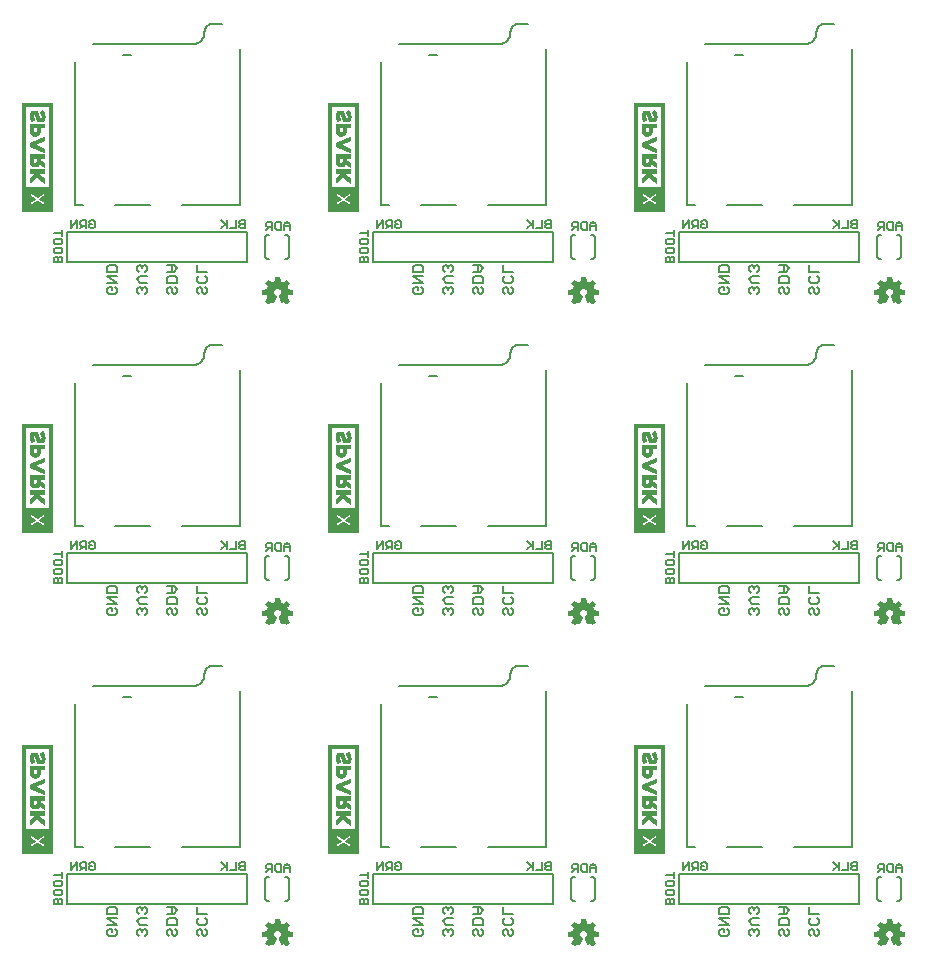
<source format=gbo>
G75*
%MOIN*%
%OFA0B0*%
%FSLAX25Y25*%
%IPPOS*%
%LPD*%
%AMOC8*
5,1,8,0,0,1.08239X$1,22.5*
%
%ADD10C,0.00500*%
%ADD11C,0.00600*%
%ADD12C,0.00800*%
%ADD13C,0.00299*%
%ADD14C,0.00039*%
D10*
X0042150Y0046357D02*
X0042150Y0047708D01*
X0042600Y0048159D01*
X0043051Y0048159D01*
X0043501Y0047708D01*
X0043501Y0046357D01*
X0042150Y0046357D02*
X0044852Y0046357D01*
X0044852Y0047708D01*
X0044402Y0048159D01*
X0043952Y0048159D01*
X0043501Y0047708D01*
X0042600Y0049303D02*
X0042150Y0049754D01*
X0042150Y0050655D01*
X0042600Y0051105D01*
X0044402Y0051105D01*
X0044852Y0050655D01*
X0044852Y0049754D01*
X0044402Y0049303D01*
X0042600Y0049303D01*
X0042600Y0052250D02*
X0042150Y0052700D01*
X0042150Y0053601D01*
X0042600Y0054052D01*
X0044402Y0054052D01*
X0044852Y0053601D01*
X0044852Y0052700D01*
X0044402Y0052250D01*
X0042600Y0052250D01*
X0044852Y0055197D02*
X0044852Y0056998D01*
X0044852Y0056097D02*
X0042150Y0056097D01*
X0047975Y0057650D02*
X0047975Y0060352D01*
X0049777Y0060352D02*
X0047975Y0057650D01*
X0049777Y0057650D02*
X0049777Y0060352D01*
X0050922Y0059902D02*
X0050922Y0059001D01*
X0051372Y0058551D01*
X0052723Y0058551D01*
X0051822Y0058551D02*
X0050922Y0057650D01*
X0052723Y0057650D02*
X0052723Y0060352D01*
X0051372Y0060352D01*
X0050922Y0059902D01*
X0053868Y0059902D02*
X0054319Y0060352D01*
X0055219Y0060352D01*
X0055670Y0059902D01*
X0055670Y0058100D01*
X0055219Y0057650D01*
X0054319Y0057650D01*
X0053868Y0058100D01*
X0053868Y0059001D01*
X0054769Y0059001D01*
X0097975Y0057650D02*
X0099326Y0059001D01*
X0099777Y0058551D02*
X0097975Y0060352D01*
X0099777Y0060352D02*
X0099777Y0057650D01*
X0100922Y0057650D02*
X0102723Y0057650D01*
X0102723Y0060352D01*
X0103868Y0059902D02*
X0103868Y0059452D01*
X0104319Y0059001D01*
X0105670Y0059001D01*
X0105670Y0057650D02*
X0105670Y0060352D01*
X0104319Y0060352D01*
X0103868Y0059902D01*
X0104319Y0059001D02*
X0103868Y0058551D01*
X0103868Y0058100D01*
X0104319Y0057650D01*
X0105670Y0057650D01*
X0112975Y0057150D02*
X0113876Y0058051D01*
X0113426Y0058051D02*
X0114777Y0058051D01*
X0114777Y0057150D02*
X0114777Y0059852D01*
X0113426Y0059852D01*
X0112975Y0059402D01*
X0112975Y0058501D01*
X0113426Y0058051D01*
X0115922Y0057600D02*
X0115922Y0059402D01*
X0116372Y0059852D01*
X0117723Y0059852D01*
X0117723Y0057150D01*
X0116372Y0057150D01*
X0115922Y0057600D01*
X0118868Y0057150D02*
X0118868Y0058952D01*
X0119769Y0059852D01*
X0120670Y0058952D01*
X0120670Y0057150D01*
X0120670Y0058501D02*
X0118868Y0058501D01*
X0144150Y0056097D02*
X0146852Y0056097D01*
X0146852Y0055197D02*
X0146852Y0056998D01*
X0146402Y0054052D02*
X0146852Y0053601D01*
X0146852Y0052700D01*
X0146402Y0052250D01*
X0144600Y0052250D01*
X0144150Y0052700D01*
X0144150Y0053601D01*
X0144600Y0054052D01*
X0146402Y0054052D01*
X0146402Y0051105D02*
X0146852Y0050655D01*
X0146852Y0049754D01*
X0146402Y0049303D01*
X0144600Y0049303D01*
X0144150Y0049754D01*
X0144150Y0050655D01*
X0144600Y0051105D01*
X0146402Y0051105D01*
X0146402Y0048159D02*
X0145952Y0048159D01*
X0145501Y0047708D01*
X0145501Y0046357D01*
X0144150Y0046357D02*
X0144150Y0047708D01*
X0144600Y0048159D01*
X0145051Y0048159D01*
X0145501Y0047708D01*
X0146402Y0048159D02*
X0146852Y0047708D01*
X0146852Y0046357D01*
X0144150Y0046357D01*
X0149975Y0057650D02*
X0149975Y0060352D01*
X0151777Y0060352D02*
X0149975Y0057650D01*
X0151777Y0057650D02*
X0151777Y0060352D01*
X0152922Y0059902D02*
X0152922Y0059001D01*
X0153372Y0058551D01*
X0154723Y0058551D01*
X0153822Y0058551D02*
X0152922Y0057650D01*
X0154723Y0057650D02*
X0154723Y0060352D01*
X0153372Y0060352D01*
X0152922Y0059902D01*
X0155868Y0059902D02*
X0156319Y0060352D01*
X0157219Y0060352D01*
X0157670Y0059902D01*
X0157670Y0058100D01*
X0157219Y0057650D01*
X0156319Y0057650D01*
X0155868Y0058100D01*
X0155868Y0059001D01*
X0156769Y0059001D01*
X0199975Y0057650D02*
X0201326Y0059001D01*
X0201777Y0058551D02*
X0199975Y0060352D01*
X0201777Y0060352D02*
X0201777Y0057650D01*
X0202922Y0057650D02*
X0204723Y0057650D01*
X0204723Y0060352D01*
X0205868Y0059902D02*
X0205868Y0059452D01*
X0206319Y0059001D01*
X0207670Y0059001D01*
X0207670Y0057650D02*
X0207670Y0060352D01*
X0206319Y0060352D01*
X0205868Y0059902D01*
X0206319Y0059001D02*
X0205868Y0058551D01*
X0205868Y0058100D01*
X0206319Y0057650D01*
X0207670Y0057650D01*
X0214975Y0057150D02*
X0215876Y0058051D01*
X0215426Y0058051D02*
X0216777Y0058051D01*
X0216777Y0057150D02*
X0216777Y0059852D01*
X0215426Y0059852D01*
X0214975Y0059402D01*
X0214975Y0058501D01*
X0215426Y0058051D01*
X0217922Y0057600D02*
X0217922Y0059402D01*
X0218372Y0059852D01*
X0219723Y0059852D01*
X0219723Y0057150D01*
X0218372Y0057150D01*
X0217922Y0057600D01*
X0220868Y0057150D02*
X0220868Y0058952D01*
X0221769Y0059852D01*
X0222670Y0058952D01*
X0222670Y0057150D01*
X0222670Y0058501D02*
X0220868Y0058501D01*
X0246150Y0056097D02*
X0248852Y0056097D01*
X0248852Y0055197D02*
X0248852Y0056998D01*
X0248402Y0054052D02*
X0248852Y0053601D01*
X0248852Y0052700D01*
X0248402Y0052250D01*
X0246600Y0052250D01*
X0246150Y0052700D01*
X0246150Y0053601D01*
X0246600Y0054052D01*
X0248402Y0054052D01*
X0248402Y0051105D02*
X0248852Y0050655D01*
X0248852Y0049754D01*
X0248402Y0049303D01*
X0246600Y0049303D01*
X0246150Y0049754D01*
X0246150Y0050655D01*
X0246600Y0051105D01*
X0248402Y0051105D01*
X0248402Y0048159D02*
X0247952Y0048159D01*
X0247501Y0047708D01*
X0247501Y0046357D01*
X0246150Y0046357D02*
X0246150Y0047708D01*
X0246600Y0048159D01*
X0247051Y0048159D01*
X0247501Y0047708D01*
X0248402Y0048159D02*
X0248852Y0047708D01*
X0248852Y0046357D01*
X0246150Y0046357D01*
X0251975Y0057650D02*
X0251975Y0060352D01*
X0253777Y0060352D02*
X0251975Y0057650D01*
X0253777Y0057650D02*
X0253777Y0060352D01*
X0254922Y0059902D02*
X0254922Y0059001D01*
X0255372Y0058551D01*
X0256723Y0058551D01*
X0255822Y0058551D02*
X0254922Y0057650D01*
X0256723Y0057650D02*
X0256723Y0060352D01*
X0255372Y0060352D01*
X0254922Y0059902D01*
X0257868Y0059902D02*
X0258319Y0060352D01*
X0259219Y0060352D01*
X0259670Y0059902D01*
X0259670Y0058100D01*
X0259219Y0057650D01*
X0258319Y0057650D01*
X0257868Y0058100D01*
X0257868Y0059001D01*
X0258769Y0059001D01*
X0301975Y0057650D02*
X0303326Y0059001D01*
X0303777Y0058551D02*
X0301975Y0060352D01*
X0303777Y0060352D02*
X0303777Y0057650D01*
X0304922Y0057650D02*
X0306723Y0057650D01*
X0306723Y0060352D01*
X0307868Y0059902D02*
X0307868Y0059452D01*
X0308319Y0059001D01*
X0309670Y0059001D01*
X0309670Y0057650D02*
X0309670Y0060352D01*
X0308319Y0060352D01*
X0307868Y0059902D01*
X0308319Y0059001D02*
X0307868Y0058551D01*
X0307868Y0058100D01*
X0308319Y0057650D01*
X0309670Y0057650D01*
X0316975Y0057150D02*
X0317876Y0058051D01*
X0317426Y0058051D02*
X0318777Y0058051D01*
X0318777Y0057150D02*
X0318777Y0059852D01*
X0317426Y0059852D01*
X0316975Y0059402D01*
X0316975Y0058501D01*
X0317426Y0058051D01*
X0319922Y0057600D02*
X0319922Y0059402D01*
X0320372Y0059852D01*
X0321723Y0059852D01*
X0321723Y0057150D01*
X0320372Y0057150D01*
X0319922Y0057600D01*
X0322868Y0057150D02*
X0322868Y0058952D01*
X0323769Y0059852D01*
X0324670Y0058952D01*
X0324670Y0057150D01*
X0324670Y0058501D02*
X0322868Y0058501D01*
X0248852Y0153357D02*
X0248852Y0154708D01*
X0248402Y0155159D01*
X0247952Y0155159D01*
X0247501Y0154708D01*
X0247501Y0153357D01*
X0246150Y0153357D02*
X0246150Y0154708D01*
X0246600Y0155159D01*
X0247051Y0155159D01*
X0247501Y0154708D01*
X0246600Y0156303D02*
X0246150Y0156754D01*
X0246150Y0157655D01*
X0246600Y0158105D01*
X0248402Y0158105D01*
X0248852Y0157655D01*
X0248852Y0156754D01*
X0248402Y0156303D01*
X0246600Y0156303D01*
X0246600Y0159250D02*
X0246150Y0159700D01*
X0246150Y0160601D01*
X0246600Y0161052D01*
X0248402Y0161052D01*
X0248852Y0160601D01*
X0248852Y0159700D01*
X0248402Y0159250D01*
X0246600Y0159250D01*
X0248852Y0162197D02*
X0248852Y0163998D01*
X0248852Y0163097D02*
X0246150Y0163097D01*
X0251975Y0164650D02*
X0251975Y0167352D01*
X0253777Y0167352D02*
X0251975Y0164650D01*
X0253777Y0164650D02*
X0253777Y0167352D01*
X0254922Y0166902D02*
X0254922Y0166001D01*
X0255372Y0165551D01*
X0256723Y0165551D01*
X0255822Y0165551D02*
X0254922Y0164650D01*
X0256723Y0164650D02*
X0256723Y0167352D01*
X0255372Y0167352D01*
X0254922Y0166902D01*
X0257868Y0166902D02*
X0258319Y0167352D01*
X0259219Y0167352D01*
X0259670Y0166902D01*
X0259670Y0165100D01*
X0259219Y0164650D01*
X0258319Y0164650D01*
X0257868Y0165100D01*
X0257868Y0166001D01*
X0258769Y0166001D01*
X0248852Y0153357D02*
X0246150Y0153357D01*
X0222670Y0164150D02*
X0222670Y0165952D01*
X0221769Y0166852D01*
X0220868Y0165952D01*
X0220868Y0164150D01*
X0219723Y0164150D02*
X0219723Y0166852D01*
X0218372Y0166852D01*
X0217922Y0166402D01*
X0217922Y0164600D01*
X0218372Y0164150D01*
X0219723Y0164150D01*
X0220868Y0165501D02*
X0222670Y0165501D01*
X0216777Y0165051D02*
X0215426Y0165051D01*
X0214975Y0165501D01*
X0214975Y0166402D01*
X0215426Y0166852D01*
X0216777Y0166852D01*
X0216777Y0164150D01*
X0215876Y0165051D02*
X0214975Y0164150D01*
X0207670Y0164650D02*
X0206319Y0164650D01*
X0205868Y0165100D01*
X0205868Y0165551D01*
X0206319Y0166001D01*
X0207670Y0166001D01*
X0207670Y0164650D02*
X0207670Y0167352D01*
X0206319Y0167352D01*
X0205868Y0166902D01*
X0205868Y0166452D01*
X0206319Y0166001D01*
X0204723Y0164650D02*
X0202922Y0164650D01*
X0201777Y0164650D02*
X0201777Y0167352D01*
X0201326Y0166001D02*
X0199975Y0164650D01*
X0201777Y0165551D02*
X0199975Y0167352D01*
X0204723Y0167352D02*
X0204723Y0164650D01*
X0157670Y0165100D02*
X0157219Y0164650D01*
X0156319Y0164650D01*
X0155868Y0165100D01*
X0155868Y0166001D01*
X0156769Y0166001D01*
X0157670Y0166902D02*
X0157670Y0165100D01*
X0157670Y0166902D02*
X0157219Y0167352D01*
X0156319Y0167352D01*
X0155868Y0166902D01*
X0154723Y0167352D02*
X0154723Y0164650D01*
X0154723Y0165551D02*
X0153372Y0165551D01*
X0152922Y0166001D01*
X0152922Y0166902D01*
X0153372Y0167352D01*
X0154723Y0167352D01*
X0153822Y0165551D02*
X0152922Y0164650D01*
X0151777Y0164650D02*
X0151777Y0167352D01*
X0149975Y0164650D01*
X0149975Y0167352D01*
X0146852Y0163998D02*
X0146852Y0162197D01*
X0146852Y0163097D02*
X0144150Y0163097D01*
X0144600Y0161052D02*
X0146402Y0161052D01*
X0146852Y0160601D01*
X0146852Y0159700D01*
X0146402Y0159250D01*
X0144600Y0159250D01*
X0144150Y0159700D01*
X0144150Y0160601D01*
X0144600Y0161052D01*
X0144600Y0158105D02*
X0146402Y0158105D01*
X0146852Y0157655D01*
X0146852Y0156754D01*
X0146402Y0156303D01*
X0144600Y0156303D01*
X0144150Y0156754D01*
X0144150Y0157655D01*
X0144600Y0158105D01*
X0144600Y0155159D02*
X0144150Y0154708D01*
X0144150Y0153357D01*
X0146852Y0153357D01*
X0146852Y0154708D01*
X0146402Y0155159D01*
X0145952Y0155159D01*
X0145501Y0154708D01*
X0145501Y0153357D01*
X0145501Y0154708D02*
X0145051Y0155159D01*
X0144600Y0155159D01*
X0120670Y0164150D02*
X0120670Y0165952D01*
X0119769Y0166852D01*
X0118868Y0165952D01*
X0118868Y0164150D01*
X0117723Y0164150D02*
X0117723Y0166852D01*
X0116372Y0166852D01*
X0115922Y0166402D01*
X0115922Y0164600D01*
X0116372Y0164150D01*
X0117723Y0164150D01*
X0118868Y0165501D02*
X0120670Y0165501D01*
X0114777Y0165051D02*
X0113426Y0165051D01*
X0112975Y0165501D01*
X0112975Y0166402D01*
X0113426Y0166852D01*
X0114777Y0166852D01*
X0114777Y0164150D01*
X0113876Y0165051D02*
X0112975Y0164150D01*
X0105670Y0164650D02*
X0104319Y0164650D01*
X0103868Y0165100D01*
X0103868Y0165551D01*
X0104319Y0166001D01*
X0105670Y0166001D01*
X0105670Y0164650D02*
X0105670Y0167352D01*
X0104319Y0167352D01*
X0103868Y0166902D01*
X0103868Y0166452D01*
X0104319Y0166001D01*
X0102723Y0164650D02*
X0100922Y0164650D01*
X0099777Y0164650D02*
X0099777Y0167352D01*
X0099326Y0166001D02*
X0097975Y0164650D01*
X0099777Y0165551D02*
X0097975Y0167352D01*
X0102723Y0167352D02*
X0102723Y0164650D01*
X0055670Y0165100D02*
X0055219Y0164650D01*
X0054319Y0164650D01*
X0053868Y0165100D01*
X0053868Y0166001D01*
X0054769Y0166001D01*
X0055670Y0166902D02*
X0055670Y0165100D01*
X0055670Y0166902D02*
X0055219Y0167352D01*
X0054319Y0167352D01*
X0053868Y0166902D01*
X0052723Y0167352D02*
X0052723Y0164650D01*
X0052723Y0165551D02*
X0051372Y0165551D01*
X0050922Y0166001D01*
X0050922Y0166902D01*
X0051372Y0167352D01*
X0052723Y0167352D01*
X0051822Y0165551D02*
X0050922Y0164650D01*
X0049777Y0164650D02*
X0049777Y0167352D01*
X0047975Y0164650D01*
X0047975Y0167352D01*
X0044852Y0163998D02*
X0044852Y0162197D01*
X0044852Y0163097D02*
X0042150Y0163097D01*
X0042600Y0161052D02*
X0044402Y0161052D01*
X0044852Y0160601D01*
X0044852Y0159700D01*
X0044402Y0159250D01*
X0042600Y0159250D01*
X0042150Y0159700D01*
X0042150Y0160601D01*
X0042600Y0161052D01*
X0042600Y0158105D02*
X0044402Y0158105D01*
X0044852Y0157655D01*
X0044852Y0156754D01*
X0044402Y0156303D01*
X0042600Y0156303D01*
X0042150Y0156754D01*
X0042150Y0157655D01*
X0042600Y0158105D01*
X0042600Y0155159D02*
X0042150Y0154708D01*
X0042150Y0153357D01*
X0044852Y0153357D01*
X0044852Y0154708D01*
X0044402Y0155159D01*
X0043952Y0155159D01*
X0043501Y0154708D01*
X0043501Y0153357D01*
X0043501Y0154708D02*
X0043051Y0155159D01*
X0042600Y0155159D01*
X0042150Y0260357D02*
X0042150Y0261708D01*
X0042600Y0262159D01*
X0043051Y0262159D01*
X0043501Y0261708D01*
X0043501Y0260357D01*
X0042150Y0260357D02*
X0044852Y0260357D01*
X0044852Y0261708D01*
X0044402Y0262159D01*
X0043952Y0262159D01*
X0043501Y0261708D01*
X0042600Y0263303D02*
X0042150Y0263754D01*
X0042150Y0264655D01*
X0042600Y0265105D01*
X0044402Y0265105D01*
X0044852Y0264655D01*
X0044852Y0263754D01*
X0044402Y0263303D01*
X0042600Y0263303D01*
X0042600Y0266250D02*
X0042150Y0266700D01*
X0042150Y0267601D01*
X0042600Y0268052D01*
X0044402Y0268052D01*
X0044852Y0267601D01*
X0044852Y0266700D01*
X0044402Y0266250D01*
X0042600Y0266250D01*
X0044852Y0269197D02*
X0044852Y0270998D01*
X0044852Y0270097D02*
X0042150Y0270097D01*
X0047975Y0271650D02*
X0047975Y0274352D01*
X0049777Y0274352D02*
X0047975Y0271650D01*
X0049777Y0271650D02*
X0049777Y0274352D01*
X0050922Y0273902D02*
X0051372Y0274352D01*
X0052723Y0274352D01*
X0052723Y0271650D01*
X0052723Y0272551D02*
X0051372Y0272551D01*
X0050922Y0273001D01*
X0050922Y0273902D01*
X0051822Y0272551D02*
X0050922Y0271650D01*
X0053868Y0272100D02*
X0053868Y0273001D01*
X0054769Y0273001D01*
X0053868Y0272100D02*
X0054319Y0271650D01*
X0055219Y0271650D01*
X0055670Y0272100D01*
X0055670Y0273902D01*
X0055219Y0274352D01*
X0054319Y0274352D01*
X0053868Y0273902D01*
X0097975Y0274352D02*
X0099777Y0272551D01*
X0099326Y0273001D02*
X0097975Y0271650D01*
X0099777Y0271650D02*
X0099777Y0274352D01*
X0100922Y0271650D02*
X0102723Y0271650D01*
X0102723Y0274352D01*
X0103868Y0273902D02*
X0104319Y0274352D01*
X0105670Y0274352D01*
X0105670Y0271650D01*
X0104319Y0271650D01*
X0103868Y0272100D01*
X0103868Y0272551D01*
X0104319Y0273001D01*
X0105670Y0273001D01*
X0104319Y0273001D02*
X0103868Y0273452D01*
X0103868Y0273902D01*
X0112975Y0273402D02*
X0112975Y0272501D01*
X0113426Y0272051D01*
X0114777Y0272051D01*
X0114777Y0271150D02*
X0114777Y0273852D01*
X0113426Y0273852D01*
X0112975Y0273402D01*
X0113876Y0272051D02*
X0112975Y0271150D01*
X0115922Y0271600D02*
X0115922Y0273402D01*
X0116372Y0273852D01*
X0117723Y0273852D01*
X0117723Y0271150D01*
X0116372Y0271150D01*
X0115922Y0271600D01*
X0118868Y0271150D02*
X0118868Y0272952D01*
X0119769Y0273852D01*
X0120670Y0272952D01*
X0120670Y0271150D01*
X0120670Y0272501D02*
X0118868Y0272501D01*
X0144150Y0270097D02*
X0146852Y0270097D01*
X0146852Y0269197D02*
X0146852Y0270998D01*
X0146402Y0268052D02*
X0146852Y0267601D01*
X0146852Y0266700D01*
X0146402Y0266250D01*
X0144600Y0266250D01*
X0144150Y0266700D01*
X0144150Y0267601D01*
X0144600Y0268052D01*
X0146402Y0268052D01*
X0146402Y0265105D02*
X0146852Y0264655D01*
X0146852Y0263754D01*
X0146402Y0263303D01*
X0144600Y0263303D01*
X0144150Y0263754D01*
X0144150Y0264655D01*
X0144600Y0265105D01*
X0146402Y0265105D01*
X0146402Y0262159D02*
X0145952Y0262159D01*
X0145501Y0261708D01*
X0145501Y0260357D01*
X0144150Y0260357D02*
X0144150Y0261708D01*
X0144600Y0262159D01*
X0145051Y0262159D01*
X0145501Y0261708D01*
X0146402Y0262159D02*
X0146852Y0261708D01*
X0146852Y0260357D01*
X0144150Y0260357D01*
X0149975Y0271650D02*
X0149975Y0274352D01*
X0151777Y0274352D02*
X0149975Y0271650D01*
X0151777Y0271650D02*
X0151777Y0274352D01*
X0152922Y0273902D02*
X0153372Y0274352D01*
X0154723Y0274352D01*
X0154723Y0271650D01*
X0154723Y0272551D02*
X0153372Y0272551D01*
X0152922Y0273001D01*
X0152922Y0273902D01*
X0153822Y0272551D02*
X0152922Y0271650D01*
X0155868Y0272100D02*
X0155868Y0273001D01*
X0156769Y0273001D01*
X0155868Y0272100D02*
X0156319Y0271650D01*
X0157219Y0271650D01*
X0157670Y0272100D01*
X0157670Y0273902D01*
X0157219Y0274352D01*
X0156319Y0274352D01*
X0155868Y0273902D01*
X0199975Y0274352D02*
X0201777Y0272551D01*
X0201326Y0273001D02*
X0199975Y0271650D01*
X0201777Y0271650D02*
X0201777Y0274352D01*
X0202922Y0271650D02*
X0204723Y0271650D01*
X0204723Y0274352D01*
X0205868Y0273902D02*
X0206319Y0274352D01*
X0207670Y0274352D01*
X0207670Y0271650D01*
X0206319Y0271650D01*
X0205868Y0272100D01*
X0205868Y0272551D01*
X0206319Y0273001D01*
X0207670Y0273001D01*
X0206319Y0273001D02*
X0205868Y0273452D01*
X0205868Y0273902D01*
X0214975Y0273402D02*
X0214975Y0272501D01*
X0215426Y0272051D01*
X0216777Y0272051D01*
X0216777Y0271150D02*
X0216777Y0273852D01*
X0215426Y0273852D01*
X0214975Y0273402D01*
X0215876Y0272051D02*
X0214975Y0271150D01*
X0217922Y0271600D02*
X0217922Y0273402D01*
X0218372Y0273852D01*
X0219723Y0273852D01*
X0219723Y0271150D01*
X0218372Y0271150D01*
X0217922Y0271600D01*
X0220868Y0271150D02*
X0220868Y0272952D01*
X0221769Y0273852D01*
X0222670Y0272952D01*
X0222670Y0271150D01*
X0222670Y0272501D02*
X0220868Y0272501D01*
X0246150Y0270097D02*
X0248852Y0270097D01*
X0248852Y0269197D02*
X0248852Y0270998D01*
X0248402Y0268052D02*
X0248852Y0267601D01*
X0248852Y0266700D01*
X0248402Y0266250D01*
X0246600Y0266250D01*
X0246150Y0266700D01*
X0246150Y0267601D01*
X0246600Y0268052D01*
X0248402Y0268052D01*
X0248402Y0265105D02*
X0248852Y0264655D01*
X0248852Y0263754D01*
X0248402Y0263303D01*
X0246600Y0263303D01*
X0246150Y0263754D01*
X0246150Y0264655D01*
X0246600Y0265105D01*
X0248402Y0265105D01*
X0248402Y0262159D02*
X0247952Y0262159D01*
X0247501Y0261708D01*
X0247501Y0260357D01*
X0246150Y0260357D02*
X0246150Y0261708D01*
X0246600Y0262159D01*
X0247051Y0262159D01*
X0247501Y0261708D01*
X0248402Y0262159D02*
X0248852Y0261708D01*
X0248852Y0260357D01*
X0246150Y0260357D01*
X0251975Y0271650D02*
X0251975Y0274352D01*
X0253777Y0274352D02*
X0251975Y0271650D01*
X0253777Y0271650D02*
X0253777Y0274352D01*
X0254922Y0273902D02*
X0255372Y0274352D01*
X0256723Y0274352D01*
X0256723Y0271650D01*
X0256723Y0272551D02*
X0255372Y0272551D01*
X0254922Y0273001D01*
X0254922Y0273902D01*
X0255822Y0272551D02*
X0254922Y0271650D01*
X0257868Y0272100D02*
X0257868Y0273001D01*
X0258769Y0273001D01*
X0257868Y0272100D02*
X0258319Y0271650D01*
X0259219Y0271650D01*
X0259670Y0272100D01*
X0259670Y0273902D01*
X0259219Y0274352D01*
X0258319Y0274352D01*
X0257868Y0273902D01*
X0301975Y0274352D02*
X0303777Y0272551D01*
X0303326Y0273001D02*
X0301975Y0271650D01*
X0303777Y0271650D02*
X0303777Y0274352D01*
X0304922Y0271650D02*
X0306723Y0271650D01*
X0306723Y0274352D01*
X0307868Y0273902D02*
X0308319Y0274352D01*
X0309670Y0274352D01*
X0309670Y0271650D01*
X0308319Y0271650D01*
X0307868Y0272100D01*
X0307868Y0272551D01*
X0308319Y0273001D01*
X0309670Y0273001D01*
X0308319Y0273001D02*
X0307868Y0273452D01*
X0307868Y0273902D01*
X0316975Y0273402D02*
X0316975Y0272501D01*
X0317426Y0272051D01*
X0318777Y0272051D01*
X0318777Y0271150D02*
X0318777Y0273852D01*
X0317426Y0273852D01*
X0316975Y0273402D01*
X0317876Y0272051D02*
X0316975Y0271150D01*
X0319922Y0271600D02*
X0319922Y0273402D01*
X0320372Y0273852D01*
X0321723Y0273852D01*
X0321723Y0271150D01*
X0320372Y0271150D01*
X0319922Y0271600D01*
X0322868Y0271150D02*
X0322868Y0272952D01*
X0323769Y0273852D01*
X0324670Y0272952D01*
X0324670Y0271150D01*
X0324670Y0272501D02*
X0322868Y0272501D01*
X0323769Y0166852D02*
X0322868Y0165952D01*
X0322868Y0164150D01*
X0321723Y0164150D02*
X0321723Y0166852D01*
X0320372Y0166852D01*
X0319922Y0166402D01*
X0319922Y0164600D01*
X0320372Y0164150D01*
X0321723Y0164150D01*
X0322868Y0165501D02*
X0324670Y0165501D01*
X0324670Y0165952D02*
X0323769Y0166852D01*
X0324670Y0165952D02*
X0324670Y0164150D01*
X0318777Y0164150D02*
X0318777Y0166852D01*
X0317426Y0166852D01*
X0316975Y0166402D01*
X0316975Y0165501D01*
X0317426Y0165051D01*
X0318777Y0165051D01*
X0317876Y0165051D02*
X0316975Y0164150D01*
X0309670Y0164650D02*
X0308319Y0164650D01*
X0307868Y0165100D01*
X0307868Y0165551D01*
X0308319Y0166001D01*
X0309670Y0166001D01*
X0309670Y0164650D02*
X0309670Y0167352D01*
X0308319Y0167352D01*
X0307868Y0166902D01*
X0307868Y0166452D01*
X0308319Y0166001D01*
X0306723Y0164650D02*
X0304922Y0164650D01*
X0303777Y0164650D02*
X0303777Y0167352D01*
X0303326Y0166001D02*
X0301975Y0164650D01*
X0303777Y0165551D02*
X0301975Y0167352D01*
X0306723Y0167352D02*
X0306723Y0164650D01*
D11*
X0297203Y0150166D02*
X0293800Y0150166D01*
X0293800Y0152435D01*
X0294367Y0148752D02*
X0293800Y0148185D01*
X0293800Y0147050D01*
X0294367Y0146483D01*
X0296636Y0146483D01*
X0297203Y0147050D01*
X0297203Y0148185D01*
X0296636Y0148752D01*
X0296636Y0145069D02*
X0297203Y0144501D01*
X0297203Y0143367D01*
X0296636Y0142800D01*
X0296069Y0142800D01*
X0295501Y0143367D01*
X0295501Y0144501D01*
X0294934Y0145069D01*
X0294367Y0145069D01*
X0293800Y0144501D01*
X0293800Y0143367D01*
X0294367Y0142800D01*
X0287203Y0143367D02*
X0286636Y0142800D01*
X0286069Y0142800D01*
X0285501Y0143367D01*
X0285501Y0144501D01*
X0284934Y0145069D01*
X0284367Y0145069D01*
X0283800Y0144501D01*
X0283800Y0143367D01*
X0284367Y0142800D01*
X0287203Y0143367D02*
X0287203Y0144501D01*
X0286636Y0145069D01*
X0287203Y0146483D02*
X0287203Y0148185D01*
X0286636Y0148752D01*
X0284367Y0148752D01*
X0283800Y0148185D01*
X0283800Y0146483D01*
X0287203Y0146483D01*
X0286069Y0150166D02*
X0283800Y0150166D01*
X0285501Y0150166D02*
X0285501Y0152435D01*
X0286069Y0152435D02*
X0283800Y0152435D01*
X0286069Y0152435D02*
X0287203Y0151301D01*
X0286069Y0150166D01*
X0277203Y0150733D02*
X0276636Y0150166D01*
X0277203Y0150733D02*
X0277203Y0151868D01*
X0276636Y0152435D01*
X0276069Y0152435D01*
X0275501Y0151868D01*
X0274934Y0152435D01*
X0274367Y0152435D01*
X0273800Y0151868D01*
X0273800Y0150733D01*
X0274367Y0150166D01*
X0274934Y0148752D02*
X0277203Y0148752D01*
X0274934Y0148752D02*
X0273800Y0147617D01*
X0274934Y0146483D01*
X0277203Y0146483D01*
X0276636Y0145069D02*
X0276069Y0145069D01*
X0275501Y0144501D01*
X0274934Y0145069D01*
X0274367Y0145069D01*
X0273800Y0144501D01*
X0273800Y0143367D01*
X0274367Y0142800D01*
X0275501Y0143934D02*
X0275501Y0144501D01*
X0276636Y0145069D02*
X0277203Y0144501D01*
X0277203Y0143367D01*
X0276636Y0142800D01*
X0267203Y0143367D02*
X0266636Y0142800D01*
X0264367Y0142800D01*
X0263800Y0143367D01*
X0263800Y0144501D01*
X0264367Y0145069D01*
X0265501Y0145069D01*
X0265501Y0143934D01*
X0266636Y0145069D02*
X0267203Y0144501D01*
X0267203Y0143367D01*
X0267203Y0146483D02*
X0263800Y0148752D01*
X0267203Y0148752D01*
X0267203Y0150166D02*
X0267203Y0151868D01*
X0266636Y0152435D01*
X0264367Y0152435D01*
X0263800Y0151868D01*
X0263800Y0150166D01*
X0267203Y0150166D01*
X0267203Y0146483D02*
X0263800Y0146483D01*
X0275501Y0151301D02*
X0275501Y0151868D01*
X0195203Y0150166D02*
X0191800Y0150166D01*
X0191800Y0152435D01*
X0192367Y0148752D02*
X0191800Y0148185D01*
X0191800Y0147050D01*
X0192367Y0146483D01*
X0194636Y0146483D01*
X0195203Y0147050D01*
X0195203Y0148185D01*
X0194636Y0148752D01*
X0194636Y0145069D02*
X0195203Y0144501D01*
X0195203Y0143367D01*
X0194636Y0142800D01*
X0194069Y0142800D01*
X0193501Y0143367D01*
X0193501Y0144501D01*
X0192934Y0145069D01*
X0192367Y0145069D01*
X0191800Y0144501D01*
X0191800Y0143367D01*
X0192367Y0142800D01*
X0185203Y0143367D02*
X0184636Y0142800D01*
X0184069Y0142800D01*
X0183501Y0143367D01*
X0183501Y0144501D01*
X0182934Y0145069D01*
X0182367Y0145069D01*
X0181800Y0144501D01*
X0181800Y0143367D01*
X0182367Y0142800D01*
X0185203Y0143367D02*
X0185203Y0144501D01*
X0184636Y0145069D01*
X0185203Y0146483D02*
X0185203Y0148185D01*
X0184636Y0148752D01*
X0182367Y0148752D01*
X0181800Y0148185D01*
X0181800Y0146483D01*
X0185203Y0146483D01*
X0184069Y0150166D02*
X0181800Y0150166D01*
X0183501Y0150166D02*
X0183501Y0152435D01*
X0184069Y0152435D02*
X0181800Y0152435D01*
X0184069Y0152435D02*
X0185203Y0151301D01*
X0184069Y0150166D01*
X0175203Y0150733D02*
X0174636Y0150166D01*
X0175203Y0150733D02*
X0175203Y0151868D01*
X0174636Y0152435D01*
X0174069Y0152435D01*
X0173501Y0151868D01*
X0172934Y0152435D01*
X0172367Y0152435D01*
X0171800Y0151868D01*
X0171800Y0150733D01*
X0172367Y0150166D01*
X0172934Y0148752D02*
X0175203Y0148752D01*
X0172934Y0148752D02*
X0171800Y0147617D01*
X0172934Y0146483D01*
X0175203Y0146483D01*
X0174636Y0145069D02*
X0174069Y0145069D01*
X0173501Y0144501D01*
X0172934Y0145069D01*
X0172367Y0145069D01*
X0171800Y0144501D01*
X0171800Y0143367D01*
X0172367Y0142800D01*
X0173501Y0143934D02*
X0173501Y0144501D01*
X0174636Y0145069D02*
X0175203Y0144501D01*
X0175203Y0143367D01*
X0174636Y0142800D01*
X0165203Y0143367D02*
X0164636Y0142800D01*
X0162367Y0142800D01*
X0161800Y0143367D01*
X0161800Y0144501D01*
X0162367Y0145069D01*
X0163501Y0145069D01*
X0163501Y0143934D01*
X0164636Y0145069D02*
X0165203Y0144501D01*
X0165203Y0143367D01*
X0165203Y0146483D02*
X0161800Y0148752D01*
X0165203Y0148752D01*
X0165203Y0150166D02*
X0165203Y0151868D01*
X0164636Y0152435D01*
X0162367Y0152435D01*
X0161800Y0151868D01*
X0161800Y0150166D01*
X0165203Y0150166D01*
X0165203Y0146483D02*
X0161800Y0146483D01*
X0173501Y0151301D02*
X0173501Y0151868D01*
X0093203Y0150166D02*
X0089800Y0150166D01*
X0089800Y0152435D01*
X0090367Y0148752D02*
X0089800Y0148185D01*
X0089800Y0147050D01*
X0090367Y0146483D01*
X0092636Y0146483D01*
X0093203Y0147050D01*
X0093203Y0148185D01*
X0092636Y0148752D01*
X0092636Y0145069D02*
X0093203Y0144501D01*
X0093203Y0143367D01*
X0092636Y0142800D01*
X0092069Y0142800D01*
X0091501Y0143367D01*
X0091501Y0144501D01*
X0090934Y0145069D01*
X0090367Y0145069D01*
X0089800Y0144501D01*
X0089800Y0143367D01*
X0090367Y0142800D01*
X0083203Y0143367D02*
X0082636Y0142800D01*
X0082069Y0142800D01*
X0081501Y0143367D01*
X0081501Y0144501D01*
X0080934Y0145069D01*
X0080367Y0145069D01*
X0079800Y0144501D01*
X0079800Y0143367D01*
X0080367Y0142800D01*
X0083203Y0143367D02*
X0083203Y0144501D01*
X0082636Y0145069D01*
X0083203Y0146483D02*
X0083203Y0148185D01*
X0082636Y0148752D01*
X0080367Y0148752D01*
X0079800Y0148185D01*
X0079800Y0146483D01*
X0083203Y0146483D01*
X0082069Y0150166D02*
X0079800Y0150166D01*
X0081501Y0150166D02*
X0081501Y0152435D01*
X0082069Y0152435D02*
X0079800Y0152435D01*
X0082069Y0152435D02*
X0083203Y0151301D01*
X0082069Y0150166D01*
X0073203Y0150733D02*
X0072636Y0150166D01*
X0073203Y0150733D02*
X0073203Y0151868D01*
X0072636Y0152435D01*
X0072069Y0152435D01*
X0071501Y0151868D01*
X0070934Y0152435D01*
X0070367Y0152435D01*
X0069800Y0151868D01*
X0069800Y0150733D01*
X0070367Y0150166D01*
X0070934Y0148752D02*
X0073203Y0148752D01*
X0070934Y0148752D02*
X0069800Y0147617D01*
X0070934Y0146483D01*
X0073203Y0146483D01*
X0072636Y0145069D02*
X0072069Y0145069D01*
X0071501Y0144501D01*
X0070934Y0145069D01*
X0070367Y0145069D01*
X0069800Y0144501D01*
X0069800Y0143367D01*
X0070367Y0142800D01*
X0071501Y0143934D02*
X0071501Y0144501D01*
X0072636Y0145069D02*
X0073203Y0144501D01*
X0073203Y0143367D01*
X0072636Y0142800D01*
X0063203Y0143367D02*
X0062636Y0142800D01*
X0060367Y0142800D01*
X0059800Y0143367D01*
X0059800Y0144501D01*
X0060367Y0145069D01*
X0061501Y0145069D01*
X0061501Y0143934D01*
X0062636Y0145069D02*
X0063203Y0144501D01*
X0063203Y0143367D01*
X0063203Y0146483D02*
X0059800Y0148752D01*
X0063203Y0148752D01*
X0063203Y0150166D02*
X0063203Y0151868D01*
X0062636Y0152435D01*
X0060367Y0152435D01*
X0059800Y0151868D01*
X0059800Y0150166D01*
X0063203Y0150166D01*
X0063203Y0146483D02*
X0059800Y0146483D01*
X0071501Y0151301D02*
X0071501Y0151868D01*
X0070367Y0249800D02*
X0069800Y0250367D01*
X0069800Y0251501D01*
X0070367Y0252069D01*
X0070934Y0252069D01*
X0071501Y0251501D01*
X0071501Y0250934D01*
X0071501Y0251501D02*
X0072069Y0252069D01*
X0072636Y0252069D01*
X0073203Y0251501D01*
X0073203Y0250367D01*
X0072636Y0249800D01*
X0073203Y0253483D02*
X0070934Y0253483D01*
X0069800Y0254617D01*
X0070934Y0255752D01*
X0073203Y0255752D01*
X0072636Y0257166D02*
X0073203Y0257733D01*
X0073203Y0258868D01*
X0072636Y0259435D01*
X0072069Y0259435D01*
X0071501Y0258868D01*
X0070934Y0259435D01*
X0070367Y0259435D01*
X0069800Y0258868D01*
X0069800Y0257733D01*
X0070367Y0257166D01*
X0071501Y0258301D02*
X0071501Y0258868D01*
X0063203Y0258868D02*
X0063203Y0257166D01*
X0059800Y0257166D01*
X0059800Y0258868D01*
X0060367Y0259435D01*
X0062636Y0259435D01*
X0063203Y0258868D01*
X0063203Y0255752D02*
X0059800Y0255752D01*
X0063203Y0253483D01*
X0059800Y0253483D01*
X0060367Y0252069D02*
X0061501Y0252069D01*
X0061501Y0250934D01*
X0060367Y0249800D02*
X0062636Y0249800D01*
X0063203Y0250367D01*
X0063203Y0251501D01*
X0062636Y0252069D01*
X0060367Y0252069D02*
X0059800Y0251501D01*
X0059800Y0250367D01*
X0060367Y0249800D01*
X0079800Y0250367D02*
X0080367Y0249800D01*
X0079800Y0250367D02*
X0079800Y0251501D01*
X0080367Y0252069D01*
X0080934Y0252069D01*
X0081501Y0251501D01*
X0081501Y0250367D01*
X0082069Y0249800D01*
X0082636Y0249800D01*
X0083203Y0250367D01*
X0083203Y0251501D01*
X0082636Y0252069D01*
X0083203Y0253483D02*
X0083203Y0255185D01*
X0082636Y0255752D01*
X0080367Y0255752D01*
X0079800Y0255185D01*
X0079800Y0253483D01*
X0083203Y0253483D01*
X0082069Y0257166D02*
X0079800Y0257166D01*
X0081501Y0257166D02*
X0081501Y0259435D01*
X0082069Y0259435D02*
X0079800Y0259435D01*
X0082069Y0259435D02*
X0083203Y0258301D01*
X0082069Y0257166D01*
X0089800Y0257166D02*
X0089800Y0259435D01*
X0089800Y0257166D02*
X0093203Y0257166D01*
X0092636Y0255752D02*
X0093203Y0255185D01*
X0093203Y0254050D01*
X0092636Y0253483D01*
X0090367Y0253483D01*
X0089800Y0254050D01*
X0089800Y0255185D01*
X0090367Y0255752D01*
X0090367Y0252069D02*
X0089800Y0251501D01*
X0089800Y0250367D01*
X0090367Y0249800D01*
X0091501Y0250367D02*
X0091501Y0251501D01*
X0090934Y0252069D01*
X0090367Y0252069D01*
X0091501Y0250367D02*
X0092069Y0249800D01*
X0092636Y0249800D01*
X0093203Y0250367D01*
X0093203Y0251501D01*
X0092636Y0252069D01*
X0161800Y0251501D02*
X0161800Y0250367D01*
X0162367Y0249800D01*
X0164636Y0249800D01*
X0165203Y0250367D01*
X0165203Y0251501D01*
X0164636Y0252069D01*
X0163501Y0252069D02*
X0163501Y0250934D01*
X0163501Y0252069D02*
X0162367Y0252069D01*
X0161800Y0251501D01*
X0161800Y0253483D02*
X0165203Y0253483D01*
X0161800Y0255752D01*
X0165203Y0255752D01*
X0165203Y0257166D02*
X0165203Y0258868D01*
X0164636Y0259435D01*
X0162367Y0259435D01*
X0161800Y0258868D01*
X0161800Y0257166D01*
X0165203Y0257166D01*
X0171800Y0257733D02*
X0172367Y0257166D01*
X0171800Y0257733D02*
X0171800Y0258868D01*
X0172367Y0259435D01*
X0172934Y0259435D01*
X0173501Y0258868D01*
X0173501Y0258301D01*
X0173501Y0258868D02*
X0174069Y0259435D01*
X0174636Y0259435D01*
X0175203Y0258868D01*
X0175203Y0257733D01*
X0174636Y0257166D01*
X0175203Y0255752D02*
X0172934Y0255752D01*
X0171800Y0254617D01*
X0172934Y0253483D01*
X0175203Y0253483D01*
X0174636Y0252069D02*
X0174069Y0252069D01*
X0173501Y0251501D01*
X0172934Y0252069D01*
X0172367Y0252069D01*
X0171800Y0251501D01*
X0171800Y0250367D01*
X0172367Y0249800D01*
X0173501Y0250934D02*
X0173501Y0251501D01*
X0174636Y0252069D02*
X0175203Y0251501D01*
X0175203Y0250367D01*
X0174636Y0249800D01*
X0181800Y0250367D02*
X0182367Y0249800D01*
X0181800Y0250367D02*
X0181800Y0251501D01*
X0182367Y0252069D01*
X0182934Y0252069D01*
X0183501Y0251501D01*
X0183501Y0250367D01*
X0184069Y0249800D01*
X0184636Y0249800D01*
X0185203Y0250367D01*
X0185203Y0251501D01*
X0184636Y0252069D01*
X0185203Y0253483D02*
X0185203Y0255185D01*
X0184636Y0255752D01*
X0182367Y0255752D01*
X0181800Y0255185D01*
X0181800Y0253483D01*
X0185203Y0253483D01*
X0184069Y0257166D02*
X0181800Y0257166D01*
X0183501Y0257166D02*
X0183501Y0259435D01*
X0184069Y0259435D02*
X0181800Y0259435D01*
X0184069Y0259435D02*
X0185203Y0258301D01*
X0184069Y0257166D01*
X0191800Y0257166D02*
X0191800Y0259435D01*
X0191800Y0257166D02*
X0195203Y0257166D01*
X0194636Y0255752D02*
X0195203Y0255185D01*
X0195203Y0254050D01*
X0194636Y0253483D01*
X0192367Y0253483D01*
X0191800Y0254050D01*
X0191800Y0255185D01*
X0192367Y0255752D01*
X0192367Y0252069D02*
X0191800Y0251501D01*
X0191800Y0250367D01*
X0192367Y0249800D01*
X0193501Y0250367D02*
X0193501Y0251501D01*
X0192934Y0252069D01*
X0192367Y0252069D01*
X0193501Y0250367D02*
X0194069Y0249800D01*
X0194636Y0249800D01*
X0195203Y0250367D01*
X0195203Y0251501D01*
X0194636Y0252069D01*
X0263800Y0251501D02*
X0263800Y0250367D01*
X0264367Y0249800D01*
X0266636Y0249800D01*
X0267203Y0250367D01*
X0267203Y0251501D01*
X0266636Y0252069D01*
X0265501Y0252069D02*
X0265501Y0250934D01*
X0265501Y0252069D02*
X0264367Y0252069D01*
X0263800Y0251501D01*
X0263800Y0253483D02*
X0267203Y0253483D01*
X0263800Y0255752D01*
X0267203Y0255752D01*
X0267203Y0257166D02*
X0267203Y0258868D01*
X0266636Y0259435D01*
X0264367Y0259435D01*
X0263800Y0258868D01*
X0263800Y0257166D01*
X0267203Y0257166D01*
X0273800Y0257733D02*
X0274367Y0257166D01*
X0273800Y0257733D02*
X0273800Y0258868D01*
X0274367Y0259435D01*
X0274934Y0259435D01*
X0275501Y0258868D01*
X0275501Y0258301D01*
X0275501Y0258868D02*
X0276069Y0259435D01*
X0276636Y0259435D01*
X0277203Y0258868D01*
X0277203Y0257733D01*
X0276636Y0257166D01*
X0277203Y0255752D02*
X0274934Y0255752D01*
X0273800Y0254617D01*
X0274934Y0253483D01*
X0277203Y0253483D01*
X0276636Y0252069D02*
X0276069Y0252069D01*
X0275501Y0251501D01*
X0274934Y0252069D01*
X0274367Y0252069D01*
X0273800Y0251501D01*
X0273800Y0250367D01*
X0274367Y0249800D01*
X0275501Y0250934D02*
X0275501Y0251501D01*
X0276636Y0252069D02*
X0277203Y0251501D01*
X0277203Y0250367D01*
X0276636Y0249800D01*
X0283800Y0250367D02*
X0284367Y0249800D01*
X0283800Y0250367D02*
X0283800Y0251501D01*
X0284367Y0252069D01*
X0284934Y0252069D01*
X0285501Y0251501D01*
X0285501Y0250367D01*
X0286069Y0249800D01*
X0286636Y0249800D01*
X0287203Y0250367D01*
X0287203Y0251501D01*
X0286636Y0252069D01*
X0287203Y0253483D02*
X0287203Y0255185D01*
X0286636Y0255752D01*
X0284367Y0255752D01*
X0283800Y0255185D01*
X0283800Y0253483D01*
X0287203Y0253483D01*
X0286069Y0257166D02*
X0283800Y0257166D01*
X0285501Y0257166D02*
X0285501Y0259435D01*
X0286069Y0259435D02*
X0283800Y0259435D01*
X0286069Y0259435D02*
X0287203Y0258301D01*
X0286069Y0257166D01*
X0293800Y0257166D02*
X0293800Y0259435D01*
X0293800Y0257166D02*
X0297203Y0257166D01*
X0296636Y0255752D02*
X0297203Y0255185D01*
X0297203Y0254050D01*
X0296636Y0253483D01*
X0294367Y0253483D01*
X0293800Y0254050D01*
X0293800Y0255185D01*
X0294367Y0255752D01*
X0294367Y0252069D02*
X0293800Y0251501D01*
X0293800Y0250367D01*
X0294367Y0249800D01*
X0295501Y0250367D02*
X0295501Y0251501D01*
X0294934Y0252069D01*
X0294367Y0252069D01*
X0295501Y0250367D02*
X0296069Y0249800D01*
X0296636Y0249800D01*
X0297203Y0250367D01*
X0297203Y0251501D01*
X0296636Y0252069D01*
X0293800Y0045435D02*
X0293800Y0043166D01*
X0297203Y0043166D01*
X0296636Y0041752D02*
X0297203Y0041185D01*
X0297203Y0040050D01*
X0296636Y0039483D01*
X0294367Y0039483D01*
X0293800Y0040050D01*
X0293800Y0041185D01*
X0294367Y0041752D01*
X0294367Y0038069D02*
X0293800Y0037501D01*
X0293800Y0036367D01*
X0294367Y0035800D01*
X0295501Y0036367D02*
X0295501Y0037501D01*
X0294934Y0038069D01*
X0294367Y0038069D01*
X0295501Y0036367D02*
X0296069Y0035800D01*
X0296636Y0035800D01*
X0297203Y0036367D01*
X0297203Y0037501D01*
X0296636Y0038069D01*
X0287203Y0037501D02*
X0287203Y0036367D01*
X0286636Y0035800D01*
X0286069Y0035800D01*
X0285501Y0036367D01*
X0285501Y0037501D01*
X0284934Y0038069D01*
X0284367Y0038069D01*
X0283800Y0037501D01*
X0283800Y0036367D01*
X0284367Y0035800D01*
X0286636Y0038069D02*
X0287203Y0037501D01*
X0287203Y0039483D02*
X0283800Y0039483D01*
X0283800Y0041185D01*
X0284367Y0041752D01*
X0286636Y0041752D01*
X0287203Y0041185D01*
X0287203Y0039483D01*
X0286069Y0043166D02*
X0283800Y0043166D01*
X0285501Y0043166D02*
X0285501Y0045435D01*
X0286069Y0045435D02*
X0283800Y0045435D01*
X0286069Y0045435D02*
X0287203Y0044301D01*
X0286069Y0043166D01*
X0277203Y0043733D02*
X0277203Y0044868D01*
X0276636Y0045435D01*
X0276069Y0045435D01*
X0275501Y0044868D01*
X0274934Y0045435D01*
X0274367Y0045435D01*
X0273800Y0044868D01*
X0273800Y0043733D01*
X0274367Y0043166D01*
X0274934Y0041752D02*
X0277203Y0041752D01*
X0276636Y0043166D02*
X0277203Y0043733D01*
X0275501Y0044301D02*
X0275501Y0044868D01*
X0274934Y0041752D02*
X0273800Y0040617D01*
X0274934Y0039483D01*
X0277203Y0039483D01*
X0276636Y0038069D02*
X0276069Y0038069D01*
X0275501Y0037501D01*
X0274934Y0038069D01*
X0274367Y0038069D01*
X0273800Y0037501D01*
X0273800Y0036367D01*
X0274367Y0035800D01*
X0275501Y0036934D02*
X0275501Y0037501D01*
X0276636Y0038069D02*
X0277203Y0037501D01*
X0277203Y0036367D01*
X0276636Y0035800D01*
X0267203Y0036367D02*
X0266636Y0035800D01*
X0264367Y0035800D01*
X0263800Y0036367D01*
X0263800Y0037501D01*
X0264367Y0038069D01*
X0265501Y0038069D01*
X0265501Y0036934D01*
X0266636Y0038069D02*
X0267203Y0037501D01*
X0267203Y0036367D01*
X0267203Y0039483D02*
X0263800Y0041752D01*
X0267203Y0041752D01*
X0267203Y0043166D02*
X0263800Y0043166D01*
X0263800Y0044868D01*
X0264367Y0045435D01*
X0266636Y0045435D01*
X0267203Y0044868D01*
X0267203Y0043166D01*
X0267203Y0039483D02*
X0263800Y0039483D01*
X0195203Y0040050D02*
X0194636Y0039483D01*
X0192367Y0039483D01*
X0191800Y0040050D01*
X0191800Y0041185D01*
X0192367Y0041752D01*
X0191800Y0043166D02*
X0191800Y0045435D01*
X0191800Y0043166D02*
X0195203Y0043166D01*
X0194636Y0041752D02*
X0195203Y0041185D01*
X0195203Y0040050D01*
X0194636Y0038069D02*
X0195203Y0037501D01*
X0195203Y0036367D01*
X0194636Y0035800D01*
X0194069Y0035800D01*
X0193501Y0036367D01*
X0193501Y0037501D01*
X0192934Y0038069D01*
X0192367Y0038069D01*
X0191800Y0037501D01*
X0191800Y0036367D01*
X0192367Y0035800D01*
X0185203Y0036367D02*
X0184636Y0035800D01*
X0184069Y0035800D01*
X0183501Y0036367D01*
X0183501Y0037501D01*
X0182934Y0038069D01*
X0182367Y0038069D01*
X0181800Y0037501D01*
X0181800Y0036367D01*
X0182367Y0035800D01*
X0185203Y0036367D02*
X0185203Y0037501D01*
X0184636Y0038069D01*
X0185203Y0039483D02*
X0181800Y0039483D01*
X0181800Y0041185D01*
X0182367Y0041752D01*
X0184636Y0041752D01*
X0185203Y0041185D01*
X0185203Y0039483D01*
X0184069Y0043166D02*
X0181800Y0043166D01*
X0183501Y0043166D02*
X0183501Y0045435D01*
X0184069Y0045435D02*
X0181800Y0045435D01*
X0184069Y0045435D02*
X0185203Y0044301D01*
X0184069Y0043166D01*
X0175203Y0043733D02*
X0175203Y0044868D01*
X0174636Y0045435D01*
X0174069Y0045435D01*
X0173501Y0044868D01*
X0172934Y0045435D01*
X0172367Y0045435D01*
X0171800Y0044868D01*
X0171800Y0043733D01*
X0172367Y0043166D01*
X0172934Y0041752D02*
X0175203Y0041752D01*
X0174636Y0043166D02*
X0175203Y0043733D01*
X0173501Y0044301D02*
X0173501Y0044868D01*
X0172934Y0041752D02*
X0171800Y0040617D01*
X0172934Y0039483D01*
X0175203Y0039483D01*
X0174636Y0038069D02*
X0174069Y0038069D01*
X0173501Y0037501D01*
X0172934Y0038069D01*
X0172367Y0038069D01*
X0171800Y0037501D01*
X0171800Y0036367D01*
X0172367Y0035800D01*
X0173501Y0036934D02*
X0173501Y0037501D01*
X0174636Y0038069D02*
X0175203Y0037501D01*
X0175203Y0036367D01*
X0174636Y0035800D01*
X0165203Y0036367D02*
X0164636Y0035800D01*
X0162367Y0035800D01*
X0161800Y0036367D01*
X0161800Y0037501D01*
X0162367Y0038069D01*
X0163501Y0038069D01*
X0163501Y0036934D01*
X0164636Y0038069D02*
X0165203Y0037501D01*
X0165203Y0036367D01*
X0165203Y0039483D02*
X0161800Y0041752D01*
X0165203Y0041752D01*
X0165203Y0043166D02*
X0161800Y0043166D01*
X0161800Y0044868D01*
X0162367Y0045435D01*
X0164636Y0045435D01*
X0165203Y0044868D01*
X0165203Y0043166D01*
X0165203Y0039483D02*
X0161800Y0039483D01*
X0093203Y0040050D02*
X0092636Y0039483D01*
X0090367Y0039483D01*
X0089800Y0040050D01*
X0089800Y0041185D01*
X0090367Y0041752D01*
X0089800Y0043166D02*
X0089800Y0045435D01*
X0089800Y0043166D02*
X0093203Y0043166D01*
X0092636Y0041752D02*
X0093203Y0041185D01*
X0093203Y0040050D01*
X0092636Y0038069D02*
X0093203Y0037501D01*
X0093203Y0036367D01*
X0092636Y0035800D01*
X0092069Y0035800D01*
X0091501Y0036367D01*
X0091501Y0037501D01*
X0090934Y0038069D01*
X0090367Y0038069D01*
X0089800Y0037501D01*
X0089800Y0036367D01*
X0090367Y0035800D01*
X0083203Y0036367D02*
X0082636Y0035800D01*
X0082069Y0035800D01*
X0081501Y0036367D01*
X0081501Y0037501D01*
X0080934Y0038069D01*
X0080367Y0038069D01*
X0079800Y0037501D01*
X0079800Y0036367D01*
X0080367Y0035800D01*
X0083203Y0036367D02*
X0083203Y0037501D01*
X0082636Y0038069D01*
X0083203Y0039483D02*
X0079800Y0039483D01*
X0079800Y0041185D01*
X0080367Y0041752D01*
X0082636Y0041752D01*
X0083203Y0041185D01*
X0083203Y0039483D01*
X0082069Y0043166D02*
X0079800Y0043166D01*
X0081501Y0043166D02*
X0081501Y0045435D01*
X0082069Y0045435D02*
X0079800Y0045435D01*
X0082069Y0045435D02*
X0083203Y0044301D01*
X0082069Y0043166D01*
X0073203Y0043733D02*
X0073203Y0044868D01*
X0072636Y0045435D01*
X0072069Y0045435D01*
X0071501Y0044868D01*
X0070934Y0045435D01*
X0070367Y0045435D01*
X0069800Y0044868D01*
X0069800Y0043733D01*
X0070367Y0043166D01*
X0070934Y0041752D02*
X0073203Y0041752D01*
X0072636Y0043166D02*
X0073203Y0043733D01*
X0071501Y0044301D02*
X0071501Y0044868D01*
X0070934Y0041752D02*
X0069800Y0040617D01*
X0070934Y0039483D01*
X0073203Y0039483D01*
X0072636Y0038069D02*
X0072069Y0038069D01*
X0071501Y0037501D01*
X0070934Y0038069D01*
X0070367Y0038069D01*
X0069800Y0037501D01*
X0069800Y0036367D01*
X0070367Y0035800D01*
X0071501Y0036934D02*
X0071501Y0037501D01*
X0072636Y0038069D02*
X0073203Y0037501D01*
X0073203Y0036367D01*
X0072636Y0035800D01*
X0063203Y0036367D02*
X0062636Y0035800D01*
X0060367Y0035800D01*
X0059800Y0036367D01*
X0059800Y0037501D01*
X0060367Y0038069D01*
X0061501Y0038069D01*
X0061501Y0036934D01*
X0062636Y0038069D02*
X0063203Y0037501D01*
X0063203Y0036367D01*
X0063203Y0039483D02*
X0059800Y0041752D01*
X0063203Y0041752D01*
X0063203Y0043166D02*
X0059800Y0043166D01*
X0059800Y0044868D01*
X0060367Y0045435D01*
X0062636Y0045435D01*
X0063203Y0044868D01*
X0063203Y0043166D01*
X0063203Y0039483D02*
X0059800Y0039483D01*
D12*
X0046500Y0046500D02*
X0046500Y0056500D01*
X0106500Y0056500D01*
X0106500Y0046500D01*
X0046500Y0046500D01*
X0049000Y0065500D02*
X0051756Y0065500D01*
X0049000Y0065500D02*
X0049000Y0113138D01*
X0055299Y0119043D02*
X0088370Y0119043D01*
X0088496Y0119048D01*
X0088621Y0119057D01*
X0088746Y0119070D01*
X0088870Y0119087D01*
X0088994Y0119107D01*
X0089117Y0119131D01*
X0089239Y0119159D01*
X0089360Y0119191D01*
X0089480Y0119227D01*
X0089599Y0119266D01*
X0089717Y0119309D01*
X0089833Y0119356D01*
X0089948Y0119406D01*
X0090062Y0119460D01*
X0090173Y0119518D01*
X0090283Y0119578D01*
X0090390Y0119643D01*
X0090496Y0119710D01*
X0090600Y0119781D01*
X0090701Y0119855D01*
X0090800Y0119932D01*
X0090897Y0120012D01*
X0090991Y0120095D01*
X0091082Y0120180D01*
X0091171Y0120269D01*
X0091256Y0120360D01*
X0091339Y0120454D01*
X0091419Y0120551D01*
X0091496Y0120650D01*
X0091570Y0120751D01*
X0091641Y0120855D01*
X0091708Y0120961D01*
X0091773Y0121068D01*
X0091833Y0121178D01*
X0091891Y0121289D01*
X0091945Y0121403D01*
X0091995Y0121518D01*
X0092042Y0121634D01*
X0092085Y0121752D01*
X0092124Y0121871D01*
X0092160Y0121991D01*
X0092192Y0122112D01*
X0092220Y0122234D01*
X0092244Y0122357D01*
X0092264Y0122481D01*
X0092281Y0122605D01*
X0092294Y0122730D01*
X0092303Y0122855D01*
X0092308Y0122981D01*
X0092307Y0122980D02*
X0092301Y0123081D01*
X0092299Y0123181D01*
X0092301Y0123282D01*
X0092307Y0123382D01*
X0092317Y0123482D01*
X0092331Y0123582D01*
X0092349Y0123681D01*
X0092371Y0123779D01*
X0092396Y0123876D01*
X0092425Y0123973D01*
X0092458Y0124068D01*
X0092495Y0124161D01*
X0092536Y0124253D01*
X0092580Y0124344D01*
X0092627Y0124433D01*
X0092678Y0124519D01*
X0092732Y0124604D01*
X0092790Y0124687D01*
X0092850Y0124767D01*
X0092914Y0124844D01*
X0092981Y0124920D01*
X0093051Y0124992D01*
X0093123Y0125062D01*
X0093199Y0125129D01*
X0093276Y0125193D01*
X0093356Y0125253D01*
X0093439Y0125311D01*
X0093524Y0125365D01*
X0093610Y0125416D01*
X0093699Y0125463D01*
X0093790Y0125507D01*
X0093882Y0125548D01*
X0093975Y0125585D01*
X0094070Y0125618D01*
X0094167Y0125647D01*
X0094264Y0125672D01*
X0094362Y0125694D01*
X0094461Y0125712D01*
X0094561Y0125726D01*
X0094661Y0125736D01*
X0094761Y0125742D01*
X0094862Y0125744D01*
X0094962Y0125742D01*
X0095063Y0125736D01*
X0098213Y0125736D01*
X0104118Y0117469D02*
X0104118Y0065500D01*
X0084827Y0065500D01*
X0074197Y0065500D02*
X0062386Y0065500D01*
X0112563Y0054650D02*
X0112563Y0048350D01*
X0112562Y0048350D02*
X0112577Y0048289D01*
X0112595Y0048228D01*
X0112617Y0048169D01*
X0112642Y0048111D01*
X0112672Y0048056D01*
X0112704Y0048002D01*
X0112740Y0047950D01*
X0112779Y0047900D01*
X0112821Y0047853D01*
X0112866Y0047809D01*
X0112914Y0047768D01*
X0112964Y0047730D01*
X0113017Y0047695D01*
X0113071Y0047663D01*
X0113128Y0047635D01*
X0113186Y0047610D01*
X0113245Y0047589D01*
X0113306Y0047572D01*
X0113368Y0047559D01*
X0113430Y0047550D01*
X0113493Y0047544D01*
X0113556Y0047543D01*
X0113619Y0047546D01*
X0113682Y0047552D01*
X0113744Y0047562D01*
X0119256Y0047562D02*
X0119316Y0047552D01*
X0119376Y0047546D01*
X0119437Y0047543D01*
X0119497Y0047544D01*
X0119558Y0047548D01*
X0119618Y0047557D01*
X0119677Y0047568D01*
X0119736Y0047584D01*
X0119794Y0047603D01*
X0119850Y0047625D01*
X0119905Y0047651D01*
X0119958Y0047680D01*
X0120010Y0047712D01*
X0120059Y0047747D01*
X0120107Y0047785D01*
X0120151Y0047826D01*
X0120194Y0047869D01*
X0120233Y0047915D01*
X0120270Y0047963D01*
X0120304Y0048014D01*
X0120334Y0048066D01*
X0120362Y0048120D01*
X0120386Y0048176D01*
X0120407Y0048233D01*
X0120424Y0048291D01*
X0120438Y0048350D01*
X0120437Y0048350D02*
X0120437Y0054650D01*
X0120438Y0054650D02*
X0120424Y0054709D01*
X0120407Y0054767D01*
X0120386Y0054824D01*
X0120362Y0054880D01*
X0120334Y0054934D01*
X0120304Y0054986D01*
X0120270Y0055037D01*
X0120233Y0055085D01*
X0120194Y0055131D01*
X0120151Y0055174D01*
X0120107Y0055215D01*
X0120059Y0055253D01*
X0120010Y0055288D01*
X0119958Y0055320D01*
X0119905Y0055349D01*
X0119850Y0055375D01*
X0119794Y0055397D01*
X0119736Y0055416D01*
X0119677Y0055432D01*
X0119618Y0055443D01*
X0119558Y0055452D01*
X0119497Y0055456D01*
X0119437Y0055457D01*
X0119376Y0055454D01*
X0119316Y0055448D01*
X0119256Y0055438D01*
X0113744Y0055438D02*
X0113682Y0055448D01*
X0113619Y0055454D01*
X0113556Y0055457D01*
X0113493Y0055456D01*
X0113430Y0055450D01*
X0113368Y0055441D01*
X0113306Y0055428D01*
X0113245Y0055411D01*
X0113186Y0055390D01*
X0113128Y0055365D01*
X0113071Y0055337D01*
X0113017Y0055305D01*
X0112964Y0055270D01*
X0112914Y0055232D01*
X0112866Y0055191D01*
X0112821Y0055147D01*
X0112779Y0055100D01*
X0112740Y0055050D01*
X0112704Y0054998D01*
X0112672Y0054944D01*
X0112642Y0054889D01*
X0112617Y0054831D01*
X0112595Y0054772D01*
X0112577Y0054711D01*
X0112562Y0054650D01*
X0148500Y0056500D02*
X0148500Y0046500D01*
X0208500Y0046500D01*
X0208500Y0056500D01*
X0148500Y0056500D01*
X0151000Y0065500D02*
X0153756Y0065500D01*
X0151000Y0065500D02*
X0151000Y0113138D01*
X0157299Y0119043D02*
X0190370Y0119043D01*
X0190496Y0119048D01*
X0190621Y0119057D01*
X0190746Y0119070D01*
X0190870Y0119087D01*
X0190994Y0119107D01*
X0191117Y0119131D01*
X0191239Y0119159D01*
X0191360Y0119191D01*
X0191480Y0119227D01*
X0191599Y0119266D01*
X0191717Y0119309D01*
X0191833Y0119356D01*
X0191948Y0119406D01*
X0192062Y0119460D01*
X0192173Y0119518D01*
X0192283Y0119578D01*
X0192390Y0119643D01*
X0192496Y0119710D01*
X0192600Y0119781D01*
X0192701Y0119855D01*
X0192800Y0119932D01*
X0192897Y0120012D01*
X0192991Y0120095D01*
X0193082Y0120180D01*
X0193171Y0120269D01*
X0193256Y0120360D01*
X0193339Y0120454D01*
X0193419Y0120551D01*
X0193496Y0120650D01*
X0193570Y0120751D01*
X0193641Y0120855D01*
X0193708Y0120961D01*
X0193773Y0121068D01*
X0193833Y0121178D01*
X0193891Y0121289D01*
X0193945Y0121403D01*
X0193995Y0121518D01*
X0194042Y0121634D01*
X0194085Y0121752D01*
X0194124Y0121871D01*
X0194160Y0121991D01*
X0194192Y0122112D01*
X0194220Y0122234D01*
X0194244Y0122357D01*
X0194264Y0122481D01*
X0194281Y0122605D01*
X0194294Y0122730D01*
X0194303Y0122855D01*
X0194308Y0122981D01*
X0194307Y0122980D02*
X0194301Y0123081D01*
X0194299Y0123181D01*
X0194301Y0123282D01*
X0194307Y0123382D01*
X0194317Y0123482D01*
X0194331Y0123582D01*
X0194349Y0123681D01*
X0194371Y0123779D01*
X0194396Y0123876D01*
X0194425Y0123973D01*
X0194458Y0124068D01*
X0194495Y0124161D01*
X0194536Y0124253D01*
X0194580Y0124344D01*
X0194627Y0124433D01*
X0194678Y0124519D01*
X0194732Y0124604D01*
X0194790Y0124687D01*
X0194850Y0124767D01*
X0194914Y0124844D01*
X0194981Y0124920D01*
X0195051Y0124992D01*
X0195123Y0125062D01*
X0195199Y0125129D01*
X0195276Y0125193D01*
X0195356Y0125253D01*
X0195439Y0125311D01*
X0195524Y0125365D01*
X0195610Y0125416D01*
X0195699Y0125463D01*
X0195790Y0125507D01*
X0195882Y0125548D01*
X0195975Y0125585D01*
X0196070Y0125618D01*
X0196167Y0125647D01*
X0196264Y0125672D01*
X0196362Y0125694D01*
X0196461Y0125712D01*
X0196561Y0125726D01*
X0196661Y0125736D01*
X0196761Y0125742D01*
X0196862Y0125744D01*
X0196962Y0125742D01*
X0197063Y0125736D01*
X0200213Y0125736D01*
X0206118Y0117469D02*
X0206118Y0065500D01*
X0186827Y0065500D01*
X0176197Y0065500D02*
X0164386Y0065500D01*
X0214563Y0054650D02*
X0214563Y0048350D01*
X0214562Y0048350D02*
X0214577Y0048289D01*
X0214595Y0048228D01*
X0214617Y0048169D01*
X0214642Y0048111D01*
X0214672Y0048056D01*
X0214704Y0048002D01*
X0214740Y0047950D01*
X0214779Y0047900D01*
X0214821Y0047853D01*
X0214866Y0047809D01*
X0214914Y0047768D01*
X0214964Y0047730D01*
X0215017Y0047695D01*
X0215071Y0047663D01*
X0215128Y0047635D01*
X0215186Y0047610D01*
X0215245Y0047589D01*
X0215306Y0047572D01*
X0215368Y0047559D01*
X0215430Y0047550D01*
X0215493Y0047544D01*
X0215556Y0047543D01*
X0215619Y0047546D01*
X0215682Y0047552D01*
X0215744Y0047562D01*
X0221256Y0047562D02*
X0221316Y0047552D01*
X0221376Y0047546D01*
X0221437Y0047543D01*
X0221497Y0047544D01*
X0221558Y0047548D01*
X0221618Y0047557D01*
X0221677Y0047568D01*
X0221736Y0047584D01*
X0221794Y0047603D01*
X0221850Y0047625D01*
X0221905Y0047651D01*
X0221958Y0047680D01*
X0222010Y0047712D01*
X0222059Y0047747D01*
X0222107Y0047785D01*
X0222151Y0047826D01*
X0222194Y0047869D01*
X0222233Y0047915D01*
X0222270Y0047963D01*
X0222304Y0048014D01*
X0222334Y0048066D01*
X0222362Y0048120D01*
X0222386Y0048176D01*
X0222407Y0048233D01*
X0222424Y0048291D01*
X0222438Y0048350D01*
X0222437Y0048350D02*
X0222437Y0054650D01*
X0222438Y0054650D02*
X0222424Y0054709D01*
X0222407Y0054767D01*
X0222386Y0054824D01*
X0222362Y0054880D01*
X0222334Y0054934D01*
X0222304Y0054986D01*
X0222270Y0055037D01*
X0222233Y0055085D01*
X0222194Y0055131D01*
X0222151Y0055174D01*
X0222107Y0055215D01*
X0222059Y0055253D01*
X0222010Y0055288D01*
X0221958Y0055320D01*
X0221905Y0055349D01*
X0221850Y0055375D01*
X0221794Y0055397D01*
X0221736Y0055416D01*
X0221677Y0055432D01*
X0221618Y0055443D01*
X0221558Y0055452D01*
X0221497Y0055456D01*
X0221437Y0055457D01*
X0221376Y0055454D01*
X0221316Y0055448D01*
X0221256Y0055438D01*
X0215744Y0055438D02*
X0215682Y0055448D01*
X0215619Y0055454D01*
X0215556Y0055457D01*
X0215493Y0055456D01*
X0215430Y0055450D01*
X0215368Y0055441D01*
X0215306Y0055428D01*
X0215245Y0055411D01*
X0215186Y0055390D01*
X0215128Y0055365D01*
X0215071Y0055337D01*
X0215017Y0055305D01*
X0214964Y0055270D01*
X0214914Y0055232D01*
X0214866Y0055191D01*
X0214821Y0055147D01*
X0214779Y0055100D01*
X0214740Y0055050D01*
X0214704Y0054998D01*
X0214672Y0054944D01*
X0214642Y0054889D01*
X0214617Y0054831D01*
X0214595Y0054772D01*
X0214577Y0054711D01*
X0214562Y0054650D01*
X0250500Y0056500D02*
X0250500Y0046500D01*
X0310500Y0046500D01*
X0310500Y0056500D01*
X0250500Y0056500D01*
X0253000Y0065500D02*
X0255756Y0065500D01*
X0253000Y0065500D02*
X0253000Y0113138D01*
X0259299Y0119043D02*
X0292370Y0119043D01*
X0292496Y0119048D01*
X0292621Y0119057D01*
X0292746Y0119070D01*
X0292870Y0119087D01*
X0292994Y0119107D01*
X0293117Y0119131D01*
X0293239Y0119159D01*
X0293360Y0119191D01*
X0293480Y0119227D01*
X0293599Y0119266D01*
X0293717Y0119309D01*
X0293833Y0119356D01*
X0293948Y0119406D01*
X0294062Y0119460D01*
X0294173Y0119518D01*
X0294283Y0119578D01*
X0294390Y0119643D01*
X0294496Y0119710D01*
X0294600Y0119781D01*
X0294701Y0119855D01*
X0294800Y0119932D01*
X0294897Y0120012D01*
X0294991Y0120095D01*
X0295082Y0120180D01*
X0295171Y0120269D01*
X0295256Y0120360D01*
X0295339Y0120454D01*
X0295419Y0120551D01*
X0295496Y0120650D01*
X0295570Y0120751D01*
X0295641Y0120855D01*
X0295708Y0120961D01*
X0295773Y0121068D01*
X0295833Y0121178D01*
X0295891Y0121289D01*
X0295945Y0121403D01*
X0295995Y0121518D01*
X0296042Y0121634D01*
X0296085Y0121752D01*
X0296124Y0121871D01*
X0296160Y0121991D01*
X0296192Y0122112D01*
X0296220Y0122234D01*
X0296244Y0122357D01*
X0296264Y0122481D01*
X0296281Y0122605D01*
X0296294Y0122730D01*
X0296303Y0122855D01*
X0296308Y0122981D01*
X0296307Y0122980D02*
X0296301Y0123081D01*
X0296299Y0123181D01*
X0296301Y0123282D01*
X0296307Y0123382D01*
X0296317Y0123482D01*
X0296331Y0123582D01*
X0296349Y0123681D01*
X0296371Y0123779D01*
X0296396Y0123876D01*
X0296425Y0123973D01*
X0296458Y0124068D01*
X0296495Y0124161D01*
X0296536Y0124253D01*
X0296580Y0124344D01*
X0296627Y0124433D01*
X0296678Y0124519D01*
X0296732Y0124604D01*
X0296790Y0124687D01*
X0296850Y0124767D01*
X0296914Y0124844D01*
X0296981Y0124920D01*
X0297051Y0124992D01*
X0297123Y0125062D01*
X0297199Y0125129D01*
X0297276Y0125193D01*
X0297356Y0125253D01*
X0297439Y0125311D01*
X0297524Y0125365D01*
X0297610Y0125416D01*
X0297699Y0125463D01*
X0297790Y0125507D01*
X0297882Y0125548D01*
X0297975Y0125585D01*
X0298070Y0125618D01*
X0298167Y0125647D01*
X0298264Y0125672D01*
X0298362Y0125694D01*
X0298461Y0125712D01*
X0298561Y0125726D01*
X0298661Y0125736D01*
X0298761Y0125742D01*
X0298862Y0125744D01*
X0298962Y0125742D01*
X0299063Y0125736D01*
X0302213Y0125736D01*
X0308118Y0117469D02*
X0308118Y0065500D01*
X0288827Y0065500D01*
X0278197Y0065500D02*
X0266386Y0065500D01*
X0316563Y0054650D02*
X0316563Y0048350D01*
X0316562Y0048350D02*
X0316577Y0048289D01*
X0316595Y0048228D01*
X0316617Y0048169D01*
X0316642Y0048111D01*
X0316672Y0048056D01*
X0316704Y0048002D01*
X0316740Y0047950D01*
X0316779Y0047900D01*
X0316821Y0047853D01*
X0316866Y0047809D01*
X0316914Y0047768D01*
X0316964Y0047730D01*
X0317017Y0047695D01*
X0317071Y0047663D01*
X0317128Y0047635D01*
X0317186Y0047610D01*
X0317245Y0047589D01*
X0317306Y0047572D01*
X0317368Y0047559D01*
X0317430Y0047550D01*
X0317493Y0047544D01*
X0317556Y0047543D01*
X0317619Y0047546D01*
X0317682Y0047552D01*
X0317744Y0047562D01*
X0323256Y0047562D02*
X0323316Y0047552D01*
X0323376Y0047546D01*
X0323437Y0047543D01*
X0323497Y0047544D01*
X0323558Y0047548D01*
X0323618Y0047557D01*
X0323677Y0047568D01*
X0323736Y0047584D01*
X0323794Y0047603D01*
X0323850Y0047625D01*
X0323905Y0047651D01*
X0323958Y0047680D01*
X0324010Y0047712D01*
X0324059Y0047747D01*
X0324107Y0047785D01*
X0324151Y0047826D01*
X0324194Y0047869D01*
X0324233Y0047915D01*
X0324270Y0047963D01*
X0324304Y0048014D01*
X0324334Y0048066D01*
X0324362Y0048120D01*
X0324386Y0048176D01*
X0324407Y0048233D01*
X0324424Y0048291D01*
X0324438Y0048350D01*
X0324437Y0048350D02*
X0324437Y0054650D01*
X0324438Y0054650D02*
X0324424Y0054709D01*
X0324407Y0054767D01*
X0324386Y0054824D01*
X0324362Y0054880D01*
X0324334Y0054934D01*
X0324304Y0054986D01*
X0324270Y0055037D01*
X0324233Y0055085D01*
X0324194Y0055131D01*
X0324151Y0055174D01*
X0324107Y0055215D01*
X0324059Y0055253D01*
X0324010Y0055288D01*
X0323958Y0055320D01*
X0323905Y0055349D01*
X0323850Y0055375D01*
X0323794Y0055397D01*
X0323736Y0055416D01*
X0323677Y0055432D01*
X0323618Y0055443D01*
X0323558Y0055452D01*
X0323497Y0055456D01*
X0323437Y0055457D01*
X0323376Y0055454D01*
X0323316Y0055448D01*
X0323256Y0055438D01*
X0317744Y0055438D02*
X0317682Y0055448D01*
X0317619Y0055454D01*
X0317556Y0055457D01*
X0317493Y0055456D01*
X0317430Y0055450D01*
X0317368Y0055441D01*
X0317306Y0055428D01*
X0317245Y0055411D01*
X0317186Y0055390D01*
X0317128Y0055365D01*
X0317071Y0055337D01*
X0317017Y0055305D01*
X0316964Y0055270D01*
X0316914Y0055232D01*
X0316866Y0055191D01*
X0316821Y0055147D01*
X0316779Y0055100D01*
X0316740Y0055050D01*
X0316704Y0054998D01*
X0316672Y0054944D01*
X0316642Y0054889D01*
X0316617Y0054831D01*
X0316595Y0054772D01*
X0316577Y0054711D01*
X0316562Y0054650D01*
X0271900Y0115400D02*
X0269200Y0115400D01*
X0250500Y0153500D02*
X0250500Y0163500D01*
X0310500Y0163500D01*
X0310500Y0153500D01*
X0250500Y0153500D01*
X0253000Y0172500D02*
X0255756Y0172500D01*
X0253000Y0172500D02*
X0253000Y0220138D01*
X0259299Y0226043D02*
X0292370Y0226043D01*
X0292496Y0226048D01*
X0292621Y0226057D01*
X0292746Y0226070D01*
X0292870Y0226087D01*
X0292994Y0226107D01*
X0293117Y0226131D01*
X0293239Y0226159D01*
X0293360Y0226191D01*
X0293480Y0226227D01*
X0293599Y0226266D01*
X0293717Y0226309D01*
X0293833Y0226356D01*
X0293948Y0226406D01*
X0294062Y0226460D01*
X0294173Y0226518D01*
X0294283Y0226578D01*
X0294390Y0226643D01*
X0294496Y0226710D01*
X0294600Y0226781D01*
X0294701Y0226855D01*
X0294800Y0226932D01*
X0294897Y0227012D01*
X0294991Y0227095D01*
X0295082Y0227180D01*
X0295171Y0227269D01*
X0295256Y0227360D01*
X0295339Y0227454D01*
X0295419Y0227551D01*
X0295496Y0227650D01*
X0295570Y0227751D01*
X0295641Y0227855D01*
X0295708Y0227961D01*
X0295773Y0228068D01*
X0295833Y0228178D01*
X0295891Y0228289D01*
X0295945Y0228403D01*
X0295995Y0228518D01*
X0296042Y0228634D01*
X0296085Y0228752D01*
X0296124Y0228871D01*
X0296160Y0228991D01*
X0296192Y0229112D01*
X0296220Y0229234D01*
X0296244Y0229357D01*
X0296264Y0229481D01*
X0296281Y0229605D01*
X0296294Y0229730D01*
X0296303Y0229855D01*
X0296308Y0229981D01*
X0296307Y0229980D02*
X0296301Y0230081D01*
X0296299Y0230181D01*
X0296301Y0230282D01*
X0296307Y0230382D01*
X0296317Y0230482D01*
X0296331Y0230582D01*
X0296349Y0230681D01*
X0296371Y0230779D01*
X0296396Y0230876D01*
X0296425Y0230973D01*
X0296458Y0231068D01*
X0296495Y0231161D01*
X0296536Y0231253D01*
X0296580Y0231344D01*
X0296627Y0231433D01*
X0296678Y0231519D01*
X0296732Y0231604D01*
X0296790Y0231687D01*
X0296850Y0231767D01*
X0296914Y0231844D01*
X0296981Y0231920D01*
X0297051Y0231992D01*
X0297123Y0232062D01*
X0297199Y0232129D01*
X0297276Y0232193D01*
X0297356Y0232253D01*
X0297439Y0232311D01*
X0297524Y0232365D01*
X0297610Y0232416D01*
X0297699Y0232463D01*
X0297790Y0232507D01*
X0297882Y0232548D01*
X0297975Y0232585D01*
X0298070Y0232618D01*
X0298167Y0232647D01*
X0298264Y0232672D01*
X0298362Y0232694D01*
X0298461Y0232712D01*
X0298561Y0232726D01*
X0298661Y0232736D01*
X0298761Y0232742D01*
X0298862Y0232744D01*
X0298962Y0232742D01*
X0299063Y0232736D01*
X0302213Y0232736D01*
X0308118Y0224469D02*
X0308118Y0172500D01*
X0288827Y0172500D01*
X0278197Y0172500D02*
X0266386Y0172500D01*
X0222437Y0161650D02*
X0222437Y0155350D01*
X0222438Y0155350D02*
X0222424Y0155291D01*
X0222407Y0155233D01*
X0222386Y0155176D01*
X0222362Y0155120D01*
X0222334Y0155066D01*
X0222304Y0155014D01*
X0222270Y0154963D01*
X0222233Y0154915D01*
X0222194Y0154869D01*
X0222151Y0154826D01*
X0222107Y0154785D01*
X0222059Y0154747D01*
X0222010Y0154712D01*
X0221958Y0154680D01*
X0221905Y0154651D01*
X0221850Y0154625D01*
X0221794Y0154603D01*
X0221736Y0154584D01*
X0221677Y0154568D01*
X0221618Y0154557D01*
X0221558Y0154548D01*
X0221497Y0154544D01*
X0221437Y0154543D01*
X0221376Y0154546D01*
X0221316Y0154552D01*
X0221256Y0154562D01*
X0222438Y0161650D02*
X0222424Y0161709D01*
X0222407Y0161767D01*
X0222386Y0161824D01*
X0222362Y0161880D01*
X0222334Y0161934D01*
X0222304Y0161986D01*
X0222270Y0162037D01*
X0222233Y0162085D01*
X0222194Y0162131D01*
X0222151Y0162174D01*
X0222107Y0162215D01*
X0222059Y0162253D01*
X0222010Y0162288D01*
X0221958Y0162320D01*
X0221905Y0162349D01*
X0221850Y0162375D01*
X0221794Y0162397D01*
X0221736Y0162416D01*
X0221677Y0162432D01*
X0221618Y0162443D01*
X0221558Y0162452D01*
X0221497Y0162456D01*
X0221437Y0162457D01*
X0221376Y0162454D01*
X0221316Y0162448D01*
X0221256Y0162438D01*
X0215744Y0162438D02*
X0215682Y0162448D01*
X0215619Y0162454D01*
X0215556Y0162457D01*
X0215493Y0162456D01*
X0215430Y0162450D01*
X0215368Y0162441D01*
X0215306Y0162428D01*
X0215245Y0162411D01*
X0215186Y0162390D01*
X0215128Y0162365D01*
X0215071Y0162337D01*
X0215017Y0162305D01*
X0214964Y0162270D01*
X0214914Y0162232D01*
X0214866Y0162191D01*
X0214821Y0162147D01*
X0214779Y0162100D01*
X0214740Y0162050D01*
X0214704Y0161998D01*
X0214672Y0161944D01*
X0214642Y0161889D01*
X0214617Y0161831D01*
X0214595Y0161772D01*
X0214577Y0161711D01*
X0214562Y0161650D01*
X0214563Y0161650D02*
X0214563Y0155350D01*
X0214562Y0155350D02*
X0214577Y0155289D01*
X0214595Y0155228D01*
X0214617Y0155169D01*
X0214642Y0155111D01*
X0214672Y0155056D01*
X0214704Y0155002D01*
X0214740Y0154950D01*
X0214779Y0154900D01*
X0214821Y0154853D01*
X0214866Y0154809D01*
X0214914Y0154768D01*
X0214964Y0154730D01*
X0215017Y0154695D01*
X0215071Y0154663D01*
X0215128Y0154635D01*
X0215186Y0154610D01*
X0215245Y0154589D01*
X0215306Y0154572D01*
X0215368Y0154559D01*
X0215430Y0154550D01*
X0215493Y0154544D01*
X0215556Y0154543D01*
X0215619Y0154546D01*
X0215682Y0154552D01*
X0215744Y0154562D01*
X0208500Y0153500D02*
X0148500Y0153500D01*
X0148500Y0163500D01*
X0208500Y0163500D01*
X0208500Y0153500D01*
X0206118Y0172500D02*
X0186827Y0172500D01*
X0176197Y0172500D02*
X0164386Y0172500D01*
X0153756Y0172500D02*
X0151000Y0172500D01*
X0151000Y0220138D01*
X0157299Y0226043D02*
X0190370Y0226043D01*
X0190496Y0226048D01*
X0190621Y0226057D01*
X0190746Y0226070D01*
X0190870Y0226087D01*
X0190994Y0226107D01*
X0191117Y0226131D01*
X0191239Y0226159D01*
X0191360Y0226191D01*
X0191480Y0226227D01*
X0191599Y0226266D01*
X0191717Y0226309D01*
X0191833Y0226356D01*
X0191948Y0226406D01*
X0192062Y0226460D01*
X0192173Y0226518D01*
X0192283Y0226578D01*
X0192390Y0226643D01*
X0192496Y0226710D01*
X0192600Y0226781D01*
X0192701Y0226855D01*
X0192800Y0226932D01*
X0192897Y0227012D01*
X0192991Y0227095D01*
X0193082Y0227180D01*
X0193171Y0227269D01*
X0193256Y0227360D01*
X0193339Y0227454D01*
X0193419Y0227551D01*
X0193496Y0227650D01*
X0193570Y0227751D01*
X0193641Y0227855D01*
X0193708Y0227961D01*
X0193773Y0228068D01*
X0193833Y0228178D01*
X0193891Y0228289D01*
X0193945Y0228403D01*
X0193995Y0228518D01*
X0194042Y0228634D01*
X0194085Y0228752D01*
X0194124Y0228871D01*
X0194160Y0228991D01*
X0194192Y0229112D01*
X0194220Y0229234D01*
X0194244Y0229357D01*
X0194264Y0229481D01*
X0194281Y0229605D01*
X0194294Y0229730D01*
X0194303Y0229855D01*
X0194308Y0229981D01*
X0194307Y0229980D02*
X0194301Y0230081D01*
X0194299Y0230181D01*
X0194301Y0230282D01*
X0194307Y0230382D01*
X0194317Y0230482D01*
X0194331Y0230582D01*
X0194349Y0230681D01*
X0194371Y0230779D01*
X0194396Y0230876D01*
X0194425Y0230973D01*
X0194458Y0231068D01*
X0194495Y0231161D01*
X0194536Y0231253D01*
X0194580Y0231344D01*
X0194627Y0231433D01*
X0194678Y0231519D01*
X0194732Y0231604D01*
X0194790Y0231687D01*
X0194850Y0231767D01*
X0194914Y0231844D01*
X0194981Y0231920D01*
X0195051Y0231992D01*
X0195123Y0232062D01*
X0195199Y0232129D01*
X0195276Y0232193D01*
X0195356Y0232253D01*
X0195439Y0232311D01*
X0195524Y0232365D01*
X0195610Y0232416D01*
X0195699Y0232463D01*
X0195790Y0232507D01*
X0195882Y0232548D01*
X0195975Y0232585D01*
X0196070Y0232618D01*
X0196167Y0232647D01*
X0196264Y0232672D01*
X0196362Y0232694D01*
X0196461Y0232712D01*
X0196561Y0232726D01*
X0196661Y0232736D01*
X0196761Y0232742D01*
X0196862Y0232744D01*
X0196962Y0232742D01*
X0197063Y0232736D01*
X0200213Y0232736D01*
X0206118Y0224469D02*
X0206118Y0172500D01*
X0169900Y0222400D02*
X0167200Y0222400D01*
X0148500Y0260500D02*
X0148500Y0270500D01*
X0208500Y0270500D01*
X0208500Y0260500D01*
X0148500Y0260500D01*
X0151000Y0279500D02*
X0153756Y0279500D01*
X0151000Y0279500D02*
X0151000Y0327138D01*
X0157299Y0333043D02*
X0190370Y0333043D01*
X0190496Y0333048D01*
X0190621Y0333057D01*
X0190746Y0333070D01*
X0190870Y0333087D01*
X0190994Y0333107D01*
X0191117Y0333131D01*
X0191239Y0333159D01*
X0191360Y0333191D01*
X0191480Y0333227D01*
X0191599Y0333266D01*
X0191717Y0333309D01*
X0191833Y0333356D01*
X0191948Y0333406D01*
X0192062Y0333460D01*
X0192173Y0333518D01*
X0192283Y0333578D01*
X0192390Y0333643D01*
X0192496Y0333710D01*
X0192600Y0333781D01*
X0192701Y0333855D01*
X0192800Y0333932D01*
X0192897Y0334012D01*
X0192991Y0334095D01*
X0193082Y0334180D01*
X0193171Y0334269D01*
X0193256Y0334360D01*
X0193339Y0334454D01*
X0193419Y0334551D01*
X0193496Y0334650D01*
X0193570Y0334751D01*
X0193641Y0334855D01*
X0193708Y0334961D01*
X0193773Y0335068D01*
X0193833Y0335178D01*
X0193891Y0335289D01*
X0193945Y0335403D01*
X0193995Y0335518D01*
X0194042Y0335634D01*
X0194085Y0335752D01*
X0194124Y0335871D01*
X0194160Y0335991D01*
X0194192Y0336112D01*
X0194220Y0336234D01*
X0194244Y0336357D01*
X0194264Y0336481D01*
X0194281Y0336605D01*
X0194294Y0336730D01*
X0194303Y0336855D01*
X0194308Y0336981D01*
X0194307Y0336980D02*
X0194301Y0337081D01*
X0194299Y0337181D01*
X0194301Y0337282D01*
X0194307Y0337382D01*
X0194317Y0337482D01*
X0194331Y0337582D01*
X0194349Y0337681D01*
X0194371Y0337779D01*
X0194396Y0337876D01*
X0194425Y0337973D01*
X0194458Y0338068D01*
X0194495Y0338161D01*
X0194536Y0338253D01*
X0194580Y0338344D01*
X0194627Y0338433D01*
X0194678Y0338519D01*
X0194732Y0338604D01*
X0194790Y0338687D01*
X0194850Y0338767D01*
X0194914Y0338844D01*
X0194981Y0338920D01*
X0195051Y0338992D01*
X0195123Y0339062D01*
X0195199Y0339129D01*
X0195276Y0339193D01*
X0195356Y0339253D01*
X0195439Y0339311D01*
X0195524Y0339365D01*
X0195610Y0339416D01*
X0195699Y0339463D01*
X0195790Y0339507D01*
X0195882Y0339548D01*
X0195975Y0339585D01*
X0196070Y0339618D01*
X0196167Y0339647D01*
X0196264Y0339672D01*
X0196362Y0339694D01*
X0196461Y0339712D01*
X0196561Y0339726D01*
X0196661Y0339736D01*
X0196761Y0339742D01*
X0196862Y0339744D01*
X0196962Y0339742D01*
X0197063Y0339736D01*
X0200213Y0339736D01*
X0206118Y0331469D02*
X0206118Y0279500D01*
X0186827Y0279500D01*
X0176197Y0279500D02*
X0164386Y0279500D01*
X0120437Y0268650D02*
X0120437Y0262350D01*
X0120438Y0262350D02*
X0120424Y0262291D01*
X0120407Y0262233D01*
X0120386Y0262176D01*
X0120362Y0262120D01*
X0120334Y0262066D01*
X0120304Y0262014D01*
X0120270Y0261963D01*
X0120233Y0261915D01*
X0120194Y0261869D01*
X0120151Y0261826D01*
X0120107Y0261785D01*
X0120059Y0261747D01*
X0120010Y0261712D01*
X0119958Y0261680D01*
X0119905Y0261651D01*
X0119850Y0261625D01*
X0119794Y0261603D01*
X0119736Y0261584D01*
X0119677Y0261568D01*
X0119618Y0261557D01*
X0119558Y0261548D01*
X0119497Y0261544D01*
X0119437Y0261543D01*
X0119376Y0261546D01*
X0119316Y0261552D01*
X0119256Y0261562D01*
X0113744Y0261562D02*
X0113682Y0261552D01*
X0113619Y0261546D01*
X0113556Y0261543D01*
X0113493Y0261544D01*
X0113430Y0261550D01*
X0113368Y0261559D01*
X0113306Y0261572D01*
X0113245Y0261589D01*
X0113186Y0261610D01*
X0113128Y0261635D01*
X0113071Y0261663D01*
X0113017Y0261695D01*
X0112964Y0261730D01*
X0112914Y0261768D01*
X0112866Y0261809D01*
X0112821Y0261853D01*
X0112779Y0261900D01*
X0112740Y0261950D01*
X0112704Y0262002D01*
X0112672Y0262056D01*
X0112642Y0262111D01*
X0112617Y0262169D01*
X0112595Y0262228D01*
X0112577Y0262289D01*
X0112562Y0262350D01*
X0112563Y0262350D02*
X0112563Y0268650D01*
X0112562Y0268650D02*
X0112577Y0268711D01*
X0112595Y0268772D01*
X0112617Y0268831D01*
X0112642Y0268889D01*
X0112672Y0268944D01*
X0112704Y0268998D01*
X0112740Y0269050D01*
X0112779Y0269100D01*
X0112821Y0269147D01*
X0112866Y0269191D01*
X0112914Y0269232D01*
X0112964Y0269270D01*
X0113017Y0269305D01*
X0113071Y0269337D01*
X0113128Y0269365D01*
X0113186Y0269390D01*
X0113245Y0269411D01*
X0113306Y0269428D01*
X0113368Y0269441D01*
X0113430Y0269450D01*
X0113493Y0269456D01*
X0113556Y0269457D01*
X0113619Y0269454D01*
X0113682Y0269448D01*
X0113744Y0269438D01*
X0106500Y0270500D02*
X0106500Y0260500D01*
X0046500Y0260500D01*
X0046500Y0270500D01*
X0106500Y0270500D01*
X0104118Y0279500D02*
X0084827Y0279500D01*
X0074197Y0279500D02*
X0062386Y0279500D01*
X0051756Y0279500D02*
X0049000Y0279500D01*
X0049000Y0327138D01*
X0055299Y0333043D02*
X0088370Y0333043D01*
X0088496Y0333048D01*
X0088621Y0333057D01*
X0088746Y0333070D01*
X0088870Y0333087D01*
X0088994Y0333107D01*
X0089117Y0333131D01*
X0089239Y0333159D01*
X0089360Y0333191D01*
X0089480Y0333227D01*
X0089599Y0333266D01*
X0089717Y0333309D01*
X0089833Y0333356D01*
X0089948Y0333406D01*
X0090062Y0333460D01*
X0090173Y0333518D01*
X0090283Y0333578D01*
X0090390Y0333643D01*
X0090496Y0333710D01*
X0090600Y0333781D01*
X0090701Y0333855D01*
X0090800Y0333932D01*
X0090897Y0334012D01*
X0090991Y0334095D01*
X0091082Y0334180D01*
X0091171Y0334269D01*
X0091256Y0334360D01*
X0091339Y0334454D01*
X0091419Y0334551D01*
X0091496Y0334650D01*
X0091570Y0334751D01*
X0091641Y0334855D01*
X0091708Y0334961D01*
X0091773Y0335068D01*
X0091833Y0335178D01*
X0091891Y0335289D01*
X0091945Y0335403D01*
X0091995Y0335518D01*
X0092042Y0335634D01*
X0092085Y0335752D01*
X0092124Y0335871D01*
X0092160Y0335991D01*
X0092192Y0336112D01*
X0092220Y0336234D01*
X0092244Y0336357D01*
X0092264Y0336481D01*
X0092281Y0336605D01*
X0092294Y0336730D01*
X0092303Y0336855D01*
X0092308Y0336981D01*
X0092307Y0336980D02*
X0092301Y0337081D01*
X0092299Y0337181D01*
X0092301Y0337282D01*
X0092307Y0337382D01*
X0092317Y0337482D01*
X0092331Y0337582D01*
X0092349Y0337681D01*
X0092371Y0337779D01*
X0092396Y0337876D01*
X0092425Y0337973D01*
X0092458Y0338068D01*
X0092495Y0338161D01*
X0092536Y0338253D01*
X0092580Y0338344D01*
X0092627Y0338433D01*
X0092678Y0338519D01*
X0092732Y0338604D01*
X0092790Y0338687D01*
X0092850Y0338767D01*
X0092914Y0338844D01*
X0092981Y0338920D01*
X0093051Y0338992D01*
X0093123Y0339062D01*
X0093199Y0339129D01*
X0093276Y0339193D01*
X0093356Y0339253D01*
X0093439Y0339311D01*
X0093524Y0339365D01*
X0093610Y0339416D01*
X0093699Y0339463D01*
X0093790Y0339507D01*
X0093882Y0339548D01*
X0093975Y0339585D01*
X0094070Y0339618D01*
X0094167Y0339647D01*
X0094264Y0339672D01*
X0094362Y0339694D01*
X0094461Y0339712D01*
X0094561Y0339726D01*
X0094661Y0339736D01*
X0094761Y0339742D01*
X0094862Y0339744D01*
X0094962Y0339742D01*
X0095063Y0339736D01*
X0098213Y0339736D01*
X0104118Y0331469D02*
X0104118Y0279500D01*
X0119256Y0269438D02*
X0119316Y0269448D01*
X0119376Y0269454D01*
X0119437Y0269457D01*
X0119497Y0269456D01*
X0119558Y0269452D01*
X0119618Y0269443D01*
X0119677Y0269432D01*
X0119736Y0269416D01*
X0119794Y0269397D01*
X0119850Y0269375D01*
X0119905Y0269349D01*
X0119958Y0269320D01*
X0120010Y0269288D01*
X0120059Y0269253D01*
X0120107Y0269215D01*
X0120151Y0269174D01*
X0120194Y0269131D01*
X0120233Y0269085D01*
X0120270Y0269037D01*
X0120304Y0268986D01*
X0120334Y0268934D01*
X0120362Y0268880D01*
X0120386Y0268824D01*
X0120407Y0268767D01*
X0120424Y0268709D01*
X0120438Y0268650D01*
X0098213Y0232736D02*
X0095063Y0232736D01*
X0094962Y0232742D01*
X0094862Y0232744D01*
X0094761Y0232742D01*
X0094661Y0232736D01*
X0094561Y0232726D01*
X0094461Y0232712D01*
X0094362Y0232694D01*
X0094264Y0232672D01*
X0094167Y0232647D01*
X0094070Y0232618D01*
X0093975Y0232585D01*
X0093882Y0232548D01*
X0093790Y0232507D01*
X0093699Y0232463D01*
X0093610Y0232416D01*
X0093524Y0232365D01*
X0093439Y0232311D01*
X0093356Y0232253D01*
X0093276Y0232193D01*
X0093199Y0232129D01*
X0093123Y0232062D01*
X0093051Y0231992D01*
X0092981Y0231920D01*
X0092914Y0231844D01*
X0092850Y0231767D01*
X0092790Y0231687D01*
X0092732Y0231604D01*
X0092678Y0231519D01*
X0092627Y0231433D01*
X0092580Y0231344D01*
X0092536Y0231253D01*
X0092495Y0231161D01*
X0092458Y0231068D01*
X0092425Y0230973D01*
X0092396Y0230876D01*
X0092371Y0230779D01*
X0092349Y0230681D01*
X0092331Y0230582D01*
X0092317Y0230482D01*
X0092307Y0230382D01*
X0092301Y0230282D01*
X0092299Y0230181D01*
X0092301Y0230081D01*
X0092307Y0229980D01*
X0092308Y0229981D02*
X0092303Y0229855D01*
X0092294Y0229730D01*
X0092281Y0229605D01*
X0092264Y0229481D01*
X0092244Y0229357D01*
X0092220Y0229234D01*
X0092192Y0229112D01*
X0092160Y0228991D01*
X0092124Y0228871D01*
X0092085Y0228752D01*
X0092042Y0228634D01*
X0091995Y0228518D01*
X0091945Y0228403D01*
X0091891Y0228289D01*
X0091833Y0228178D01*
X0091773Y0228068D01*
X0091708Y0227961D01*
X0091641Y0227855D01*
X0091570Y0227751D01*
X0091496Y0227650D01*
X0091419Y0227551D01*
X0091339Y0227454D01*
X0091256Y0227360D01*
X0091171Y0227269D01*
X0091082Y0227180D01*
X0090991Y0227095D01*
X0090897Y0227012D01*
X0090800Y0226932D01*
X0090701Y0226855D01*
X0090600Y0226781D01*
X0090496Y0226710D01*
X0090390Y0226643D01*
X0090283Y0226578D01*
X0090173Y0226518D01*
X0090062Y0226460D01*
X0089948Y0226406D01*
X0089833Y0226356D01*
X0089717Y0226309D01*
X0089599Y0226266D01*
X0089480Y0226227D01*
X0089360Y0226191D01*
X0089239Y0226159D01*
X0089117Y0226131D01*
X0088994Y0226107D01*
X0088870Y0226087D01*
X0088746Y0226070D01*
X0088621Y0226057D01*
X0088496Y0226048D01*
X0088370Y0226043D01*
X0055299Y0226043D01*
X0049000Y0220138D02*
X0049000Y0172500D01*
X0051756Y0172500D01*
X0046500Y0163500D02*
X0046500Y0153500D01*
X0106500Y0153500D01*
X0106500Y0163500D01*
X0046500Y0163500D01*
X0062386Y0172500D02*
X0074197Y0172500D01*
X0084827Y0172500D02*
X0104118Y0172500D01*
X0104118Y0224469D01*
X0067900Y0222400D02*
X0065200Y0222400D01*
X0112563Y0161650D02*
X0112563Y0155350D01*
X0112562Y0155350D02*
X0112577Y0155289D01*
X0112595Y0155228D01*
X0112617Y0155169D01*
X0112642Y0155111D01*
X0112672Y0155056D01*
X0112704Y0155002D01*
X0112740Y0154950D01*
X0112779Y0154900D01*
X0112821Y0154853D01*
X0112866Y0154809D01*
X0112914Y0154768D01*
X0112964Y0154730D01*
X0113017Y0154695D01*
X0113071Y0154663D01*
X0113128Y0154635D01*
X0113186Y0154610D01*
X0113245Y0154589D01*
X0113306Y0154572D01*
X0113368Y0154559D01*
X0113430Y0154550D01*
X0113493Y0154544D01*
X0113556Y0154543D01*
X0113619Y0154546D01*
X0113682Y0154552D01*
X0113744Y0154562D01*
X0112562Y0161650D02*
X0112577Y0161711D01*
X0112595Y0161772D01*
X0112617Y0161831D01*
X0112642Y0161889D01*
X0112672Y0161944D01*
X0112704Y0161998D01*
X0112740Y0162050D01*
X0112779Y0162100D01*
X0112821Y0162147D01*
X0112866Y0162191D01*
X0112914Y0162232D01*
X0112964Y0162270D01*
X0113017Y0162305D01*
X0113071Y0162337D01*
X0113128Y0162365D01*
X0113186Y0162390D01*
X0113245Y0162411D01*
X0113306Y0162428D01*
X0113368Y0162441D01*
X0113430Y0162450D01*
X0113493Y0162456D01*
X0113556Y0162457D01*
X0113619Y0162454D01*
X0113682Y0162448D01*
X0113744Y0162438D01*
X0119256Y0162438D02*
X0119316Y0162448D01*
X0119376Y0162454D01*
X0119437Y0162457D01*
X0119497Y0162456D01*
X0119558Y0162452D01*
X0119618Y0162443D01*
X0119677Y0162432D01*
X0119736Y0162416D01*
X0119794Y0162397D01*
X0119850Y0162375D01*
X0119905Y0162349D01*
X0119958Y0162320D01*
X0120010Y0162288D01*
X0120059Y0162253D01*
X0120107Y0162215D01*
X0120151Y0162174D01*
X0120194Y0162131D01*
X0120233Y0162085D01*
X0120270Y0162037D01*
X0120304Y0161986D01*
X0120334Y0161934D01*
X0120362Y0161880D01*
X0120386Y0161824D01*
X0120407Y0161767D01*
X0120424Y0161709D01*
X0120438Y0161650D01*
X0120437Y0161650D02*
X0120437Y0155350D01*
X0120438Y0155350D02*
X0120424Y0155291D01*
X0120407Y0155233D01*
X0120386Y0155176D01*
X0120362Y0155120D01*
X0120334Y0155066D01*
X0120304Y0155014D01*
X0120270Y0154963D01*
X0120233Y0154915D01*
X0120194Y0154869D01*
X0120151Y0154826D01*
X0120107Y0154785D01*
X0120059Y0154747D01*
X0120010Y0154712D01*
X0119958Y0154680D01*
X0119905Y0154651D01*
X0119850Y0154625D01*
X0119794Y0154603D01*
X0119736Y0154584D01*
X0119677Y0154568D01*
X0119618Y0154557D01*
X0119558Y0154548D01*
X0119497Y0154544D01*
X0119437Y0154543D01*
X0119376Y0154546D01*
X0119316Y0154552D01*
X0119256Y0154562D01*
X0167200Y0115400D02*
X0169900Y0115400D01*
X0067900Y0115400D02*
X0065200Y0115400D01*
X0214563Y0262350D02*
X0214563Y0268650D01*
X0214562Y0268650D02*
X0214577Y0268711D01*
X0214595Y0268772D01*
X0214617Y0268831D01*
X0214642Y0268889D01*
X0214672Y0268944D01*
X0214704Y0268998D01*
X0214740Y0269050D01*
X0214779Y0269100D01*
X0214821Y0269147D01*
X0214866Y0269191D01*
X0214914Y0269232D01*
X0214964Y0269270D01*
X0215017Y0269305D01*
X0215071Y0269337D01*
X0215128Y0269365D01*
X0215186Y0269390D01*
X0215245Y0269411D01*
X0215306Y0269428D01*
X0215368Y0269441D01*
X0215430Y0269450D01*
X0215493Y0269456D01*
X0215556Y0269457D01*
X0215619Y0269454D01*
X0215682Y0269448D01*
X0215744Y0269438D01*
X0221256Y0269438D02*
X0221316Y0269448D01*
X0221376Y0269454D01*
X0221437Y0269457D01*
X0221497Y0269456D01*
X0221558Y0269452D01*
X0221618Y0269443D01*
X0221677Y0269432D01*
X0221736Y0269416D01*
X0221794Y0269397D01*
X0221850Y0269375D01*
X0221905Y0269349D01*
X0221958Y0269320D01*
X0222010Y0269288D01*
X0222059Y0269253D01*
X0222107Y0269215D01*
X0222151Y0269174D01*
X0222194Y0269131D01*
X0222233Y0269085D01*
X0222270Y0269037D01*
X0222304Y0268986D01*
X0222334Y0268934D01*
X0222362Y0268880D01*
X0222386Y0268824D01*
X0222407Y0268767D01*
X0222424Y0268709D01*
X0222438Y0268650D01*
X0222437Y0268650D02*
X0222437Y0262350D01*
X0222438Y0262350D02*
X0222424Y0262291D01*
X0222407Y0262233D01*
X0222386Y0262176D01*
X0222362Y0262120D01*
X0222334Y0262066D01*
X0222304Y0262014D01*
X0222270Y0261963D01*
X0222233Y0261915D01*
X0222194Y0261869D01*
X0222151Y0261826D01*
X0222107Y0261785D01*
X0222059Y0261747D01*
X0222010Y0261712D01*
X0221958Y0261680D01*
X0221905Y0261651D01*
X0221850Y0261625D01*
X0221794Y0261603D01*
X0221736Y0261584D01*
X0221677Y0261568D01*
X0221618Y0261557D01*
X0221558Y0261548D01*
X0221497Y0261544D01*
X0221437Y0261543D01*
X0221376Y0261546D01*
X0221316Y0261552D01*
X0221256Y0261562D01*
X0215744Y0261562D02*
X0215682Y0261552D01*
X0215619Y0261546D01*
X0215556Y0261543D01*
X0215493Y0261544D01*
X0215430Y0261550D01*
X0215368Y0261559D01*
X0215306Y0261572D01*
X0215245Y0261589D01*
X0215186Y0261610D01*
X0215128Y0261635D01*
X0215071Y0261663D01*
X0215017Y0261695D01*
X0214964Y0261730D01*
X0214914Y0261768D01*
X0214866Y0261809D01*
X0214821Y0261853D01*
X0214779Y0261900D01*
X0214740Y0261950D01*
X0214704Y0262002D01*
X0214672Y0262056D01*
X0214642Y0262111D01*
X0214617Y0262169D01*
X0214595Y0262228D01*
X0214577Y0262289D01*
X0214562Y0262350D01*
X0250500Y0260500D02*
X0250500Y0270500D01*
X0310500Y0270500D01*
X0310500Y0260500D01*
X0250500Y0260500D01*
X0253000Y0279500D02*
X0255756Y0279500D01*
X0253000Y0279500D02*
X0253000Y0327138D01*
X0259299Y0333043D02*
X0292370Y0333043D01*
X0292496Y0333048D01*
X0292621Y0333057D01*
X0292746Y0333070D01*
X0292870Y0333087D01*
X0292994Y0333107D01*
X0293117Y0333131D01*
X0293239Y0333159D01*
X0293360Y0333191D01*
X0293480Y0333227D01*
X0293599Y0333266D01*
X0293717Y0333309D01*
X0293833Y0333356D01*
X0293948Y0333406D01*
X0294062Y0333460D01*
X0294173Y0333518D01*
X0294283Y0333578D01*
X0294390Y0333643D01*
X0294496Y0333710D01*
X0294600Y0333781D01*
X0294701Y0333855D01*
X0294800Y0333932D01*
X0294897Y0334012D01*
X0294991Y0334095D01*
X0295082Y0334180D01*
X0295171Y0334269D01*
X0295256Y0334360D01*
X0295339Y0334454D01*
X0295419Y0334551D01*
X0295496Y0334650D01*
X0295570Y0334751D01*
X0295641Y0334855D01*
X0295708Y0334961D01*
X0295773Y0335068D01*
X0295833Y0335178D01*
X0295891Y0335289D01*
X0295945Y0335403D01*
X0295995Y0335518D01*
X0296042Y0335634D01*
X0296085Y0335752D01*
X0296124Y0335871D01*
X0296160Y0335991D01*
X0296192Y0336112D01*
X0296220Y0336234D01*
X0296244Y0336357D01*
X0296264Y0336481D01*
X0296281Y0336605D01*
X0296294Y0336730D01*
X0296303Y0336855D01*
X0296308Y0336981D01*
X0296307Y0336980D02*
X0296301Y0337081D01*
X0296299Y0337181D01*
X0296301Y0337282D01*
X0296307Y0337382D01*
X0296317Y0337482D01*
X0296331Y0337582D01*
X0296349Y0337681D01*
X0296371Y0337779D01*
X0296396Y0337876D01*
X0296425Y0337973D01*
X0296458Y0338068D01*
X0296495Y0338161D01*
X0296536Y0338253D01*
X0296580Y0338344D01*
X0296627Y0338433D01*
X0296678Y0338519D01*
X0296732Y0338604D01*
X0296790Y0338687D01*
X0296850Y0338767D01*
X0296914Y0338844D01*
X0296981Y0338920D01*
X0297051Y0338992D01*
X0297123Y0339062D01*
X0297199Y0339129D01*
X0297276Y0339193D01*
X0297356Y0339253D01*
X0297439Y0339311D01*
X0297524Y0339365D01*
X0297610Y0339416D01*
X0297699Y0339463D01*
X0297790Y0339507D01*
X0297882Y0339548D01*
X0297975Y0339585D01*
X0298070Y0339618D01*
X0298167Y0339647D01*
X0298264Y0339672D01*
X0298362Y0339694D01*
X0298461Y0339712D01*
X0298561Y0339726D01*
X0298661Y0339736D01*
X0298761Y0339742D01*
X0298862Y0339744D01*
X0298962Y0339742D01*
X0299063Y0339736D01*
X0302213Y0339736D01*
X0308118Y0331469D02*
X0308118Y0279500D01*
X0288827Y0279500D01*
X0278197Y0279500D02*
X0266386Y0279500D01*
X0316563Y0268650D02*
X0316563Y0262350D01*
X0316562Y0262350D02*
X0316577Y0262289D01*
X0316595Y0262228D01*
X0316617Y0262169D01*
X0316642Y0262111D01*
X0316672Y0262056D01*
X0316704Y0262002D01*
X0316740Y0261950D01*
X0316779Y0261900D01*
X0316821Y0261853D01*
X0316866Y0261809D01*
X0316914Y0261768D01*
X0316964Y0261730D01*
X0317017Y0261695D01*
X0317071Y0261663D01*
X0317128Y0261635D01*
X0317186Y0261610D01*
X0317245Y0261589D01*
X0317306Y0261572D01*
X0317368Y0261559D01*
X0317430Y0261550D01*
X0317493Y0261544D01*
X0317556Y0261543D01*
X0317619Y0261546D01*
X0317682Y0261552D01*
X0317744Y0261562D01*
X0323256Y0261562D02*
X0323316Y0261552D01*
X0323376Y0261546D01*
X0323437Y0261543D01*
X0323497Y0261544D01*
X0323558Y0261548D01*
X0323618Y0261557D01*
X0323677Y0261568D01*
X0323736Y0261584D01*
X0323794Y0261603D01*
X0323850Y0261625D01*
X0323905Y0261651D01*
X0323958Y0261680D01*
X0324010Y0261712D01*
X0324059Y0261747D01*
X0324107Y0261785D01*
X0324151Y0261826D01*
X0324194Y0261869D01*
X0324233Y0261915D01*
X0324270Y0261963D01*
X0324304Y0262014D01*
X0324334Y0262066D01*
X0324362Y0262120D01*
X0324386Y0262176D01*
X0324407Y0262233D01*
X0324424Y0262291D01*
X0324438Y0262350D01*
X0324437Y0262350D02*
X0324437Y0268650D01*
X0324438Y0268650D02*
X0324424Y0268709D01*
X0324407Y0268767D01*
X0324386Y0268824D01*
X0324362Y0268880D01*
X0324334Y0268934D01*
X0324304Y0268986D01*
X0324270Y0269037D01*
X0324233Y0269085D01*
X0324194Y0269131D01*
X0324151Y0269174D01*
X0324107Y0269215D01*
X0324059Y0269253D01*
X0324010Y0269288D01*
X0323958Y0269320D01*
X0323905Y0269349D01*
X0323850Y0269375D01*
X0323794Y0269397D01*
X0323736Y0269416D01*
X0323677Y0269432D01*
X0323618Y0269443D01*
X0323558Y0269452D01*
X0323497Y0269456D01*
X0323437Y0269457D01*
X0323376Y0269454D01*
X0323316Y0269448D01*
X0323256Y0269438D01*
X0317744Y0269438D02*
X0317682Y0269448D01*
X0317619Y0269454D01*
X0317556Y0269457D01*
X0317493Y0269456D01*
X0317430Y0269450D01*
X0317368Y0269441D01*
X0317306Y0269428D01*
X0317245Y0269411D01*
X0317186Y0269390D01*
X0317128Y0269365D01*
X0317071Y0269337D01*
X0317017Y0269305D01*
X0316964Y0269270D01*
X0316914Y0269232D01*
X0316866Y0269191D01*
X0316821Y0269147D01*
X0316779Y0269100D01*
X0316740Y0269050D01*
X0316704Y0268998D01*
X0316672Y0268944D01*
X0316642Y0268889D01*
X0316617Y0268831D01*
X0316595Y0268772D01*
X0316577Y0268711D01*
X0316562Y0268650D01*
X0271900Y0222400D02*
X0269200Y0222400D01*
X0316563Y0161650D02*
X0316563Y0155350D01*
X0316562Y0155350D02*
X0316577Y0155289D01*
X0316595Y0155228D01*
X0316617Y0155169D01*
X0316642Y0155111D01*
X0316672Y0155056D01*
X0316704Y0155002D01*
X0316740Y0154950D01*
X0316779Y0154900D01*
X0316821Y0154853D01*
X0316866Y0154809D01*
X0316914Y0154768D01*
X0316964Y0154730D01*
X0317017Y0154695D01*
X0317071Y0154663D01*
X0317128Y0154635D01*
X0317186Y0154610D01*
X0317245Y0154589D01*
X0317306Y0154572D01*
X0317368Y0154559D01*
X0317430Y0154550D01*
X0317493Y0154544D01*
X0317556Y0154543D01*
X0317619Y0154546D01*
X0317682Y0154552D01*
X0317744Y0154562D01*
X0316562Y0161650D02*
X0316577Y0161711D01*
X0316595Y0161772D01*
X0316617Y0161831D01*
X0316642Y0161889D01*
X0316672Y0161944D01*
X0316704Y0161998D01*
X0316740Y0162050D01*
X0316779Y0162100D01*
X0316821Y0162147D01*
X0316866Y0162191D01*
X0316914Y0162232D01*
X0316964Y0162270D01*
X0317017Y0162305D01*
X0317071Y0162337D01*
X0317128Y0162365D01*
X0317186Y0162390D01*
X0317245Y0162411D01*
X0317306Y0162428D01*
X0317368Y0162441D01*
X0317430Y0162450D01*
X0317493Y0162456D01*
X0317556Y0162457D01*
X0317619Y0162454D01*
X0317682Y0162448D01*
X0317744Y0162438D01*
X0323256Y0162438D02*
X0323316Y0162448D01*
X0323376Y0162454D01*
X0323437Y0162457D01*
X0323497Y0162456D01*
X0323558Y0162452D01*
X0323618Y0162443D01*
X0323677Y0162432D01*
X0323736Y0162416D01*
X0323794Y0162397D01*
X0323850Y0162375D01*
X0323905Y0162349D01*
X0323958Y0162320D01*
X0324010Y0162288D01*
X0324059Y0162253D01*
X0324107Y0162215D01*
X0324151Y0162174D01*
X0324194Y0162131D01*
X0324233Y0162085D01*
X0324270Y0162037D01*
X0324304Y0161986D01*
X0324334Y0161934D01*
X0324362Y0161880D01*
X0324386Y0161824D01*
X0324407Y0161767D01*
X0324424Y0161709D01*
X0324438Y0161650D01*
X0324437Y0161650D02*
X0324437Y0155350D01*
X0324438Y0155350D02*
X0324424Y0155291D01*
X0324407Y0155233D01*
X0324386Y0155176D01*
X0324362Y0155120D01*
X0324334Y0155066D01*
X0324304Y0155014D01*
X0324270Y0154963D01*
X0324233Y0154915D01*
X0324194Y0154869D01*
X0324151Y0154826D01*
X0324107Y0154785D01*
X0324059Y0154747D01*
X0324010Y0154712D01*
X0323958Y0154680D01*
X0323905Y0154651D01*
X0323850Y0154625D01*
X0323794Y0154603D01*
X0323736Y0154584D01*
X0323677Y0154568D01*
X0323618Y0154557D01*
X0323558Y0154548D01*
X0323497Y0154544D01*
X0323437Y0154543D01*
X0323376Y0154546D01*
X0323316Y0154552D01*
X0323256Y0154562D01*
X0271900Y0329400D02*
X0269200Y0329400D01*
X0169900Y0329400D02*
X0167200Y0329400D01*
X0067900Y0329400D02*
X0065200Y0329400D01*
D13*
X0115883Y0255293D02*
X0117143Y0255293D01*
X0117380Y0253915D01*
X0117419Y0253915D01*
X0117498Y0253875D01*
X0117576Y0253875D01*
X0117616Y0253836D01*
X0117694Y0253836D01*
X0117773Y0253797D01*
X0117813Y0253797D01*
X0117891Y0253757D01*
X0117931Y0253718D01*
X0118009Y0253718D01*
X0118049Y0253679D01*
X0118128Y0253639D01*
X0118167Y0253600D01*
X0118246Y0253600D01*
X0118285Y0253561D01*
X0118364Y0253521D01*
X0119506Y0254309D01*
X0120372Y0253442D01*
X0119584Y0252301D01*
X0119624Y0252261D01*
X0119624Y0252183D01*
X0119663Y0252143D01*
X0119702Y0252064D01*
X0119742Y0252025D01*
X0119742Y0251946D01*
X0119781Y0251907D01*
X0119820Y0251828D01*
X0119820Y0251789D01*
X0119899Y0251631D01*
X0119899Y0251592D01*
X0119939Y0251513D01*
X0119939Y0251474D01*
X0119978Y0251395D01*
X0119978Y0251316D01*
X0121356Y0251080D01*
X0121356Y0249820D01*
X0119978Y0249584D01*
X0119978Y0249545D01*
X0119939Y0249466D01*
X0119939Y0249387D01*
X0119899Y0249348D01*
X0119899Y0249269D01*
X0119860Y0249230D01*
X0119820Y0249151D01*
X0119820Y0249072D01*
X0119781Y0249033D01*
X0119781Y0248954D01*
X0119742Y0248915D01*
X0119702Y0248836D01*
X0119663Y0248797D01*
X0119624Y0248718D01*
X0119624Y0248679D01*
X0119584Y0248600D01*
X0120372Y0247498D01*
X0119506Y0246592D01*
X0118364Y0247379D01*
X0118324Y0247379D01*
X0118285Y0247340D01*
X0118246Y0247340D01*
X0118206Y0247301D01*
X0118167Y0247301D01*
X0118128Y0247261D01*
X0118088Y0247261D01*
X0118049Y0247222D01*
X0118009Y0247222D01*
X0117970Y0247183D01*
X0117931Y0247183D01*
X0117891Y0247143D01*
X0117813Y0247143D01*
X0117773Y0247104D01*
X0116986Y0249230D01*
X0117104Y0249269D01*
X0117261Y0249348D01*
X0117340Y0249427D01*
X0117419Y0249466D01*
X0117498Y0249545D01*
X0117537Y0249623D01*
X0117616Y0249702D01*
X0117694Y0249860D01*
X0117734Y0249978D01*
X0117813Y0250135D01*
X0117813Y0250253D01*
X0117852Y0250372D01*
X0117852Y0250608D01*
X0117694Y0251080D01*
X0117537Y0251316D01*
X0117458Y0251395D01*
X0117340Y0251474D01*
X0117261Y0251553D01*
X0117143Y0251631D01*
X0117025Y0251671D01*
X0116907Y0251749D01*
X0116789Y0251749D01*
X0116631Y0251789D01*
X0116356Y0251789D01*
X0116238Y0251749D01*
X0116120Y0251749D01*
X0116002Y0251671D01*
X0115883Y0251631D01*
X0115647Y0251474D01*
X0115490Y0251316D01*
X0115332Y0251080D01*
X0115293Y0250962D01*
X0115214Y0250844D01*
X0115214Y0250726D01*
X0115175Y0250608D01*
X0115175Y0250253D01*
X0115214Y0250135D01*
X0115214Y0250057D01*
X0115254Y0249978D01*
X0115293Y0249860D01*
X0115332Y0249781D01*
X0115411Y0249702D01*
X0115450Y0249623D01*
X0115608Y0249466D01*
X0115687Y0249427D01*
X0115765Y0249348D01*
X0116002Y0249230D01*
X0115214Y0247104D01*
X0115214Y0247143D01*
X0115135Y0247143D01*
X0115096Y0247183D01*
X0115057Y0247183D01*
X0115017Y0247222D01*
X0114978Y0247222D01*
X0114939Y0247261D01*
X0114860Y0247261D01*
X0114820Y0247301D01*
X0114781Y0247301D01*
X0114702Y0247379D01*
X0114663Y0247379D01*
X0113521Y0246592D01*
X0112616Y0247498D01*
X0113443Y0248600D01*
X0113403Y0248679D01*
X0113364Y0248718D01*
X0113324Y0248797D01*
X0113324Y0248836D01*
X0113285Y0248915D01*
X0113246Y0248954D01*
X0113206Y0249033D01*
X0113206Y0249072D01*
X0113128Y0249230D01*
X0113128Y0249269D01*
X0113088Y0249348D01*
X0113088Y0249387D01*
X0113049Y0249466D01*
X0113049Y0249545D01*
X0113009Y0249584D01*
X0111631Y0249820D01*
X0111631Y0251080D01*
X0113049Y0251316D01*
X0113049Y0251474D01*
X0113088Y0251513D01*
X0113088Y0251592D01*
X0113128Y0251631D01*
X0113167Y0251710D01*
X0113167Y0251789D01*
X0113206Y0251828D01*
X0113206Y0251907D01*
X0113246Y0251946D01*
X0113285Y0252025D01*
X0113324Y0252064D01*
X0113324Y0252143D01*
X0113364Y0252183D01*
X0113403Y0252261D01*
X0113443Y0252301D01*
X0112616Y0253442D01*
X0113521Y0254309D01*
X0114663Y0253521D01*
X0114702Y0253561D01*
X0114781Y0253600D01*
X0114820Y0253600D01*
X0114899Y0253639D01*
X0114939Y0253679D01*
X0115017Y0253718D01*
X0115057Y0253718D01*
X0115135Y0253757D01*
X0115175Y0253797D01*
X0115254Y0253797D01*
X0115332Y0253836D01*
X0115372Y0253836D01*
X0115450Y0253875D01*
X0115490Y0253875D01*
X0115569Y0253915D01*
X0115647Y0253915D01*
X0115883Y0255293D01*
X0115859Y0255152D02*
X0117167Y0255152D01*
X0117218Y0254854D02*
X0115808Y0254854D01*
X0115757Y0254557D02*
X0117270Y0254557D01*
X0117321Y0254259D02*
X0115706Y0254259D01*
X0115655Y0253961D02*
X0117372Y0253961D01*
X0118079Y0253663D02*
X0114923Y0253663D01*
X0114457Y0253663D02*
X0112847Y0253663D01*
X0112671Y0253366D02*
X0120319Y0253366D01*
X0120151Y0253663D02*
X0118570Y0253663D01*
X0119002Y0253961D02*
X0119853Y0253961D01*
X0119555Y0254259D02*
X0119433Y0254259D01*
X0120113Y0253068D02*
X0112887Y0253068D01*
X0113103Y0252770D02*
X0119908Y0252770D01*
X0119703Y0252472D02*
X0113318Y0252472D01*
X0113356Y0252175D02*
X0119631Y0252175D01*
X0119796Y0251877D02*
X0113206Y0251877D01*
X0113088Y0251579D02*
X0115805Y0251579D01*
X0115467Y0251282D02*
X0112840Y0251282D01*
X0111631Y0250984D02*
X0115300Y0250984D01*
X0115201Y0250686D02*
X0111631Y0250686D01*
X0111631Y0250388D02*
X0115175Y0250388D01*
X0115214Y0250091D02*
X0111631Y0250091D01*
X0111791Y0249793D02*
X0115326Y0249793D01*
X0115579Y0249495D02*
X0113049Y0249495D01*
X0113144Y0249197D02*
X0115990Y0249197D01*
X0115879Y0248900D02*
X0113293Y0248900D01*
X0113441Y0248602D02*
X0115769Y0248602D01*
X0115659Y0248304D02*
X0113221Y0248304D01*
X0112998Y0248007D02*
X0115549Y0248007D01*
X0115438Y0247709D02*
X0112774Y0247709D01*
X0112702Y0247411D02*
X0115328Y0247411D01*
X0115218Y0247113D02*
X0115214Y0247113D01*
X0114277Y0247113D02*
X0113000Y0247113D01*
X0113298Y0246816D02*
X0113846Y0246816D01*
X0117439Y0248007D02*
X0120008Y0248007D01*
X0119795Y0248304D02*
X0117329Y0248304D01*
X0117218Y0248602D02*
X0119585Y0248602D01*
X0119734Y0248900D02*
X0117108Y0248900D01*
X0116998Y0249197D02*
X0119844Y0249197D01*
X0119953Y0249495D02*
X0117448Y0249495D01*
X0117661Y0249793D02*
X0121196Y0249793D01*
X0121356Y0250091D02*
X0117790Y0250091D01*
X0117852Y0250388D02*
X0121356Y0250388D01*
X0121356Y0250686D02*
X0117826Y0250686D01*
X0117727Y0250984D02*
X0121356Y0250984D01*
X0120181Y0251282D02*
X0117560Y0251282D01*
X0117221Y0251579D02*
X0119906Y0251579D01*
X0120221Y0247709D02*
X0117549Y0247709D01*
X0117659Y0247411D02*
X0120289Y0247411D01*
X0120004Y0247113D02*
X0118749Y0247113D01*
X0119181Y0246816D02*
X0119719Y0246816D01*
X0117783Y0247113D02*
X0117770Y0247113D01*
X0114025Y0253961D02*
X0113158Y0253961D01*
X0113469Y0254259D02*
X0113593Y0254259D01*
X0213631Y0251080D02*
X0215049Y0251316D01*
X0215049Y0251474D01*
X0215088Y0251513D01*
X0215088Y0251592D01*
X0215128Y0251631D01*
X0215167Y0251710D01*
X0215167Y0251789D01*
X0215206Y0251828D01*
X0215206Y0251907D01*
X0215246Y0251946D01*
X0215285Y0252025D01*
X0215324Y0252064D01*
X0215324Y0252143D01*
X0215364Y0252183D01*
X0215403Y0252261D01*
X0215443Y0252301D01*
X0214616Y0253442D01*
X0215521Y0254309D01*
X0216663Y0253521D01*
X0216702Y0253561D01*
X0216781Y0253600D01*
X0216820Y0253600D01*
X0216899Y0253639D01*
X0216939Y0253679D01*
X0217017Y0253718D01*
X0217057Y0253718D01*
X0217135Y0253757D01*
X0217175Y0253797D01*
X0217254Y0253797D01*
X0217332Y0253836D01*
X0217372Y0253836D01*
X0217450Y0253875D01*
X0217490Y0253875D01*
X0217569Y0253915D01*
X0217647Y0253915D01*
X0217883Y0255293D01*
X0219143Y0255293D01*
X0219380Y0253915D01*
X0219419Y0253915D01*
X0219498Y0253875D01*
X0219576Y0253875D01*
X0219616Y0253836D01*
X0219694Y0253836D01*
X0219773Y0253797D01*
X0219813Y0253797D01*
X0219891Y0253757D01*
X0219931Y0253718D01*
X0220009Y0253718D01*
X0220049Y0253679D01*
X0220128Y0253639D01*
X0220167Y0253600D01*
X0220246Y0253600D01*
X0220285Y0253561D01*
X0220364Y0253521D01*
X0221506Y0254309D01*
X0222372Y0253442D01*
X0221584Y0252301D01*
X0221624Y0252261D01*
X0221624Y0252183D01*
X0221663Y0252143D01*
X0221702Y0252064D01*
X0221742Y0252025D01*
X0221742Y0251946D01*
X0221781Y0251907D01*
X0221820Y0251828D01*
X0221820Y0251789D01*
X0221899Y0251631D01*
X0221899Y0251592D01*
X0221939Y0251513D01*
X0221939Y0251474D01*
X0221978Y0251395D01*
X0221978Y0251316D01*
X0223356Y0251080D01*
X0223356Y0249820D01*
X0221978Y0249584D01*
X0221978Y0249545D01*
X0221939Y0249466D01*
X0221939Y0249387D01*
X0221899Y0249348D01*
X0221899Y0249269D01*
X0221860Y0249230D01*
X0221820Y0249151D01*
X0221820Y0249072D01*
X0221781Y0249033D01*
X0221781Y0248954D01*
X0221742Y0248915D01*
X0221702Y0248836D01*
X0221663Y0248797D01*
X0221624Y0248718D01*
X0221624Y0248679D01*
X0221584Y0248600D01*
X0222372Y0247498D01*
X0221506Y0246592D01*
X0220364Y0247379D01*
X0220324Y0247379D01*
X0220285Y0247340D01*
X0220246Y0247340D01*
X0220206Y0247301D01*
X0220167Y0247301D01*
X0220128Y0247261D01*
X0220088Y0247261D01*
X0220049Y0247222D01*
X0220009Y0247222D01*
X0219970Y0247183D01*
X0219931Y0247183D01*
X0219891Y0247143D01*
X0219813Y0247143D01*
X0219773Y0247104D01*
X0218986Y0249230D01*
X0219104Y0249269D01*
X0219261Y0249348D01*
X0219340Y0249427D01*
X0219419Y0249466D01*
X0219498Y0249545D01*
X0219537Y0249623D01*
X0219616Y0249702D01*
X0219694Y0249860D01*
X0219734Y0249978D01*
X0219813Y0250135D01*
X0219813Y0250253D01*
X0219852Y0250372D01*
X0219852Y0250608D01*
X0219694Y0251080D01*
X0219537Y0251316D01*
X0219458Y0251395D01*
X0219340Y0251474D01*
X0219261Y0251553D01*
X0219143Y0251631D01*
X0219025Y0251671D01*
X0218907Y0251749D01*
X0218789Y0251749D01*
X0218631Y0251789D01*
X0218356Y0251789D01*
X0218238Y0251749D01*
X0218120Y0251749D01*
X0218002Y0251671D01*
X0217883Y0251631D01*
X0217647Y0251474D01*
X0217490Y0251316D01*
X0217332Y0251080D01*
X0217293Y0250962D01*
X0217214Y0250844D01*
X0217214Y0250726D01*
X0217175Y0250608D01*
X0217175Y0250253D01*
X0217214Y0250135D01*
X0217214Y0250057D01*
X0217254Y0249978D01*
X0217293Y0249860D01*
X0217332Y0249781D01*
X0217411Y0249702D01*
X0217450Y0249623D01*
X0217608Y0249466D01*
X0217687Y0249427D01*
X0217765Y0249348D01*
X0218002Y0249230D01*
X0217214Y0247104D01*
X0217214Y0247143D01*
X0217135Y0247143D01*
X0217096Y0247183D01*
X0217057Y0247183D01*
X0217017Y0247222D01*
X0216978Y0247222D01*
X0216939Y0247261D01*
X0216860Y0247261D01*
X0216820Y0247301D01*
X0216781Y0247301D01*
X0216702Y0247379D01*
X0216663Y0247379D01*
X0215521Y0246592D01*
X0214616Y0247498D01*
X0215443Y0248600D01*
X0215403Y0248679D01*
X0215364Y0248718D01*
X0215324Y0248797D01*
X0215324Y0248836D01*
X0215285Y0248915D01*
X0215246Y0248954D01*
X0215206Y0249033D01*
X0215206Y0249072D01*
X0215128Y0249230D01*
X0215128Y0249269D01*
X0215088Y0249348D01*
X0215088Y0249387D01*
X0215049Y0249466D01*
X0215049Y0249545D01*
X0215009Y0249584D01*
X0213631Y0249820D01*
X0213631Y0251080D01*
X0213631Y0250984D02*
X0217300Y0250984D01*
X0217201Y0250686D02*
X0213631Y0250686D01*
X0213631Y0250388D02*
X0217175Y0250388D01*
X0217214Y0250091D02*
X0213631Y0250091D01*
X0213791Y0249793D02*
X0217326Y0249793D01*
X0217579Y0249495D02*
X0215049Y0249495D01*
X0215144Y0249197D02*
X0217990Y0249197D01*
X0217879Y0248900D02*
X0215293Y0248900D01*
X0215441Y0248602D02*
X0217769Y0248602D01*
X0217659Y0248304D02*
X0215221Y0248304D01*
X0214998Y0248007D02*
X0217549Y0248007D01*
X0217438Y0247709D02*
X0214774Y0247709D01*
X0214702Y0247411D02*
X0217328Y0247411D01*
X0217218Y0247113D02*
X0217214Y0247113D01*
X0216277Y0247113D02*
X0215000Y0247113D01*
X0215298Y0246816D02*
X0215846Y0246816D01*
X0219439Y0248007D02*
X0222008Y0248007D01*
X0221795Y0248304D02*
X0219329Y0248304D01*
X0219218Y0248602D02*
X0221585Y0248602D01*
X0221734Y0248900D02*
X0219108Y0248900D01*
X0218998Y0249197D02*
X0221844Y0249197D01*
X0221953Y0249495D02*
X0219448Y0249495D01*
X0219661Y0249793D02*
X0223196Y0249793D01*
X0223356Y0250091D02*
X0219790Y0250091D01*
X0219852Y0250388D02*
X0223356Y0250388D01*
X0223356Y0250686D02*
X0219826Y0250686D01*
X0219727Y0250984D02*
X0223356Y0250984D01*
X0222181Y0251282D02*
X0219560Y0251282D01*
X0219221Y0251579D02*
X0221906Y0251579D01*
X0221796Y0251877D02*
X0215206Y0251877D01*
X0215088Y0251579D02*
X0217805Y0251579D01*
X0217467Y0251282D02*
X0214840Y0251282D01*
X0215356Y0252175D02*
X0221631Y0252175D01*
X0221703Y0252472D02*
X0215318Y0252472D01*
X0215103Y0252770D02*
X0221908Y0252770D01*
X0222113Y0253068D02*
X0214887Y0253068D01*
X0214671Y0253366D02*
X0222319Y0253366D01*
X0222151Y0253663D02*
X0220570Y0253663D01*
X0220079Y0253663D02*
X0216923Y0253663D01*
X0216457Y0253663D02*
X0214847Y0253663D01*
X0215158Y0253961D02*
X0216025Y0253961D01*
X0215593Y0254259D02*
X0215469Y0254259D01*
X0217655Y0253961D02*
X0219372Y0253961D01*
X0219321Y0254259D02*
X0217706Y0254259D01*
X0217757Y0254557D02*
X0219270Y0254557D01*
X0219218Y0254854D02*
X0217808Y0254854D01*
X0217859Y0255152D02*
X0219167Y0255152D01*
X0221002Y0253961D02*
X0221853Y0253961D01*
X0221555Y0254259D02*
X0221433Y0254259D01*
X0222221Y0247709D02*
X0219549Y0247709D01*
X0219659Y0247411D02*
X0222289Y0247411D01*
X0222004Y0247113D02*
X0220749Y0247113D01*
X0221181Y0246816D02*
X0221719Y0246816D01*
X0219783Y0247113D02*
X0219770Y0247113D01*
X0315631Y0249820D02*
X0317009Y0249584D01*
X0317049Y0249545D01*
X0317049Y0249466D01*
X0317088Y0249387D01*
X0317088Y0249348D01*
X0317128Y0249269D01*
X0317128Y0249230D01*
X0317206Y0249072D01*
X0317206Y0249033D01*
X0317246Y0248954D01*
X0317285Y0248915D01*
X0317324Y0248836D01*
X0317324Y0248797D01*
X0317364Y0248718D01*
X0317403Y0248679D01*
X0317443Y0248600D01*
X0316616Y0247498D01*
X0317521Y0246592D01*
X0318663Y0247379D01*
X0318702Y0247379D01*
X0318781Y0247301D01*
X0318820Y0247301D01*
X0318860Y0247261D01*
X0318939Y0247261D01*
X0318978Y0247222D01*
X0319017Y0247222D01*
X0319057Y0247183D01*
X0319096Y0247183D01*
X0319135Y0247143D01*
X0319214Y0247143D01*
X0319214Y0247104D01*
X0320002Y0249230D01*
X0319765Y0249348D01*
X0319687Y0249427D01*
X0319608Y0249466D01*
X0319450Y0249623D01*
X0319411Y0249702D01*
X0319332Y0249781D01*
X0319293Y0249860D01*
X0319254Y0249978D01*
X0319214Y0250057D01*
X0319214Y0250135D01*
X0319175Y0250253D01*
X0319175Y0250608D01*
X0319214Y0250726D01*
X0319214Y0250844D01*
X0319293Y0250962D01*
X0319332Y0251080D01*
X0319490Y0251316D01*
X0319647Y0251474D01*
X0319883Y0251631D01*
X0320002Y0251671D01*
X0320120Y0251749D01*
X0320238Y0251749D01*
X0320356Y0251789D01*
X0320631Y0251789D01*
X0320789Y0251749D01*
X0320907Y0251749D01*
X0321025Y0251671D01*
X0321143Y0251631D01*
X0321261Y0251553D01*
X0321340Y0251474D01*
X0321458Y0251395D01*
X0321537Y0251316D01*
X0321694Y0251080D01*
X0321852Y0250608D01*
X0321852Y0250372D01*
X0321813Y0250253D01*
X0321813Y0250135D01*
X0321734Y0249978D01*
X0321694Y0249860D01*
X0321616Y0249702D01*
X0321537Y0249623D01*
X0321498Y0249545D01*
X0321419Y0249466D01*
X0321340Y0249427D01*
X0321261Y0249348D01*
X0321104Y0249269D01*
X0320986Y0249230D01*
X0321773Y0247104D01*
X0321813Y0247143D01*
X0321891Y0247143D01*
X0321931Y0247183D01*
X0321970Y0247183D01*
X0322009Y0247222D01*
X0322049Y0247222D01*
X0322088Y0247261D01*
X0322128Y0247261D01*
X0322167Y0247301D01*
X0322206Y0247301D01*
X0322246Y0247340D01*
X0322285Y0247340D01*
X0322324Y0247379D01*
X0322364Y0247379D01*
X0323506Y0246592D01*
X0324372Y0247498D01*
X0323584Y0248600D01*
X0323624Y0248679D01*
X0323624Y0248718D01*
X0323663Y0248797D01*
X0323702Y0248836D01*
X0323742Y0248915D01*
X0323781Y0248954D01*
X0323781Y0249033D01*
X0323820Y0249072D01*
X0323820Y0249151D01*
X0323860Y0249230D01*
X0323899Y0249269D01*
X0323899Y0249348D01*
X0323939Y0249387D01*
X0323939Y0249466D01*
X0323978Y0249545D01*
X0323978Y0249584D01*
X0325356Y0249820D01*
X0325356Y0251080D01*
X0323978Y0251316D01*
X0323978Y0251395D01*
X0323939Y0251474D01*
X0323939Y0251513D01*
X0323899Y0251592D01*
X0323899Y0251631D01*
X0323820Y0251789D01*
X0323820Y0251828D01*
X0323781Y0251907D01*
X0323742Y0251946D01*
X0323742Y0252025D01*
X0323702Y0252064D01*
X0323663Y0252143D01*
X0323624Y0252183D01*
X0323624Y0252261D01*
X0323584Y0252301D01*
X0324372Y0253442D01*
X0323506Y0254309D01*
X0322364Y0253521D01*
X0322285Y0253561D01*
X0322246Y0253600D01*
X0322167Y0253600D01*
X0322128Y0253639D01*
X0322049Y0253679D01*
X0322009Y0253718D01*
X0321931Y0253718D01*
X0321891Y0253757D01*
X0321813Y0253797D01*
X0321773Y0253797D01*
X0321694Y0253836D01*
X0321616Y0253836D01*
X0321576Y0253875D01*
X0321498Y0253875D01*
X0321419Y0253915D01*
X0321380Y0253915D01*
X0321143Y0255293D01*
X0319883Y0255293D01*
X0319647Y0253915D01*
X0319569Y0253915D01*
X0319490Y0253875D01*
X0319450Y0253875D01*
X0319372Y0253836D01*
X0319332Y0253836D01*
X0319254Y0253797D01*
X0319175Y0253797D01*
X0319135Y0253757D01*
X0319057Y0253718D01*
X0319017Y0253718D01*
X0318939Y0253679D01*
X0318899Y0253639D01*
X0318820Y0253600D01*
X0318781Y0253600D01*
X0318702Y0253561D01*
X0318663Y0253521D01*
X0317521Y0254309D01*
X0316616Y0253442D01*
X0317443Y0252301D01*
X0317403Y0252261D01*
X0317364Y0252183D01*
X0317324Y0252143D01*
X0317324Y0252064D01*
X0317285Y0252025D01*
X0317246Y0251946D01*
X0317206Y0251907D01*
X0317206Y0251828D01*
X0317167Y0251789D01*
X0317167Y0251710D01*
X0317128Y0251631D01*
X0317088Y0251592D01*
X0317088Y0251513D01*
X0317049Y0251474D01*
X0317049Y0251316D01*
X0315631Y0251080D01*
X0315631Y0249820D01*
X0315791Y0249793D02*
X0319326Y0249793D01*
X0319214Y0250091D02*
X0315631Y0250091D01*
X0315631Y0250388D02*
X0319175Y0250388D01*
X0319201Y0250686D02*
X0315631Y0250686D01*
X0315631Y0250984D02*
X0319300Y0250984D01*
X0319467Y0251282D02*
X0316840Y0251282D01*
X0317088Y0251579D02*
X0319805Y0251579D01*
X0321221Y0251579D02*
X0323906Y0251579D01*
X0323796Y0251877D02*
X0317206Y0251877D01*
X0317356Y0252175D02*
X0323631Y0252175D01*
X0323703Y0252472D02*
X0317318Y0252472D01*
X0317103Y0252770D02*
X0323908Y0252770D01*
X0324113Y0253068D02*
X0316887Y0253068D01*
X0316671Y0253366D02*
X0324319Y0253366D01*
X0324151Y0253663D02*
X0322570Y0253663D01*
X0322079Y0253663D02*
X0318923Y0253663D01*
X0318457Y0253663D02*
X0316847Y0253663D01*
X0317158Y0253961D02*
X0318025Y0253961D01*
X0317593Y0254259D02*
X0317469Y0254259D01*
X0319655Y0253961D02*
X0321372Y0253961D01*
X0321321Y0254259D02*
X0319706Y0254259D01*
X0319757Y0254557D02*
X0321270Y0254557D01*
X0321218Y0254854D02*
X0319808Y0254854D01*
X0319859Y0255152D02*
X0321167Y0255152D01*
X0323002Y0253961D02*
X0323853Y0253961D01*
X0323555Y0254259D02*
X0323433Y0254259D01*
X0324181Y0251282D02*
X0321560Y0251282D01*
X0321727Y0250984D02*
X0325356Y0250984D01*
X0325356Y0250686D02*
X0321826Y0250686D01*
X0321852Y0250388D02*
X0325356Y0250388D01*
X0325356Y0250091D02*
X0321790Y0250091D01*
X0321661Y0249793D02*
X0325196Y0249793D01*
X0323953Y0249495D02*
X0321448Y0249495D01*
X0320998Y0249197D02*
X0323844Y0249197D01*
X0323734Y0248900D02*
X0321108Y0248900D01*
X0321218Y0248602D02*
X0323585Y0248602D01*
X0323795Y0248304D02*
X0321329Y0248304D01*
X0321439Y0248007D02*
X0324008Y0248007D01*
X0324221Y0247709D02*
X0321549Y0247709D01*
X0321659Y0247411D02*
X0324289Y0247411D01*
X0324004Y0247113D02*
X0322749Y0247113D01*
X0323181Y0246816D02*
X0323719Y0246816D01*
X0321783Y0247113D02*
X0321770Y0247113D01*
X0319549Y0248007D02*
X0316998Y0248007D01*
X0317221Y0248304D02*
X0319659Y0248304D01*
X0319769Y0248602D02*
X0317441Y0248602D01*
X0317293Y0248900D02*
X0319879Y0248900D01*
X0319990Y0249197D02*
X0317144Y0249197D01*
X0317049Y0249495D02*
X0319579Y0249495D01*
X0319438Y0247709D02*
X0316774Y0247709D01*
X0316702Y0247411D02*
X0319328Y0247411D01*
X0319218Y0247113D02*
X0319214Y0247113D01*
X0318277Y0247113D02*
X0317000Y0247113D01*
X0317298Y0246816D02*
X0317846Y0246816D01*
X0319883Y0148293D02*
X0321143Y0148293D01*
X0321380Y0146915D01*
X0321419Y0146915D01*
X0321498Y0146875D01*
X0321576Y0146875D01*
X0321616Y0146836D01*
X0321694Y0146836D01*
X0321773Y0146797D01*
X0321813Y0146797D01*
X0321891Y0146757D01*
X0321931Y0146718D01*
X0322009Y0146718D01*
X0322049Y0146679D01*
X0322128Y0146639D01*
X0322167Y0146600D01*
X0322246Y0146600D01*
X0322285Y0146561D01*
X0322364Y0146521D01*
X0323506Y0147309D01*
X0324372Y0146442D01*
X0323584Y0145301D01*
X0323624Y0145261D01*
X0323624Y0145183D01*
X0323663Y0145143D01*
X0323702Y0145064D01*
X0323742Y0145025D01*
X0323742Y0144946D01*
X0323781Y0144907D01*
X0323820Y0144828D01*
X0323820Y0144789D01*
X0323899Y0144631D01*
X0323899Y0144592D01*
X0323939Y0144513D01*
X0323939Y0144474D01*
X0323978Y0144395D01*
X0323978Y0144316D01*
X0325356Y0144080D01*
X0325356Y0142820D01*
X0323978Y0142584D01*
X0323978Y0142545D01*
X0323939Y0142466D01*
X0323939Y0142387D01*
X0323899Y0142348D01*
X0323899Y0142269D01*
X0323860Y0142230D01*
X0323820Y0142151D01*
X0323820Y0142072D01*
X0323781Y0142033D01*
X0323781Y0141954D01*
X0323742Y0141915D01*
X0323702Y0141836D01*
X0323663Y0141797D01*
X0323624Y0141718D01*
X0323624Y0141679D01*
X0323584Y0141600D01*
X0324372Y0140498D01*
X0323506Y0139592D01*
X0322364Y0140379D01*
X0322324Y0140379D01*
X0322285Y0140340D01*
X0322246Y0140340D01*
X0322206Y0140301D01*
X0322167Y0140301D01*
X0322128Y0140261D01*
X0322088Y0140261D01*
X0322049Y0140222D01*
X0322009Y0140222D01*
X0321970Y0140183D01*
X0321931Y0140183D01*
X0321891Y0140143D01*
X0321813Y0140143D01*
X0321773Y0140104D01*
X0320986Y0142230D01*
X0321104Y0142269D01*
X0321261Y0142348D01*
X0321340Y0142427D01*
X0321419Y0142466D01*
X0321498Y0142545D01*
X0321537Y0142623D01*
X0321616Y0142702D01*
X0321694Y0142860D01*
X0321734Y0142978D01*
X0321813Y0143135D01*
X0321813Y0143253D01*
X0321852Y0143372D01*
X0321852Y0143608D01*
X0321694Y0144080D01*
X0321537Y0144316D01*
X0321458Y0144395D01*
X0321340Y0144474D01*
X0321261Y0144553D01*
X0321143Y0144631D01*
X0321025Y0144671D01*
X0320907Y0144749D01*
X0320789Y0144749D01*
X0320631Y0144789D01*
X0320356Y0144789D01*
X0320238Y0144749D01*
X0320120Y0144749D01*
X0320002Y0144671D01*
X0319883Y0144631D01*
X0319647Y0144474D01*
X0319490Y0144316D01*
X0319332Y0144080D01*
X0319293Y0143962D01*
X0319214Y0143844D01*
X0319214Y0143726D01*
X0319175Y0143608D01*
X0319175Y0143253D01*
X0319214Y0143135D01*
X0319214Y0143057D01*
X0319254Y0142978D01*
X0319293Y0142860D01*
X0319332Y0142781D01*
X0319411Y0142702D01*
X0319450Y0142623D01*
X0319608Y0142466D01*
X0319687Y0142427D01*
X0319765Y0142348D01*
X0320002Y0142230D01*
X0319214Y0140104D01*
X0319214Y0140143D01*
X0319135Y0140143D01*
X0319096Y0140183D01*
X0319057Y0140183D01*
X0319017Y0140222D01*
X0318978Y0140222D01*
X0318939Y0140261D01*
X0318860Y0140261D01*
X0318820Y0140301D01*
X0318781Y0140301D01*
X0318702Y0140379D01*
X0318663Y0140379D01*
X0317521Y0139592D01*
X0316616Y0140498D01*
X0317443Y0141600D01*
X0317403Y0141679D01*
X0317364Y0141718D01*
X0317324Y0141797D01*
X0317324Y0141836D01*
X0317285Y0141915D01*
X0317246Y0141954D01*
X0317206Y0142033D01*
X0317206Y0142072D01*
X0317128Y0142230D01*
X0317128Y0142269D01*
X0317088Y0142348D01*
X0317088Y0142387D01*
X0317049Y0142466D01*
X0317049Y0142545D01*
X0317009Y0142584D01*
X0315631Y0142820D01*
X0315631Y0144080D01*
X0317049Y0144316D01*
X0317049Y0144474D01*
X0317088Y0144513D01*
X0317088Y0144592D01*
X0317128Y0144631D01*
X0317167Y0144710D01*
X0317167Y0144789D01*
X0317206Y0144828D01*
X0317206Y0144907D01*
X0317246Y0144946D01*
X0317285Y0145025D01*
X0317324Y0145064D01*
X0317324Y0145143D01*
X0317364Y0145183D01*
X0317403Y0145261D01*
X0317443Y0145301D01*
X0316616Y0146442D01*
X0317521Y0147309D01*
X0318663Y0146521D01*
X0318702Y0146561D01*
X0318781Y0146600D01*
X0318820Y0146600D01*
X0318899Y0146639D01*
X0318939Y0146679D01*
X0319017Y0146718D01*
X0319057Y0146718D01*
X0319135Y0146757D01*
X0319175Y0146797D01*
X0319254Y0146797D01*
X0319332Y0146836D01*
X0319372Y0146836D01*
X0319450Y0146875D01*
X0319490Y0146875D01*
X0319569Y0146915D01*
X0319647Y0146915D01*
X0319883Y0148293D01*
X0319879Y0148269D02*
X0321147Y0148269D01*
X0321198Y0147971D02*
X0319828Y0147971D01*
X0319777Y0147674D02*
X0321249Y0147674D01*
X0321300Y0147376D02*
X0319726Y0147376D01*
X0319675Y0147078D02*
X0321352Y0147078D01*
X0321845Y0146780D02*
X0319159Y0146780D01*
X0318287Y0146780D02*
X0316969Y0146780D01*
X0316658Y0146483D02*
X0324331Y0146483D01*
X0324194Y0146185D02*
X0316802Y0146185D01*
X0317018Y0145887D02*
X0323989Y0145887D01*
X0323784Y0145590D02*
X0317233Y0145590D01*
X0317434Y0145292D02*
X0323593Y0145292D01*
X0323742Y0144994D02*
X0317270Y0144994D01*
X0317160Y0144696D02*
X0320040Y0144696D01*
X0319572Y0144399D02*
X0317049Y0144399D01*
X0315756Y0144101D02*
X0319346Y0144101D01*
X0319214Y0143803D02*
X0315631Y0143803D01*
X0315631Y0143505D02*
X0319175Y0143505D01*
X0319190Y0143208D02*
X0315631Y0143208D01*
X0315631Y0142910D02*
X0319276Y0142910D01*
X0319462Y0142612D02*
X0316845Y0142612D01*
X0317105Y0142315D02*
X0319832Y0142315D01*
X0319923Y0142017D02*
X0317214Y0142017D01*
X0317363Y0141719D02*
X0319812Y0141719D01*
X0319702Y0141421D02*
X0317309Y0141421D01*
X0317085Y0141124D02*
X0319592Y0141124D01*
X0319482Y0140826D02*
X0316862Y0140826D01*
X0316639Y0140528D02*
X0319371Y0140528D01*
X0319261Y0140231D02*
X0318969Y0140231D01*
X0318447Y0140231D02*
X0316883Y0140231D01*
X0317180Y0139933D02*
X0318015Y0139933D01*
X0317584Y0139635D02*
X0317478Y0139635D01*
X0321395Y0141124D02*
X0323924Y0141124D01*
X0323712Y0141421D02*
X0321285Y0141421D01*
X0321175Y0141719D02*
X0323624Y0141719D01*
X0323781Y0142017D02*
X0321065Y0142017D01*
X0321195Y0142315D02*
X0323899Y0142315D01*
X0324142Y0142612D02*
X0321531Y0142612D01*
X0321711Y0142910D02*
X0325356Y0142910D01*
X0325356Y0143208D02*
X0321813Y0143208D01*
X0321852Y0143505D02*
X0325356Y0143505D01*
X0325356Y0143803D02*
X0321787Y0143803D01*
X0321681Y0144101D02*
X0325235Y0144101D01*
X0323976Y0144399D02*
X0321453Y0144399D01*
X0320987Y0144696D02*
X0323867Y0144696D01*
X0324034Y0146780D02*
X0322740Y0146780D01*
X0323171Y0147078D02*
X0323736Y0147078D01*
X0317855Y0147078D02*
X0317280Y0147078D01*
X0321506Y0140826D02*
X0324137Y0140826D01*
X0324350Y0140528D02*
X0321616Y0140528D01*
X0321726Y0140231D02*
X0322057Y0140231D01*
X0322580Y0140231D02*
X0324116Y0140231D01*
X0323832Y0139933D02*
X0323011Y0139933D01*
X0323443Y0139635D02*
X0323547Y0139635D01*
X0223356Y0142820D02*
X0221978Y0142584D01*
X0221978Y0142545D01*
X0221939Y0142466D01*
X0221939Y0142387D01*
X0221899Y0142348D01*
X0221899Y0142269D01*
X0221860Y0142230D01*
X0221820Y0142151D01*
X0221820Y0142072D01*
X0221781Y0142033D01*
X0221781Y0141954D01*
X0221742Y0141915D01*
X0221702Y0141836D01*
X0221663Y0141797D01*
X0221624Y0141718D01*
X0221624Y0141679D01*
X0221584Y0141600D01*
X0222372Y0140498D01*
X0221506Y0139592D01*
X0220364Y0140379D01*
X0220324Y0140379D01*
X0220285Y0140340D01*
X0220246Y0140340D01*
X0220206Y0140301D01*
X0220167Y0140301D01*
X0220128Y0140261D01*
X0220088Y0140261D01*
X0220049Y0140222D01*
X0220009Y0140222D01*
X0219970Y0140183D01*
X0219931Y0140183D01*
X0219891Y0140143D01*
X0219813Y0140143D01*
X0219773Y0140104D01*
X0218986Y0142230D01*
X0219104Y0142269D01*
X0219261Y0142348D01*
X0219340Y0142427D01*
X0219419Y0142466D01*
X0219498Y0142545D01*
X0219537Y0142623D01*
X0219616Y0142702D01*
X0219694Y0142860D01*
X0219734Y0142978D01*
X0219813Y0143135D01*
X0219813Y0143253D01*
X0219852Y0143372D01*
X0219852Y0143608D01*
X0219694Y0144080D01*
X0219537Y0144316D01*
X0219458Y0144395D01*
X0219340Y0144474D01*
X0219261Y0144553D01*
X0219143Y0144631D01*
X0219025Y0144671D01*
X0218907Y0144749D01*
X0218789Y0144749D01*
X0218631Y0144789D01*
X0218356Y0144789D01*
X0218238Y0144749D01*
X0218120Y0144749D01*
X0218002Y0144671D01*
X0217883Y0144631D01*
X0217647Y0144474D01*
X0217490Y0144316D01*
X0217332Y0144080D01*
X0217293Y0143962D01*
X0217214Y0143844D01*
X0217214Y0143726D01*
X0217175Y0143608D01*
X0217175Y0143253D01*
X0217214Y0143135D01*
X0217214Y0143057D01*
X0217254Y0142978D01*
X0217293Y0142860D01*
X0217332Y0142781D01*
X0217411Y0142702D01*
X0217450Y0142623D01*
X0217608Y0142466D01*
X0217687Y0142427D01*
X0217765Y0142348D01*
X0218002Y0142230D01*
X0217214Y0140104D01*
X0217214Y0140143D01*
X0217135Y0140143D01*
X0217096Y0140183D01*
X0217057Y0140183D01*
X0217017Y0140222D01*
X0216978Y0140222D01*
X0216939Y0140261D01*
X0216860Y0140261D01*
X0216820Y0140301D01*
X0216781Y0140301D01*
X0216702Y0140379D01*
X0216663Y0140379D01*
X0215521Y0139592D01*
X0214616Y0140498D01*
X0215443Y0141600D01*
X0215403Y0141679D01*
X0215364Y0141718D01*
X0215324Y0141797D01*
X0215324Y0141836D01*
X0215285Y0141915D01*
X0215246Y0141954D01*
X0215206Y0142033D01*
X0215206Y0142072D01*
X0215128Y0142230D01*
X0215128Y0142269D01*
X0215088Y0142348D01*
X0215088Y0142387D01*
X0215049Y0142466D01*
X0215049Y0142545D01*
X0215009Y0142584D01*
X0213631Y0142820D01*
X0213631Y0144080D01*
X0215049Y0144316D01*
X0215049Y0144474D01*
X0215088Y0144513D01*
X0215088Y0144592D01*
X0215128Y0144631D01*
X0215167Y0144710D01*
X0215167Y0144789D01*
X0215206Y0144828D01*
X0215206Y0144907D01*
X0215246Y0144946D01*
X0215285Y0145025D01*
X0215324Y0145064D01*
X0215324Y0145143D01*
X0215364Y0145183D01*
X0215403Y0145261D01*
X0215443Y0145301D01*
X0214616Y0146442D01*
X0215521Y0147309D01*
X0216663Y0146521D01*
X0216702Y0146561D01*
X0216781Y0146600D01*
X0216820Y0146600D01*
X0216899Y0146639D01*
X0216939Y0146679D01*
X0217017Y0146718D01*
X0217057Y0146718D01*
X0217135Y0146757D01*
X0217175Y0146797D01*
X0217254Y0146797D01*
X0217332Y0146836D01*
X0217372Y0146836D01*
X0217450Y0146875D01*
X0217490Y0146875D01*
X0217569Y0146915D01*
X0217647Y0146915D01*
X0217883Y0148293D01*
X0219143Y0148293D01*
X0219380Y0146915D01*
X0219419Y0146915D01*
X0219498Y0146875D01*
X0219576Y0146875D01*
X0219616Y0146836D01*
X0219694Y0146836D01*
X0219773Y0146797D01*
X0219813Y0146797D01*
X0219891Y0146757D01*
X0219931Y0146718D01*
X0220009Y0146718D01*
X0220049Y0146679D01*
X0220128Y0146639D01*
X0220167Y0146600D01*
X0220246Y0146600D01*
X0220285Y0146561D01*
X0220364Y0146521D01*
X0221506Y0147309D01*
X0222372Y0146442D01*
X0221584Y0145301D01*
X0221624Y0145261D01*
X0221624Y0145183D01*
X0221663Y0145143D01*
X0221702Y0145064D01*
X0221742Y0145025D01*
X0221742Y0144946D01*
X0221781Y0144907D01*
X0221820Y0144828D01*
X0221820Y0144789D01*
X0221899Y0144631D01*
X0221899Y0144592D01*
X0221939Y0144513D01*
X0221939Y0144474D01*
X0221978Y0144395D01*
X0221978Y0144316D01*
X0223356Y0144080D01*
X0223356Y0142820D01*
X0223356Y0142910D02*
X0219711Y0142910D01*
X0219813Y0143208D02*
X0223356Y0143208D01*
X0223356Y0143505D02*
X0219852Y0143505D01*
X0219787Y0143803D02*
X0223356Y0143803D01*
X0223235Y0144101D02*
X0219681Y0144101D01*
X0219453Y0144399D02*
X0221976Y0144399D01*
X0221867Y0144696D02*
X0218987Y0144696D01*
X0218040Y0144696D02*
X0215160Y0144696D01*
X0215049Y0144399D02*
X0217572Y0144399D01*
X0217346Y0144101D02*
X0213756Y0144101D01*
X0213631Y0143803D02*
X0217214Y0143803D01*
X0217175Y0143505D02*
X0213631Y0143505D01*
X0213631Y0143208D02*
X0217190Y0143208D01*
X0217276Y0142910D02*
X0213631Y0142910D01*
X0214845Y0142612D02*
X0217462Y0142612D01*
X0217832Y0142315D02*
X0215105Y0142315D01*
X0215214Y0142017D02*
X0217923Y0142017D01*
X0217812Y0141719D02*
X0215363Y0141719D01*
X0215309Y0141421D02*
X0217702Y0141421D01*
X0217592Y0141124D02*
X0215085Y0141124D01*
X0214862Y0140826D02*
X0217482Y0140826D01*
X0217371Y0140528D02*
X0214639Y0140528D01*
X0214883Y0140231D02*
X0216447Y0140231D01*
X0216969Y0140231D02*
X0217261Y0140231D01*
X0216015Y0139933D02*
X0215180Y0139933D01*
X0215478Y0139635D02*
X0215584Y0139635D01*
X0219395Y0141124D02*
X0221924Y0141124D01*
X0221712Y0141421D02*
X0219285Y0141421D01*
X0219175Y0141719D02*
X0221624Y0141719D01*
X0221781Y0142017D02*
X0219065Y0142017D01*
X0219195Y0142315D02*
X0221899Y0142315D01*
X0222142Y0142612D02*
X0219531Y0142612D01*
X0219506Y0140826D02*
X0222137Y0140826D01*
X0222350Y0140528D02*
X0219616Y0140528D01*
X0219726Y0140231D02*
X0220057Y0140231D01*
X0220580Y0140231D02*
X0222116Y0140231D01*
X0221832Y0139933D02*
X0221011Y0139933D01*
X0221443Y0139635D02*
X0221547Y0139635D01*
X0221742Y0144994D02*
X0215270Y0144994D01*
X0215434Y0145292D02*
X0221593Y0145292D01*
X0221784Y0145590D02*
X0215233Y0145590D01*
X0215018Y0145887D02*
X0221989Y0145887D01*
X0222194Y0146185D02*
X0214802Y0146185D01*
X0214658Y0146483D02*
X0222331Y0146483D01*
X0222034Y0146780D02*
X0220740Y0146780D01*
X0221171Y0147078D02*
X0221736Y0147078D01*
X0219845Y0146780D02*
X0217159Y0146780D01*
X0217675Y0147078D02*
X0219352Y0147078D01*
X0219300Y0147376D02*
X0217726Y0147376D01*
X0217777Y0147674D02*
X0219249Y0147674D01*
X0219198Y0147971D02*
X0217828Y0147971D01*
X0217879Y0148269D02*
X0219147Y0148269D01*
X0216287Y0146780D02*
X0214969Y0146780D01*
X0215280Y0147078D02*
X0215855Y0147078D01*
X0121356Y0144080D02*
X0121356Y0142820D01*
X0119978Y0142584D01*
X0119978Y0142545D01*
X0119939Y0142466D01*
X0119939Y0142387D01*
X0119899Y0142348D01*
X0119899Y0142269D01*
X0119860Y0142230D01*
X0119820Y0142151D01*
X0119820Y0142072D01*
X0119781Y0142033D01*
X0119781Y0141954D01*
X0119742Y0141915D01*
X0119702Y0141836D01*
X0119663Y0141797D01*
X0119624Y0141718D01*
X0119624Y0141679D01*
X0119584Y0141600D01*
X0120372Y0140498D01*
X0119506Y0139592D01*
X0118364Y0140379D01*
X0118324Y0140379D01*
X0118285Y0140340D01*
X0118246Y0140340D01*
X0118206Y0140301D01*
X0118167Y0140301D01*
X0118128Y0140261D01*
X0118088Y0140261D01*
X0118049Y0140222D01*
X0118009Y0140222D01*
X0117970Y0140183D01*
X0117931Y0140183D01*
X0117891Y0140143D01*
X0117813Y0140143D01*
X0117773Y0140104D01*
X0116986Y0142230D01*
X0117104Y0142269D01*
X0117261Y0142348D01*
X0117340Y0142427D01*
X0117419Y0142466D01*
X0117498Y0142545D01*
X0117537Y0142623D01*
X0117616Y0142702D01*
X0117694Y0142860D01*
X0117734Y0142978D01*
X0117813Y0143135D01*
X0117813Y0143253D01*
X0117852Y0143372D01*
X0117852Y0143608D01*
X0117694Y0144080D01*
X0117537Y0144316D01*
X0117458Y0144395D01*
X0117340Y0144474D01*
X0117261Y0144553D01*
X0117143Y0144631D01*
X0117025Y0144671D01*
X0116907Y0144749D01*
X0116789Y0144749D01*
X0116631Y0144789D01*
X0116356Y0144789D01*
X0116238Y0144749D01*
X0116120Y0144749D01*
X0116002Y0144671D01*
X0115883Y0144631D01*
X0115647Y0144474D01*
X0115490Y0144316D01*
X0115332Y0144080D01*
X0115293Y0143962D01*
X0115214Y0143844D01*
X0115214Y0143726D01*
X0115175Y0143608D01*
X0115175Y0143253D01*
X0115214Y0143135D01*
X0115214Y0143057D01*
X0115254Y0142978D01*
X0115293Y0142860D01*
X0115332Y0142781D01*
X0115411Y0142702D01*
X0115450Y0142623D01*
X0115608Y0142466D01*
X0115687Y0142427D01*
X0115765Y0142348D01*
X0116002Y0142230D01*
X0115214Y0140104D01*
X0115214Y0140143D01*
X0115135Y0140143D01*
X0115096Y0140183D01*
X0115057Y0140183D01*
X0115017Y0140222D01*
X0114978Y0140222D01*
X0114939Y0140261D01*
X0114860Y0140261D01*
X0114820Y0140301D01*
X0114781Y0140301D01*
X0114702Y0140379D01*
X0114663Y0140379D01*
X0113521Y0139592D01*
X0112616Y0140498D01*
X0113443Y0141600D01*
X0113403Y0141679D01*
X0113364Y0141718D01*
X0113324Y0141797D01*
X0113324Y0141836D01*
X0113285Y0141915D01*
X0113246Y0141954D01*
X0113206Y0142033D01*
X0113206Y0142072D01*
X0113128Y0142230D01*
X0113128Y0142269D01*
X0113088Y0142348D01*
X0113088Y0142387D01*
X0113049Y0142466D01*
X0113049Y0142545D01*
X0113009Y0142584D01*
X0111631Y0142820D01*
X0111631Y0144080D01*
X0113049Y0144316D01*
X0113049Y0144474D01*
X0113088Y0144513D01*
X0113088Y0144592D01*
X0113128Y0144631D01*
X0113167Y0144710D01*
X0113167Y0144789D01*
X0113206Y0144828D01*
X0113206Y0144907D01*
X0113246Y0144946D01*
X0113285Y0145025D01*
X0113324Y0145064D01*
X0113324Y0145143D01*
X0113364Y0145183D01*
X0113403Y0145261D01*
X0113443Y0145301D01*
X0112616Y0146442D01*
X0113521Y0147309D01*
X0114663Y0146521D01*
X0114702Y0146561D01*
X0114781Y0146600D01*
X0114820Y0146600D01*
X0114899Y0146639D01*
X0114939Y0146679D01*
X0115017Y0146718D01*
X0115057Y0146718D01*
X0115135Y0146757D01*
X0115175Y0146797D01*
X0115254Y0146797D01*
X0115332Y0146836D01*
X0115372Y0146836D01*
X0115450Y0146875D01*
X0115490Y0146875D01*
X0115569Y0146915D01*
X0115647Y0146915D01*
X0115883Y0148293D01*
X0117143Y0148293D01*
X0117380Y0146915D01*
X0117419Y0146915D01*
X0117498Y0146875D01*
X0117576Y0146875D01*
X0117616Y0146836D01*
X0117694Y0146836D01*
X0117773Y0146797D01*
X0117813Y0146797D01*
X0117891Y0146757D01*
X0117931Y0146718D01*
X0118009Y0146718D01*
X0118049Y0146679D01*
X0118128Y0146639D01*
X0118167Y0146600D01*
X0118246Y0146600D01*
X0118285Y0146561D01*
X0118364Y0146521D01*
X0119506Y0147309D01*
X0120372Y0146442D01*
X0119584Y0145301D01*
X0119624Y0145261D01*
X0119624Y0145183D01*
X0119663Y0145143D01*
X0119702Y0145064D01*
X0119742Y0145025D01*
X0119742Y0144946D01*
X0119781Y0144907D01*
X0119820Y0144828D01*
X0119820Y0144789D01*
X0119899Y0144631D01*
X0119899Y0144592D01*
X0119939Y0144513D01*
X0119939Y0144474D01*
X0119978Y0144395D01*
X0119978Y0144316D01*
X0121356Y0144080D01*
X0121235Y0144101D02*
X0117681Y0144101D01*
X0117787Y0143803D02*
X0121356Y0143803D01*
X0121356Y0143505D02*
X0117852Y0143505D01*
X0117813Y0143208D02*
X0121356Y0143208D01*
X0121356Y0142910D02*
X0117711Y0142910D01*
X0117531Y0142612D02*
X0120142Y0142612D01*
X0119899Y0142315D02*
X0117195Y0142315D01*
X0117065Y0142017D02*
X0119781Y0142017D01*
X0119624Y0141719D02*
X0117175Y0141719D01*
X0117285Y0141421D02*
X0119712Y0141421D01*
X0119924Y0141124D02*
X0117395Y0141124D01*
X0117506Y0140826D02*
X0120137Y0140826D01*
X0120350Y0140528D02*
X0117616Y0140528D01*
X0117726Y0140231D02*
X0118057Y0140231D01*
X0118580Y0140231D02*
X0120116Y0140231D01*
X0119832Y0139933D02*
X0119011Y0139933D01*
X0119443Y0139635D02*
X0119547Y0139635D01*
X0115592Y0141124D02*
X0113085Y0141124D01*
X0113309Y0141421D02*
X0115702Y0141421D01*
X0115812Y0141719D02*
X0113363Y0141719D01*
X0113214Y0142017D02*
X0115923Y0142017D01*
X0115832Y0142315D02*
X0113105Y0142315D01*
X0112845Y0142612D02*
X0115462Y0142612D01*
X0115276Y0142910D02*
X0111631Y0142910D01*
X0111631Y0143208D02*
X0115190Y0143208D01*
X0115175Y0143505D02*
X0111631Y0143505D01*
X0111631Y0143803D02*
X0115214Y0143803D01*
X0115346Y0144101D02*
X0111756Y0144101D01*
X0113049Y0144399D02*
X0115572Y0144399D01*
X0116040Y0144696D02*
X0113160Y0144696D01*
X0113270Y0144994D02*
X0119742Y0144994D01*
X0119867Y0144696D02*
X0116987Y0144696D01*
X0117453Y0144399D02*
X0119976Y0144399D01*
X0119593Y0145292D02*
X0113434Y0145292D01*
X0113233Y0145590D02*
X0119784Y0145590D01*
X0119989Y0145887D02*
X0113018Y0145887D01*
X0112802Y0146185D02*
X0120194Y0146185D01*
X0120331Y0146483D02*
X0112658Y0146483D01*
X0112969Y0146780D02*
X0114287Y0146780D01*
X0113855Y0147078D02*
X0113280Y0147078D01*
X0115159Y0146780D02*
X0117845Y0146780D01*
X0117352Y0147078D02*
X0115675Y0147078D01*
X0115726Y0147376D02*
X0117300Y0147376D01*
X0117249Y0147674D02*
X0115777Y0147674D01*
X0115828Y0147971D02*
X0117198Y0147971D01*
X0117147Y0148269D02*
X0115879Y0148269D01*
X0118740Y0146780D02*
X0120034Y0146780D01*
X0119736Y0147078D02*
X0119171Y0147078D01*
X0115482Y0140826D02*
X0112862Y0140826D01*
X0112639Y0140528D02*
X0115371Y0140528D01*
X0115261Y0140231D02*
X0114969Y0140231D01*
X0114447Y0140231D02*
X0112883Y0140231D01*
X0113180Y0139933D02*
X0114015Y0139933D01*
X0113584Y0139635D02*
X0113478Y0139635D01*
X0115883Y0041293D02*
X0117143Y0041293D01*
X0117380Y0039915D01*
X0117419Y0039915D01*
X0117498Y0039875D01*
X0117576Y0039875D01*
X0117616Y0039836D01*
X0117694Y0039836D01*
X0117773Y0039797D01*
X0117813Y0039797D01*
X0117891Y0039757D01*
X0117931Y0039718D01*
X0118009Y0039718D01*
X0118049Y0039679D01*
X0118128Y0039639D01*
X0118167Y0039600D01*
X0118246Y0039600D01*
X0114781Y0039600D01*
X0114820Y0039600D01*
X0114899Y0039639D01*
X0114939Y0039679D01*
X0115017Y0039718D01*
X0115057Y0039718D01*
X0115135Y0039757D01*
X0115175Y0039797D01*
X0115254Y0039797D01*
X0115332Y0039836D01*
X0115372Y0039836D01*
X0115450Y0039875D01*
X0115490Y0039875D01*
X0115569Y0039915D01*
X0115647Y0039915D01*
X0115883Y0041293D01*
X0115848Y0041088D02*
X0117178Y0041088D01*
X0117229Y0040791D02*
X0115797Y0040791D01*
X0115746Y0040493D02*
X0117280Y0040493D01*
X0117331Y0040195D02*
X0115695Y0040195D01*
X0115534Y0039898D02*
X0117453Y0039898D01*
X0118246Y0039600D02*
X0118285Y0039561D01*
X0118364Y0039521D01*
X0119506Y0040309D01*
X0120372Y0039442D01*
X0119584Y0038301D01*
X0119624Y0038261D01*
X0119624Y0038183D01*
X0119663Y0038143D01*
X0119702Y0038064D01*
X0119742Y0038025D01*
X0119742Y0037946D01*
X0119781Y0037907D01*
X0119820Y0037828D01*
X0119820Y0037789D01*
X0119899Y0037631D01*
X0119899Y0037592D01*
X0119939Y0037513D01*
X0119939Y0037474D01*
X0119978Y0037395D01*
X0119978Y0037316D01*
X0121356Y0037080D01*
X0121356Y0035820D01*
X0119978Y0035584D01*
X0119978Y0035545D01*
X0119939Y0035466D01*
X0119939Y0035387D01*
X0119899Y0035348D01*
X0119899Y0035269D01*
X0119860Y0035230D01*
X0119820Y0035151D01*
X0119820Y0035072D01*
X0119781Y0035033D01*
X0119781Y0034954D01*
X0119742Y0034915D01*
X0119702Y0034836D01*
X0119663Y0034797D01*
X0119624Y0034718D01*
X0119624Y0034679D01*
X0119584Y0034600D01*
X0120372Y0033498D01*
X0119506Y0032592D01*
X0118364Y0033379D01*
X0118324Y0033379D01*
X0118285Y0033340D01*
X0118246Y0033340D01*
X0118206Y0033301D01*
X0118167Y0033301D01*
X0118128Y0033261D01*
X0118088Y0033261D01*
X0118049Y0033222D01*
X0118009Y0033222D01*
X0117970Y0033183D01*
X0117931Y0033183D01*
X0117891Y0033143D01*
X0117813Y0033143D01*
X0117773Y0033104D01*
X0116986Y0035230D01*
X0117104Y0035269D01*
X0117261Y0035348D01*
X0117340Y0035427D01*
X0117419Y0035466D01*
X0117498Y0035545D01*
X0117537Y0035623D01*
X0117616Y0035702D01*
X0117694Y0035860D01*
X0117734Y0035978D01*
X0117813Y0036135D01*
X0117813Y0036253D01*
X0117852Y0036372D01*
X0117852Y0036608D01*
X0117694Y0037080D01*
X0117537Y0037316D01*
X0117458Y0037395D01*
X0117340Y0037474D01*
X0117261Y0037553D01*
X0117143Y0037631D01*
X0117025Y0037671D01*
X0116907Y0037749D01*
X0116789Y0037749D01*
X0116631Y0037789D01*
X0116356Y0037789D01*
X0116238Y0037749D01*
X0116120Y0037749D01*
X0116002Y0037671D01*
X0115883Y0037631D01*
X0115647Y0037474D01*
X0115490Y0037316D01*
X0115332Y0037080D01*
X0115293Y0036962D01*
X0115214Y0036844D01*
X0115214Y0036726D01*
X0115175Y0036608D01*
X0115175Y0036253D01*
X0115214Y0036135D01*
X0115214Y0036057D01*
X0115254Y0035978D01*
X0115293Y0035860D01*
X0115332Y0035781D01*
X0115411Y0035702D01*
X0115450Y0035623D01*
X0115608Y0035466D01*
X0115687Y0035427D01*
X0115765Y0035348D01*
X0116002Y0035230D01*
X0115214Y0033104D01*
X0115214Y0033143D01*
X0115135Y0033143D01*
X0115096Y0033183D01*
X0115057Y0033183D01*
X0115017Y0033222D01*
X0114978Y0033222D01*
X0114939Y0033261D01*
X0114860Y0033261D01*
X0114820Y0033301D01*
X0114781Y0033301D01*
X0114702Y0033379D01*
X0114663Y0033379D01*
X0113521Y0032592D01*
X0112616Y0033498D01*
X0113443Y0034600D01*
X0113403Y0034679D01*
X0113364Y0034718D01*
X0113324Y0034797D01*
X0113324Y0034836D01*
X0113285Y0034915D01*
X0113246Y0034954D01*
X0113206Y0035033D01*
X0113206Y0035072D01*
X0113128Y0035230D01*
X0113128Y0035269D01*
X0113088Y0035348D01*
X0113088Y0035387D01*
X0113049Y0035466D01*
X0113049Y0035545D01*
X0113009Y0035584D01*
X0111631Y0035820D01*
X0111631Y0037080D01*
X0113049Y0037316D01*
X0113049Y0037474D01*
X0113088Y0037513D01*
X0113088Y0037592D01*
X0113128Y0037631D01*
X0113167Y0037710D01*
X0113167Y0037789D01*
X0113206Y0037828D01*
X0113206Y0037907D01*
X0113246Y0037946D01*
X0113285Y0038025D01*
X0113324Y0038064D01*
X0113324Y0038143D01*
X0113364Y0038183D01*
X0113403Y0038261D01*
X0113443Y0038301D01*
X0112616Y0039442D01*
X0113521Y0040309D01*
X0114663Y0039521D01*
X0114702Y0039561D01*
X0114781Y0039600D01*
X0114549Y0039600D02*
X0112780Y0039600D01*
X0112717Y0039302D02*
X0120275Y0039302D01*
X0120214Y0039600D02*
X0118478Y0039600D01*
X0118910Y0039898D02*
X0119916Y0039898D01*
X0119619Y0040195D02*
X0119341Y0040195D01*
X0120070Y0039004D02*
X0112933Y0039004D01*
X0113149Y0038707D02*
X0119864Y0038707D01*
X0119659Y0038409D02*
X0113364Y0038409D01*
X0113324Y0038111D02*
X0119679Y0038111D01*
X0119820Y0037814D02*
X0113192Y0037814D01*
X0113088Y0037516D02*
X0115710Y0037516D01*
X0115424Y0037218D02*
X0112459Y0037218D01*
X0111631Y0036920D02*
X0115265Y0036920D01*
X0115180Y0036623D02*
X0111631Y0036623D01*
X0111631Y0036325D02*
X0115175Y0036325D01*
X0115229Y0036027D02*
X0111631Y0036027D01*
X0112162Y0035729D02*
X0115384Y0035729D01*
X0115676Y0035432D02*
X0113066Y0035432D01*
X0113175Y0035134D02*
X0115966Y0035134D01*
X0115856Y0034836D02*
X0113324Y0034836D01*
X0113397Y0034539D02*
X0115746Y0034539D01*
X0115635Y0034241D02*
X0113173Y0034241D01*
X0112950Y0033943D02*
X0115525Y0033943D01*
X0115415Y0033645D02*
X0112727Y0033645D01*
X0112766Y0033348D02*
X0114617Y0033348D01*
X0114734Y0033348D02*
X0115304Y0033348D01*
X0114185Y0033050D02*
X0113063Y0033050D01*
X0113361Y0032752D02*
X0113754Y0032752D01*
X0117352Y0034241D02*
X0119841Y0034241D01*
X0120053Y0033943D02*
X0117462Y0033943D01*
X0117573Y0033645D02*
X0120266Y0033645D01*
X0120228Y0033348D02*
X0118410Y0033348D01*
X0118293Y0033348D02*
X0117683Y0033348D01*
X0118842Y0033050D02*
X0119944Y0033050D01*
X0119659Y0032752D02*
X0119273Y0032752D01*
X0119628Y0034539D02*
X0117242Y0034539D01*
X0117132Y0034836D02*
X0119702Y0034836D01*
X0119820Y0035134D02*
X0117021Y0035134D01*
X0117350Y0035432D02*
X0119939Y0035432D01*
X0120826Y0035729D02*
X0117629Y0035729D01*
X0117759Y0036027D02*
X0121356Y0036027D01*
X0121356Y0036325D02*
X0117836Y0036325D01*
X0117847Y0036623D02*
X0121356Y0036623D01*
X0121356Y0036920D02*
X0117748Y0036920D01*
X0117603Y0037218D02*
X0120552Y0037218D01*
X0119937Y0037516D02*
X0117298Y0037516D01*
X0114117Y0039898D02*
X0113092Y0039898D01*
X0113403Y0040195D02*
X0113685Y0040195D01*
X0213631Y0037080D02*
X0215049Y0037316D01*
X0215049Y0037474D01*
X0215088Y0037513D01*
X0215088Y0037592D01*
X0215128Y0037631D01*
X0215167Y0037710D01*
X0215167Y0037789D01*
X0215206Y0037828D01*
X0215206Y0037907D01*
X0215246Y0037946D01*
X0215285Y0038025D01*
X0215324Y0038064D01*
X0215324Y0038143D01*
X0215364Y0038183D01*
X0215403Y0038261D01*
X0215443Y0038301D01*
X0214616Y0039442D01*
X0215521Y0040309D01*
X0216663Y0039521D01*
X0216702Y0039561D01*
X0216781Y0039600D01*
X0220246Y0039600D01*
X0220285Y0039561D01*
X0220364Y0039521D01*
X0221506Y0040309D01*
X0222372Y0039442D01*
X0221584Y0038301D01*
X0221624Y0038261D01*
X0221624Y0038183D01*
X0221663Y0038143D01*
X0221702Y0038064D01*
X0221742Y0038025D01*
X0221742Y0037946D01*
X0221781Y0037907D01*
X0221820Y0037828D01*
X0221820Y0037789D01*
X0221899Y0037631D01*
X0221899Y0037592D01*
X0221939Y0037513D01*
X0221939Y0037474D01*
X0221978Y0037395D01*
X0221978Y0037316D01*
X0223356Y0037080D01*
X0223356Y0035820D01*
X0221978Y0035584D01*
X0221978Y0035545D01*
X0221939Y0035466D01*
X0221939Y0035387D01*
X0221899Y0035348D01*
X0221899Y0035269D01*
X0221860Y0035230D01*
X0221820Y0035151D01*
X0221820Y0035072D01*
X0221781Y0035033D01*
X0221781Y0034954D01*
X0221742Y0034915D01*
X0221702Y0034836D01*
X0221663Y0034797D01*
X0221624Y0034718D01*
X0221624Y0034679D01*
X0221584Y0034600D01*
X0222372Y0033498D01*
X0221506Y0032592D01*
X0220364Y0033379D01*
X0220324Y0033379D01*
X0220285Y0033340D01*
X0220246Y0033340D01*
X0220206Y0033301D01*
X0220167Y0033301D01*
X0220128Y0033261D01*
X0220088Y0033261D01*
X0220049Y0033222D01*
X0220009Y0033222D01*
X0219970Y0033183D01*
X0219931Y0033183D01*
X0219891Y0033143D01*
X0219813Y0033143D01*
X0219773Y0033104D01*
X0218986Y0035230D01*
X0219104Y0035269D01*
X0219261Y0035348D01*
X0219340Y0035427D01*
X0219419Y0035466D01*
X0219498Y0035545D01*
X0219537Y0035623D01*
X0219616Y0035702D01*
X0219694Y0035860D01*
X0219734Y0035978D01*
X0219813Y0036135D01*
X0219813Y0036253D01*
X0219852Y0036372D01*
X0219852Y0036608D01*
X0219694Y0037080D01*
X0219537Y0037316D01*
X0219458Y0037395D01*
X0219340Y0037474D01*
X0219261Y0037553D01*
X0219143Y0037631D01*
X0219025Y0037671D01*
X0218907Y0037749D01*
X0218789Y0037749D01*
X0218631Y0037789D01*
X0218356Y0037789D01*
X0218238Y0037749D01*
X0218120Y0037749D01*
X0218002Y0037671D01*
X0217883Y0037631D01*
X0217647Y0037474D01*
X0217490Y0037316D01*
X0217332Y0037080D01*
X0217293Y0036962D01*
X0217214Y0036844D01*
X0217214Y0036726D01*
X0217175Y0036608D01*
X0217175Y0036253D01*
X0217214Y0036135D01*
X0217214Y0036057D01*
X0217254Y0035978D01*
X0217293Y0035860D01*
X0217332Y0035781D01*
X0217411Y0035702D01*
X0217450Y0035623D01*
X0217608Y0035466D01*
X0217687Y0035427D01*
X0217765Y0035348D01*
X0218002Y0035230D01*
X0217214Y0033104D01*
X0217214Y0033143D01*
X0217135Y0033143D01*
X0217096Y0033183D01*
X0217057Y0033183D01*
X0217017Y0033222D01*
X0216978Y0033222D01*
X0216939Y0033261D01*
X0216860Y0033261D01*
X0216820Y0033301D01*
X0216781Y0033301D01*
X0216702Y0033379D01*
X0216663Y0033379D01*
X0215521Y0032592D01*
X0214616Y0033498D01*
X0215443Y0034600D01*
X0215403Y0034679D01*
X0215364Y0034718D01*
X0215324Y0034797D01*
X0215324Y0034836D01*
X0215285Y0034915D01*
X0215246Y0034954D01*
X0215206Y0035033D01*
X0215206Y0035072D01*
X0215128Y0035230D01*
X0215128Y0035269D01*
X0215088Y0035348D01*
X0215088Y0035387D01*
X0215049Y0035466D01*
X0215049Y0035545D01*
X0215009Y0035584D01*
X0213631Y0035820D01*
X0213631Y0037080D01*
X0213631Y0036920D02*
X0217265Y0036920D01*
X0217180Y0036623D02*
X0213631Y0036623D01*
X0213631Y0036325D02*
X0217175Y0036325D01*
X0217229Y0036027D02*
X0213631Y0036027D01*
X0214162Y0035729D02*
X0217384Y0035729D01*
X0217676Y0035432D02*
X0215066Y0035432D01*
X0215175Y0035134D02*
X0217966Y0035134D01*
X0217856Y0034836D02*
X0215324Y0034836D01*
X0215397Y0034539D02*
X0217746Y0034539D01*
X0217635Y0034241D02*
X0215173Y0034241D01*
X0214950Y0033943D02*
X0217525Y0033943D01*
X0217415Y0033645D02*
X0214727Y0033645D01*
X0214766Y0033348D02*
X0216617Y0033348D01*
X0216734Y0033348D02*
X0217304Y0033348D01*
X0216185Y0033050D02*
X0215063Y0033050D01*
X0215361Y0032752D02*
X0215754Y0032752D01*
X0219352Y0034241D02*
X0221841Y0034241D01*
X0222053Y0033943D02*
X0219462Y0033943D01*
X0219573Y0033645D02*
X0222266Y0033645D01*
X0222228Y0033348D02*
X0220410Y0033348D01*
X0220293Y0033348D02*
X0219683Y0033348D01*
X0220842Y0033050D02*
X0221944Y0033050D01*
X0221659Y0032752D02*
X0221273Y0032752D01*
X0221628Y0034539D02*
X0219242Y0034539D01*
X0219132Y0034836D02*
X0221702Y0034836D01*
X0221820Y0035134D02*
X0219021Y0035134D01*
X0219350Y0035432D02*
X0221939Y0035432D01*
X0222826Y0035729D02*
X0219629Y0035729D01*
X0219759Y0036027D02*
X0223356Y0036027D01*
X0223356Y0036325D02*
X0219836Y0036325D01*
X0219847Y0036623D02*
X0223356Y0036623D01*
X0223356Y0036920D02*
X0219748Y0036920D01*
X0219603Y0037218D02*
X0222552Y0037218D01*
X0221937Y0037516D02*
X0219298Y0037516D01*
X0217710Y0037516D02*
X0215088Y0037516D01*
X0215192Y0037814D02*
X0221820Y0037814D01*
X0221679Y0038111D02*
X0215324Y0038111D01*
X0215364Y0038409D02*
X0221659Y0038409D01*
X0221864Y0038707D02*
X0215149Y0038707D01*
X0214933Y0039004D02*
X0222070Y0039004D01*
X0222275Y0039302D02*
X0214717Y0039302D01*
X0214780Y0039600D02*
X0216549Y0039600D01*
X0216781Y0039600D02*
X0216820Y0039600D01*
X0216899Y0039639D01*
X0216939Y0039679D01*
X0217017Y0039718D01*
X0217057Y0039718D01*
X0217135Y0039757D01*
X0217175Y0039797D01*
X0217254Y0039797D01*
X0217332Y0039836D01*
X0217372Y0039836D01*
X0217450Y0039875D01*
X0217490Y0039875D01*
X0217569Y0039915D01*
X0217647Y0039915D01*
X0217883Y0041293D01*
X0219143Y0041293D01*
X0219380Y0039915D01*
X0219419Y0039915D01*
X0219498Y0039875D01*
X0219576Y0039875D01*
X0219616Y0039836D01*
X0219694Y0039836D01*
X0219773Y0039797D01*
X0219813Y0039797D01*
X0219891Y0039757D01*
X0219931Y0039718D01*
X0220009Y0039718D01*
X0220049Y0039679D01*
X0220128Y0039639D01*
X0220167Y0039600D01*
X0220246Y0039600D01*
X0220478Y0039600D02*
X0222214Y0039600D01*
X0221916Y0039898D02*
X0220910Y0039898D01*
X0221341Y0040195D02*
X0221619Y0040195D01*
X0219453Y0039898D02*
X0217534Y0039898D01*
X0217695Y0040195D02*
X0219331Y0040195D01*
X0219280Y0040493D02*
X0217746Y0040493D01*
X0217797Y0040791D02*
X0219229Y0040791D01*
X0219178Y0041088D02*
X0217848Y0041088D01*
X0216117Y0039898D02*
X0215092Y0039898D01*
X0215403Y0040195D02*
X0215685Y0040195D01*
X0214459Y0037218D02*
X0217424Y0037218D01*
X0315631Y0037080D02*
X0317049Y0037316D01*
X0317049Y0037474D01*
X0317088Y0037513D01*
X0317088Y0037592D01*
X0317128Y0037631D01*
X0317167Y0037710D01*
X0317167Y0037789D01*
X0317206Y0037828D01*
X0317206Y0037907D01*
X0317246Y0037946D01*
X0317285Y0038025D01*
X0317324Y0038064D01*
X0317324Y0038143D01*
X0317364Y0038183D01*
X0317403Y0038261D01*
X0317443Y0038301D01*
X0316616Y0039442D01*
X0317521Y0040309D01*
X0318663Y0039521D01*
X0318702Y0039561D01*
X0318781Y0039600D01*
X0322246Y0039600D01*
X0322285Y0039561D01*
X0322364Y0039521D01*
X0323506Y0040309D01*
X0324372Y0039442D01*
X0323584Y0038301D01*
X0323624Y0038261D01*
X0323624Y0038183D01*
X0323663Y0038143D01*
X0323702Y0038064D01*
X0323742Y0038025D01*
X0323742Y0037946D01*
X0323781Y0037907D01*
X0323820Y0037828D01*
X0323820Y0037789D01*
X0323899Y0037631D01*
X0323899Y0037592D01*
X0323939Y0037513D01*
X0323939Y0037474D01*
X0323978Y0037395D01*
X0323978Y0037316D01*
X0325356Y0037080D01*
X0325356Y0035820D01*
X0323978Y0035584D01*
X0323978Y0035545D01*
X0323939Y0035466D01*
X0323939Y0035387D01*
X0323899Y0035348D01*
X0323899Y0035269D01*
X0323860Y0035230D01*
X0323820Y0035151D01*
X0323820Y0035072D01*
X0323781Y0035033D01*
X0323781Y0034954D01*
X0323742Y0034915D01*
X0323702Y0034836D01*
X0323663Y0034797D01*
X0323624Y0034718D01*
X0323624Y0034679D01*
X0323584Y0034600D01*
X0324372Y0033498D01*
X0323506Y0032592D01*
X0322364Y0033379D01*
X0322324Y0033379D01*
X0322285Y0033340D01*
X0322246Y0033340D01*
X0322206Y0033301D01*
X0322167Y0033301D01*
X0322128Y0033261D01*
X0322088Y0033261D01*
X0322049Y0033222D01*
X0322009Y0033222D01*
X0321970Y0033183D01*
X0321931Y0033183D01*
X0321891Y0033143D01*
X0321813Y0033143D01*
X0321773Y0033104D01*
X0320986Y0035230D01*
X0321104Y0035269D01*
X0321261Y0035348D01*
X0321340Y0035427D01*
X0321419Y0035466D01*
X0321498Y0035545D01*
X0321537Y0035623D01*
X0321616Y0035702D01*
X0321694Y0035860D01*
X0321734Y0035978D01*
X0321813Y0036135D01*
X0321813Y0036253D01*
X0321852Y0036372D01*
X0321852Y0036608D01*
X0321694Y0037080D01*
X0321537Y0037316D01*
X0321458Y0037395D01*
X0321340Y0037474D01*
X0321261Y0037553D01*
X0321143Y0037631D01*
X0321025Y0037671D01*
X0320907Y0037749D01*
X0320789Y0037749D01*
X0320631Y0037789D01*
X0320356Y0037789D01*
X0320238Y0037749D01*
X0320120Y0037749D01*
X0320002Y0037671D01*
X0319883Y0037631D01*
X0319647Y0037474D01*
X0319490Y0037316D01*
X0319332Y0037080D01*
X0319293Y0036962D01*
X0319214Y0036844D01*
X0319214Y0036726D01*
X0319175Y0036608D01*
X0319175Y0036253D01*
X0319214Y0036135D01*
X0319214Y0036057D01*
X0319254Y0035978D01*
X0319293Y0035860D01*
X0319332Y0035781D01*
X0319411Y0035702D01*
X0319450Y0035623D01*
X0319608Y0035466D01*
X0319687Y0035427D01*
X0319765Y0035348D01*
X0320002Y0035230D01*
X0319214Y0033104D01*
X0319214Y0033143D01*
X0319135Y0033143D01*
X0319096Y0033183D01*
X0319057Y0033183D01*
X0319017Y0033222D01*
X0318978Y0033222D01*
X0318939Y0033261D01*
X0318860Y0033261D01*
X0318820Y0033301D01*
X0318781Y0033301D01*
X0318702Y0033379D01*
X0318663Y0033379D01*
X0317521Y0032592D01*
X0316616Y0033498D01*
X0317443Y0034600D01*
X0317403Y0034679D01*
X0317364Y0034718D01*
X0317324Y0034797D01*
X0317324Y0034836D01*
X0317285Y0034915D01*
X0317246Y0034954D01*
X0317206Y0035033D01*
X0317206Y0035072D01*
X0317128Y0035230D01*
X0317128Y0035269D01*
X0317088Y0035348D01*
X0317088Y0035387D01*
X0317049Y0035466D01*
X0317049Y0035545D01*
X0317009Y0035584D01*
X0315631Y0035820D01*
X0315631Y0037080D01*
X0315631Y0036920D02*
X0319265Y0036920D01*
X0319180Y0036623D02*
X0315631Y0036623D01*
X0315631Y0036325D02*
X0319175Y0036325D01*
X0319229Y0036027D02*
X0315631Y0036027D01*
X0316162Y0035729D02*
X0319384Y0035729D01*
X0319676Y0035432D02*
X0317066Y0035432D01*
X0317175Y0035134D02*
X0319966Y0035134D01*
X0319856Y0034836D02*
X0317324Y0034836D01*
X0317397Y0034539D02*
X0319746Y0034539D01*
X0319635Y0034241D02*
X0317173Y0034241D01*
X0316950Y0033943D02*
X0319525Y0033943D01*
X0319415Y0033645D02*
X0316727Y0033645D01*
X0316766Y0033348D02*
X0318617Y0033348D01*
X0318734Y0033348D02*
X0319304Y0033348D01*
X0318185Y0033050D02*
X0317063Y0033050D01*
X0317361Y0032752D02*
X0317754Y0032752D01*
X0321352Y0034241D02*
X0323841Y0034241D01*
X0324053Y0033943D02*
X0321462Y0033943D01*
X0321573Y0033645D02*
X0324266Y0033645D01*
X0324228Y0033348D02*
X0322410Y0033348D01*
X0322293Y0033348D02*
X0321683Y0033348D01*
X0322842Y0033050D02*
X0323944Y0033050D01*
X0323659Y0032752D02*
X0323273Y0032752D01*
X0323628Y0034539D02*
X0321242Y0034539D01*
X0321132Y0034836D02*
X0323702Y0034836D01*
X0323820Y0035134D02*
X0321021Y0035134D01*
X0321350Y0035432D02*
X0323939Y0035432D01*
X0324826Y0035729D02*
X0321629Y0035729D01*
X0321759Y0036027D02*
X0325356Y0036027D01*
X0325356Y0036325D02*
X0321836Y0036325D01*
X0321847Y0036623D02*
X0325356Y0036623D01*
X0325356Y0036920D02*
X0321748Y0036920D01*
X0321603Y0037218D02*
X0324552Y0037218D01*
X0323937Y0037516D02*
X0321298Y0037516D01*
X0319710Y0037516D02*
X0317088Y0037516D01*
X0317192Y0037814D02*
X0323820Y0037814D01*
X0323679Y0038111D02*
X0317324Y0038111D01*
X0317364Y0038409D02*
X0323659Y0038409D01*
X0323864Y0038707D02*
X0317149Y0038707D01*
X0316933Y0039004D02*
X0324070Y0039004D01*
X0324275Y0039302D02*
X0316717Y0039302D01*
X0316780Y0039600D02*
X0318549Y0039600D01*
X0318781Y0039600D02*
X0318820Y0039600D01*
X0318899Y0039639D01*
X0318939Y0039679D01*
X0319017Y0039718D01*
X0319057Y0039718D01*
X0319135Y0039757D01*
X0319175Y0039797D01*
X0319254Y0039797D01*
X0319332Y0039836D01*
X0319372Y0039836D01*
X0319450Y0039875D01*
X0319490Y0039875D01*
X0319569Y0039915D01*
X0319647Y0039915D01*
X0319883Y0041293D01*
X0321143Y0041293D01*
X0321380Y0039915D01*
X0321419Y0039915D01*
X0321498Y0039875D01*
X0321576Y0039875D01*
X0321616Y0039836D01*
X0321694Y0039836D01*
X0321773Y0039797D01*
X0321813Y0039797D01*
X0321891Y0039757D01*
X0321931Y0039718D01*
X0322009Y0039718D01*
X0322049Y0039679D01*
X0322128Y0039639D01*
X0322167Y0039600D01*
X0322246Y0039600D01*
X0322478Y0039600D02*
X0324214Y0039600D01*
X0323916Y0039898D02*
X0322910Y0039898D01*
X0323341Y0040195D02*
X0323619Y0040195D01*
X0321453Y0039898D02*
X0319534Y0039898D01*
X0319695Y0040195D02*
X0321331Y0040195D01*
X0321280Y0040493D02*
X0319746Y0040493D01*
X0319797Y0040791D02*
X0321229Y0040791D01*
X0321178Y0041088D02*
X0319848Y0041088D01*
X0318117Y0039898D02*
X0317092Y0039898D01*
X0317403Y0040195D02*
X0317685Y0040195D01*
X0316459Y0037218D02*
X0319424Y0037218D01*
D14*
X0245482Y0063500D02*
X0240985Y0063500D01*
X0240985Y0066520D01*
X0242916Y0065203D01*
X0242916Y0066452D01*
X0241260Y0067536D01*
X0242916Y0068626D01*
X0242916Y0069832D01*
X0240985Y0068508D01*
X0240985Y0071542D01*
X0244557Y0071542D01*
X0244557Y0071866D01*
X0245482Y0071866D01*
X0245482Y0063500D01*
X0245482Y0063510D02*
X0240985Y0063510D01*
X0235518Y0063510D01*
X0235518Y0063500D02*
X0235518Y0071542D01*
X0235518Y0099500D01*
X0245482Y0099500D01*
X0245482Y0071866D01*
X0244557Y0071866D01*
X0244557Y0098575D01*
X0236443Y0098575D01*
X0236443Y0071542D01*
X0240985Y0071542D01*
X0240985Y0068508D01*
X0240460Y0068148D01*
X0238088Y0069760D01*
X0238088Y0068518D01*
X0239654Y0067503D01*
X0238088Y0066481D01*
X0238088Y0065275D01*
X0240446Y0066888D01*
X0240985Y0066520D01*
X0240985Y0063500D01*
X0235518Y0063500D01*
X0235518Y0063548D02*
X0240985Y0063548D01*
X0245482Y0063548D01*
X0245482Y0063586D02*
X0240985Y0063586D01*
X0235518Y0063586D01*
X0235518Y0063624D02*
X0240985Y0063624D01*
X0245482Y0063624D01*
X0245482Y0063662D02*
X0240985Y0063662D01*
X0235518Y0063662D01*
X0235518Y0063700D02*
X0240985Y0063700D01*
X0245482Y0063700D01*
X0245482Y0063737D02*
X0240985Y0063737D01*
X0235518Y0063737D01*
X0235518Y0063775D02*
X0240985Y0063775D01*
X0245482Y0063775D01*
X0245482Y0063813D02*
X0240985Y0063813D01*
X0235518Y0063813D01*
X0235518Y0063851D02*
X0240985Y0063851D01*
X0245482Y0063851D01*
X0245482Y0063889D02*
X0240985Y0063889D01*
X0235518Y0063889D01*
X0235518Y0063927D02*
X0240985Y0063927D01*
X0245482Y0063927D01*
X0245482Y0063965D02*
X0240985Y0063965D01*
X0235518Y0063965D01*
X0235518Y0064003D02*
X0240985Y0064003D01*
X0245482Y0064003D01*
X0245482Y0064040D02*
X0240985Y0064040D01*
X0235518Y0064040D01*
X0235518Y0064078D02*
X0240985Y0064078D01*
X0245482Y0064078D01*
X0245482Y0064116D02*
X0240985Y0064116D01*
X0235518Y0064116D01*
X0235518Y0064154D02*
X0240985Y0064154D01*
X0245482Y0064154D01*
X0245482Y0064192D02*
X0240985Y0064192D01*
X0235518Y0064192D01*
X0235518Y0064230D02*
X0240985Y0064230D01*
X0245482Y0064230D01*
X0245482Y0064268D02*
X0240985Y0064268D01*
X0235518Y0064268D01*
X0235518Y0064306D02*
X0240985Y0064306D01*
X0245482Y0064306D01*
X0245482Y0064344D02*
X0240985Y0064344D01*
X0235518Y0064344D01*
X0235518Y0064381D02*
X0240985Y0064381D01*
X0245482Y0064381D01*
X0245482Y0064419D02*
X0240985Y0064419D01*
X0235518Y0064419D01*
X0235518Y0064457D02*
X0240985Y0064457D01*
X0245482Y0064457D01*
X0245482Y0064495D02*
X0240985Y0064495D01*
X0235518Y0064495D01*
X0235518Y0064533D02*
X0240985Y0064533D01*
X0245482Y0064533D01*
X0245482Y0064571D02*
X0240985Y0064571D01*
X0235518Y0064571D01*
X0235518Y0064609D02*
X0240985Y0064609D01*
X0245482Y0064609D01*
X0245482Y0064647D02*
X0240985Y0064647D01*
X0235518Y0064647D01*
X0235518Y0064684D02*
X0240985Y0064684D01*
X0245482Y0064684D01*
X0245482Y0064722D02*
X0240985Y0064722D01*
X0235518Y0064722D01*
X0235518Y0064760D02*
X0240985Y0064760D01*
X0245482Y0064760D01*
X0245482Y0064798D02*
X0240985Y0064798D01*
X0235518Y0064798D01*
X0235518Y0064836D02*
X0240985Y0064836D01*
X0245482Y0064836D01*
X0245482Y0064874D02*
X0240985Y0064874D01*
X0235518Y0064874D01*
X0235518Y0064912D02*
X0240985Y0064912D01*
X0245482Y0064912D01*
X0245482Y0064950D02*
X0240985Y0064950D01*
X0235518Y0064950D01*
X0235518Y0064987D02*
X0240985Y0064987D01*
X0245482Y0064987D01*
X0245482Y0065025D02*
X0240985Y0065025D01*
X0235518Y0065025D01*
X0235518Y0065063D02*
X0240985Y0065063D01*
X0245482Y0065063D01*
X0245482Y0065101D02*
X0240985Y0065101D01*
X0235518Y0065101D01*
X0235518Y0065139D02*
X0240985Y0065139D01*
X0245482Y0065139D01*
X0245482Y0065177D02*
X0240985Y0065177D01*
X0235518Y0065177D01*
X0235518Y0065215D02*
X0240985Y0065215D01*
X0242898Y0065215D01*
X0242916Y0065215D02*
X0245482Y0065215D01*
X0245482Y0065253D02*
X0242916Y0065253D01*
X0242916Y0065291D02*
X0245482Y0065291D01*
X0245482Y0065328D02*
X0242916Y0065328D01*
X0242916Y0065366D02*
X0245482Y0065366D01*
X0245482Y0065404D02*
X0242916Y0065404D01*
X0242916Y0065442D02*
X0245482Y0065442D01*
X0245482Y0065480D02*
X0242916Y0065480D01*
X0242916Y0065518D02*
X0245482Y0065518D01*
X0245482Y0065556D02*
X0242916Y0065556D01*
X0242916Y0065594D02*
X0245482Y0065594D01*
X0245482Y0065631D02*
X0242916Y0065631D01*
X0242916Y0065669D02*
X0245482Y0065669D01*
X0245482Y0065707D02*
X0242916Y0065707D01*
X0242916Y0065745D02*
X0245482Y0065745D01*
X0245482Y0065783D02*
X0242916Y0065783D01*
X0242916Y0065821D02*
X0245482Y0065821D01*
X0245482Y0065859D02*
X0242916Y0065859D01*
X0242916Y0065897D02*
X0245482Y0065897D01*
X0245482Y0065935D02*
X0242916Y0065935D01*
X0242916Y0065972D02*
X0245482Y0065972D01*
X0245482Y0066010D02*
X0242916Y0066010D01*
X0242916Y0066048D02*
X0245482Y0066048D01*
X0245482Y0066086D02*
X0242916Y0066086D01*
X0242916Y0066124D02*
X0245482Y0066124D01*
X0245482Y0066162D02*
X0242916Y0066162D01*
X0242916Y0066200D02*
X0245482Y0066200D01*
X0245482Y0066238D02*
X0242916Y0066238D01*
X0242916Y0066275D02*
X0245482Y0066275D01*
X0245482Y0066313D02*
X0242916Y0066313D01*
X0242916Y0066351D02*
X0245482Y0066351D01*
X0245482Y0066389D02*
X0242916Y0066389D01*
X0242916Y0066427D02*
X0245482Y0066427D01*
X0245482Y0066465D02*
X0242896Y0066465D01*
X0242838Y0066503D02*
X0245482Y0066503D01*
X0245482Y0066541D02*
X0242780Y0066541D01*
X0242722Y0066579D02*
X0245482Y0066579D01*
X0245482Y0066616D02*
X0242664Y0066616D01*
X0242606Y0066654D02*
X0245482Y0066654D01*
X0245482Y0066692D02*
X0242549Y0066692D01*
X0242491Y0066730D02*
X0245482Y0066730D01*
X0245482Y0066768D02*
X0242433Y0066768D01*
X0242375Y0066806D02*
X0245482Y0066806D01*
X0245482Y0066844D02*
X0242317Y0066844D01*
X0242259Y0066882D02*
X0245482Y0066882D01*
X0245482Y0066919D02*
X0242201Y0066919D01*
X0242143Y0066957D02*
X0245482Y0066957D01*
X0245482Y0066995D02*
X0242085Y0066995D01*
X0242028Y0067033D02*
X0245482Y0067033D01*
X0245482Y0067071D02*
X0241970Y0067071D01*
X0241912Y0067109D02*
X0245482Y0067109D01*
X0245482Y0067147D02*
X0241854Y0067147D01*
X0241796Y0067185D02*
X0245482Y0067185D01*
X0245482Y0067223D02*
X0241738Y0067223D01*
X0241680Y0067260D02*
X0245482Y0067260D01*
X0245482Y0067298D02*
X0241622Y0067298D01*
X0241564Y0067336D02*
X0245482Y0067336D01*
X0245482Y0067374D02*
X0241507Y0067374D01*
X0241449Y0067412D02*
X0245482Y0067412D01*
X0245482Y0067450D02*
X0241391Y0067450D01*
X0241333Y0067488D02*
X0245482Y0067488D01*
X0245482Y0067526D02*
X0241275Y0067526D01*
X0241302Y0067563D02*
X0245482Y0067563D01*
X0245482Y0067601D02*
X0241359Y0067601D01*
X0241417Y0067639D02*
X0245482Y0067639D01*
X0245482Y0067677D02*
X0241474Y0067677D01*
X0241532Y0067715D02*
X0245482Y0067715D01*
X0245482Y0067753D02*
X0241589Y0067753D01*
X0241647Y0067791D02*
X0245482Y0067791D01*
X0245482Y0067829D02*
X0241704Y0067829D01*
X0241762Y0067866D02*
X0245482Y0067866D01*
X0245482Y0067904D02*
X0241819Y0067904D01*
X0241877Y0067942D02*
X0245482Y0067942D01*
X0245482Y0067980D02*
X0241934Y0067980D01*
X0241992Y0068018D02*
X0245482Y0068018D01*
X0245482Y0068056D02*
X0242049Y0068056D01*
X0242107Y0068094D02*
X0245482Y0068094D01*
X0245482Y0068132D02*
X0242164Y0068132D01*
X0242222Y0068170D02*
X0245482Y0068170D01*
X0245482Y0068207D02*
X0242280Y0068207D01*
X0242337Y0068245D02*
X0245482Y0068245D01*
X0245482Y0068283D02*
X0242395Y0068283D01*
X0242452Y0068321D02*
X0245482Y0068321D01*
X0245482Y0068359D02*
X0242510Y0068359D01*
X0242567Y0068397D02*
X0245482Y0068397D01*
X0245482Y0068435D02*
X0242625Y0068435D01*
X0242682Y0068473D02*
X0245482Y0068473D01*
X0245482Y0068510D02*
X0242740Y0068510D01*
X0242797Y0068548D02*
X0245482Y0068548D01*
X0245482Y0068586D02*
X0242855Y0068586D01*
X0242912Y0068624D02*
X0245482Y0068624D01*
X0245482Y0068662D02*
X0242916Y0068662D01*
X0242916Y0068700D02*
X0245482Y0068700D01*
X0245482Y0068738D02*
X0242916Y0068738D01*
X0242916Y0068776D02*
X0245482Y0068776D01*
X0245482Y0068814D02*
X0242916Y0068814D01*
X0242916Y0068851D02*
X0245482Y0068851D01*
X0245482Y0068889D02*
X0242916Y0068889D01*
X0242916Y0068927D02*
X0245482Y0068927D01*
X0245482Y0068965D02*
X0242916Y0068965D01*
X0242916Y0069003D02*
X0245482Y0069003D01*
X0245482Y0069041D02*
X0242916Y0069041D01*
X0242916Y0069079D02*
X0245482Y0069079D01*
X0245482Y0069117D02*
X0242916Y0069117D01*
X0242916Y0069154D02*
X0245482Y0069154D01*
X0245482Y0069192D02*
X0242916Y0069192D01*
X0242916Y0069230D02*
X0245482Y0069230D01*
X0245482Y0069268D02*
X0242916Y0069268D01*
X0242916Y0069306D02*
X0245482Y0069306D01*
X0245482Y0069344D02*
X0242916Y0069344D01*
X0242916Y0069382D02*
X0245482Y0069382D01*
X0245482Y0069420D02*
X0242916Y0069420D01*
X0242916Y0069458D02*
X0245482Y0069458D01*
X0245482Y0069495D02*
X0242916Y0069495D01*
X0242916Y0069533D02*
X0245482Y0069533D01*
X0245482Y0069571D02*
X0242916Y0069571D01*
X0242916Y0069609D02*
X0245482Y0069609D01*
X0245482Y0069647D02*
X0242916Y0069647D01*
X0242916Y0069685D02*
X0245482Y0069685D01*
X0245482Y0069723D02*
X0242916Y0069723D01*
X0242916Y0069761D02*
X0245482Y0069761D01*
X0245482Y0069798D02*
X0242916Y0069798D01*
X0242866Y0069798D02*
X0240985Y0069798D01*
X0235518Y0069798D01*
X0235518Y0069761D02*
X0240985Y0069761D01*
X0242811Y0069761D01*
X0242756Y0069723D02*
X0240985Y0069723D01*
X0238144Y0069723D01*
X0238088Y0069723D02*
X0235518Y0069723D01*
X0235518Y0069685D02*
X0238088Y0069685D01*
X0238088Y0069647D02*
X0235518Y0069647D01*
X0235518Y0069609D02*
X0238088Y0069609D01*
X0238088Y0069571D02*
X0235518Y0069571D01*
X0235518Y0069533D02*
X0238088Y0069533D01*
X0238088Y0069495D02*
X0235518Y0069495D01*
X0235518Y0069458D02*
X0238088Y0069458D01*
X0238088Y0069420D02*
X0235518Y0069420D01*
X0235518Y0069382D02*
X0238088Y0069382D01*
X0238088Y0069344D02*
X0235518Y0069344D01*
X0235518Y0069306D02*
X0238088Y0069306D01*
X0238088Y0069268D02*
X0235518Y0069268D01*
X0235518Y0069230D02*
X0238088Y0069230D01*
X0238088Y0069192D02*
X0235518Y0069192D01*
X0235518Y0069154D02*
X0238088Y0069154D01*
X0238088Y0069117D02*
X0235518Y0069117D01*
X0235518Y0069079D02*
X0238088Y0069079D01*
X0238088Y0069041D02*
X0235518Y0069041D01*
X0235518Y0069003D02*
X0238088Y0069003D01*
X0238088Y0068965D02*
X0235518Y0068965D01*
X0235518Y0068927D02*
X0238088Y0068927D01*
X0238088Y0068889D02*
X0235518Y0068889D01*
X0235518Y0068851D02*
X0238088Y0068851D01*
X0238088Y0068814D02*
X0235518Y0068814D01*
X0235518Y0068776D02*
X0238088Y0068776D01*
X0238088Y0068738D02*
X0235518Y0068738D01*
X0235518Y0068700D02*
X0238088Y0068700D01*
X0238088Y0068662D02*
X0235518Y0068662D01*
X0235518Y0068624D02*
X0238088Y0068624D01*
X0238088Y0068586D02*
X0235518Y0068586D01*
X0235518Y0068548D02*
X0238088Y0068548D01*
X0238100Y0068510D02*
X0235518Y0068510D01*
X0235518Y0068473D02*
X0238159Y0068473D01*
X0238217Y0068435D02*
X0235518Y0068435D01*
X0235518Y0068397D02*
X0238276Y0068397D01*
X0238334Y0068359D02*
X0235518Y0068359D01*
X0235518Y0068321D02*
X0238392Y0068321D01*
X0238451Y0068283D02*
X0235518Y0068283D01*
X0235518Y0068245D02*
X0238509Y0068245D01*
X0238568Y0068207D02*
X0235518Y0068207D01*
X0235518Y0068170D02*
X0238626Y0068170D01*
X0238685Y0068132D02*
X0235518Y0068132D01*
X0235518Y0068094D02*
X0238743Y0068094D01*
X0238801Y0068056D02*
X0235518Y0068056D01*
X0235518Y0068018D02*
X0238860Y0068018D01*
X0238918Y0067980D02*
X0235518Y0067980D01*
X0235518Y0067942D02*
X0238977Y0067942D01*
X0239035Y0067904D02*
X0235518Y0067904D01*
X0235518Y0067866D02*
X0239094Y0067866D01*
X0239152Y0067829D02*
X0235518Y0067829D01*
X0235518Y0067791D02*
X0239210Y0067791D01*
X0239269Y0067753D02*
X0235518Y0067753D01*
X0235518Y0067715D02*
X0239327Y0067715D01*
X0239386Y0067677D02*
X0235518Y0067677D01*
X0235518Y0067639D02*
X0239444Y0067639D01*
X0239503Y0067601D02*
X0235518Y0067601D01*
X0235518Y0067563D02*
X0239561Y0067563D01*
X0239620Y0067526D02*
X0235518Y0067526D01*
X0235518Y0067488D02*
X0239630Y0067488D01*
X0239572Y0067450D02*
X0235518Y0067450D01*
X0235518Y0067412D02*
X0239514Y0067412D01*
X0239456Y0067374D02*
X0235518Y0067374D01*
X0235518Y0067336D02*
X0239398Y0067336D01*
X0239340Y0067298D02*
X0235518Y0067298D01*
X0235518Y0067260D02*
X0239282Y0067260D01*
X0239224Y0067223D02*
X0235518Y0067223D01*
X0235518Y0067185D02*
X0239166Y0067185D01*
X0239108Y0067147D02*
X0235518Y0067147D01*
X0235518Y0067109D02*
X0239050Y0067109D01*
X0238992Y0067071D02*
X0235518Y0067071D01*
X0235518Y0067033D02*
X0238934Y0067033D01*
X0238876Y0066995D02*
X0235518Y0066995D01*
X0235518Y0066957D02*
X0238818Y0066957D01*
X0238760Y0066919D02*
X0235518Y0066919D01*
X0235518Y0066882D02*
X0238702Y0066882D01*
X0238644Y0066844D02*
X0235518Y0066844D01*
X0235518Y0066806D02*
X0238586Y0066806D01*
X0238528Y0066768D02*
X0235518Y0066768D01*
X0235518Y0066730D02*
X0238470Y0066730D01*
X0238412Y0066692D02*
X0235518Y0066692D01*
X0235518Y0066654D02*
X0238354Y0066654D01*
X0238296Y0066616D02*
X0235518Y0066616D01*
X0235518Y0066579D02*
X0238238Y0066579D01*
X0238180Y0066541D02*
X0235518Y0066541D01*
X0235518Y0066503D02*
X0238122Y0066503D01*
X0238088Y0066465D02*
X0235518Y0066465D01*
X0235518Y0066427D02*
X0238088Y0066427D01*
X0238088Y0066389D02*
X0235518Y0066389D01*
X0235518Y0066351D02*
X0238088Y0066351D01*
X0238088Y0066313D02*
X0235518Y0066313D01*
X0235518Y0066275D02*
X0238088Y0066275D01*
X0238088Y0066238D02*
X0235518Y0066238D01*
X0235518Y0066200D02*
X0238088Y0066200D01*
X0238088Y0066162D02*
X0235518Y0066162D01*
X0235518Y0066124D02*
X0238088Y0066124D01*
X0238088Y0066086D02*
X0235518Y0066086D01*
X0235518Y0066048D02*
X0238088Y0066048D01*
X0238088Y0066010D02*
X0235518Y0066010D01*
X0235518Y0065972D02*
X0238088Y0065972D01*
X0238088Y0065935D02*
X0235518Y0065935D01*
X0235518Y0065897D02*
X0238088Y0065897D01*
X0238088Y0065859D02*
X0235518Y0065859D01*
X0235518Y0065821D02*
X0238088Y0065821D01*
X0238088Y0065783D02*
X0235518Y0065783D01*
X0235518Y0065745D02*
X0238088Y0065745D01*
X0238088Y0065707D02*
X0235518Y0065707D01*
X0235518Y0065669D02*
X0238088Y0065669D01*
X0238088Y0065631D02*
X0235518Y0065631D01*
X0235518Y0065594D02*
X0238088Y0065594D01*
X0238088Y0065556D02*
X0235518Y0065556D01*
X0235518Y0065518D02*
X0238088Y0065518D01*
X0238088Y0065480D02*
X0235518Y0065480D01*
X0235518Y0065442D02*
X0238088Y0065442D01*
X0238088Y0065404D02*
X0235518Y0065404D01*
X0235518Y0065366D02*
X0238088Y0065366D01*
X0238088Y0065328D02*
X0235518Y0065328D01*
X0235518Y0065291D02*
X0238088Y0065291D01*
X0238111Y0065291D02*
X0240985Y0065291D01*
X0242787Y0065291D01*
X0242731Y0065328D02*
X0240985Y0065328D01*
X0238166Y0065328D01*
X0238222Y0065366D02*
X0240985Y0065366D01*
X0242676Y0065366D01*
X0242620Y0065404D02*
X0240985Y0065404D01*
X0238277Y0065404D01*
X0238333Y0065442D02*
X0240985Y0065442D01*
X0242565Y0065442D01*
X0242509Y0065480D02*
X0240985Y0065480D01*
X0238388Y0065480D01*
X0238443Y0065518D02*
X0240985Y0065518D01*
X0242454Y0065518D01*
X0242398Y0065556D02*
X0240985Y0065556D01*
X0238499Y0065556D01*
X0238554Y0065594D02*
X0240985Y0065594D01*
X0242343Y0065594D01*
X0242287Y0065631D02*
X0240985Y0065631D01*
X0238609Y0065631D01*
X0238665Y0065669D02*
X0240985Y0065669D01*
X0242232Y0065669D01*
X0242176Y0065707D02*
X0240985Y0065707D01*
X0238720Y0065707D01*
X0238776Y0065745D02*
X0240985Y0065745D01*
X0242121Y0065745D01*
X0242065Y0065783D02*
X0240985Y0065783D01*
X0238831Y0065783D01*
X0238886Y0065821D02*
X0240985Y0065821D01*
X0242009Y0065821D01*
X0241954Y0065859D02*
X0240985Y0065859D01*
X0238942Y0065859D01*
X0238997Y0065897D02*
X0240985Y0065897D01*
X0241898Y0065897D01*
X0241843Y0065935D02*
X0240985Y0065935D01*
X0239053Y0065935D01*
X0239108Y0065972D02*
X0240985Y0065972D01*
X0241787Y0065972D01*
X0241732Y0066010D02*
X0240985Y0066010D01*
X0239163Y0066010D01*
X0239219Y0066048D02*
X0240985Y0066048D01*
X0241676Y0066048D01*
X0241621Y0066086D02*
X0240985Y0066086D01*
X0239274Y0066086D01*
X0239329Y0066124D02*
X0240985Y0066124D01*
X0241565Y0066124D01*
X0241510Y0066162D02*
X0240985Y0066162D01*
X0239385Y0066162D01*
X0239440Y0066200D02*
X0240985Y0066200D01*
X0241454Y0066200D01*
X0241399Y0066238D02*
X0240985Y0066238D01*
X0239496Y0066238D01*
X0239551Y0066275D02*
X0240985Y0066275D01*
X0241343Y0066275D01*
X0241288Y0066313D02*
X0240985Y0066313D01*
X0239606Y0066313D01*
X0239662Y0066351D02*
X0240985Y0066351D01*
X0241232Y0066351D01*
X0241176Y0066389D02*
X0240985Y0066389D01*
X0239717Y0066389D01*
X0239773Y0066427D02*
X0240985Y0066427D01*
X0241121Y0066427D01*
X0241065Y0066465D02*
X0240985Y0066465D01*
X0239828Y0066465D01*
X0239883Y0066503D02*
X0240985Y0066503D01*
X0241010Y0066503D01*
X0240954Y0066541D02*
X0239939Y0066541D01*
X0239994Y0066579D02*
X0240899Y0066579D01*
X0240843Y0066616D02*
X0240049Y0066616D01*
X0240105Y0066654D02*
X0240788Y0066654D01*
X0240732Y0066692D02*
X0240160Y0066692D01*
X0240216Y0066730D02*
X0240677Y0066730D01*
X0240621Y0066768D02*
X0240271Y0066768D01*
X0240326Y0066806D02*
X0240566Y0066806D01*
X0240510Y0066844D02*
X0240382Y0066844D01*
X0240437Y0066882D02*
X0240455Y0066882D01*
X0240428Y0068170D02*
X0240492Y0068170D01*
X0240548Y0068207D02*
X0240372Y0068207D01*
X0240317Y0068245D02*
X0240603Y0068245D01*
X0240658Y0068283D02*
X0240261Y0068283D01*
X0240205Y0068321D02*
X0240713Y0068321D01*
X0240768Y0068359D02*
X0240150Y0068359D01*
X0240094Y0068397D02*
X0240824Y0068397D01*
X0240879Y0068435D02*
X0240038Y0068435D01*
X0239982Y0068473D02*
X0240934Y0068473D01*
X0240985Y0068510D02*
X0239927Y0068510D01*
X0239871Y0068548D02*
X0240985Y0068548D01*
X0241045Y0068548D01*
X0241100Y0068586D02*
X0240985Y0068586D01*
X0239815Y0068586D01*
X0239759Y0068624D02*
X0240985Y0068624D01*
X0241155Y0068624D01*
X0241210Y0068662D02*
X0240985Y0068662D01*
X0239704Y0068662D01*
X0239648Y0068700D02*
X0240985Y0068700D01*
X0241265Y0068700D01*
X0241321Y0068738D02*
X0240985Y0068738D01*
X0239592Y0068738D01*
X0239537Y0068776D02*
X0240985Y0068776D01*
X0241376Y0068776D01*
X0241431Y0068814D02*
X0240985Y0068814D01*
X0239481Y0068814D01*
X0239425Y0068851D02*
X0240985Y0068851D01*
X0241486Y0068851D01*
X0241541Y0068889D02*
X0240985Y0068889D01*
X0239369Y0068889D01*
X0239314Y0068927D02*
X0240985Y0068927D01*
X0241597Y0068927D01*
X0241652Y0068965D02*
X0240985Y0068965D01*
X0239258Y0068965D01*
X0239202Y0069003D02*
X0240985Y0069003D01*
X0241707Y0069003D01*
X0241762Y0069041D02*
X0240985Y0069041D01*
X0239147Y0069041D01*
X0239091Y0069079D02*
X0240985Y0069079D01*
X0241817Y0069079D01*
X0241873Y0069117D02*
X0240985Y0069117D01*
X0239035Y0069117D01*
X0238979Y0069154D02*
X0240985Y0069154D01*
X0241928Y0069154D01*
X0241983Y0069192D02*
X0240985Y0069192D01*
X0238924Y0069192D01*
X0238868Y0069230D02*
X0240985Y0069230D01*
X0242038Y0069230D01*
X0242093Y0069268D02*
X0240985Y0069268D01*
X0238812Y0069268D01*
X0238756Y0069306D02*
X0240985Y0069306D01*
X0242149Y0069306D01*
X0242204Y0069344D02*
X0240985Y0069344D01*
X0238701Y0069344D01*
X0238645Y0069382D02*
X0240985Y0069382D01*
X0242259Y0069382D01*
X0242314Y0069420D02*
X0240985Y0069420D01*
X0238589Y0069420D01*
X0238534Y0069458D02*
X0240985Y0069458D01*
X0242369Y0069458D01*
X0242425Y0069495D02*
X0240985Y0069495D01*
X0238478Y0069495D01*
X0238422Y0069533D02*
X0240985Y0069533D01*
X0242480Y0069533D01*
X0242535Y0069571D02*
X0240985Y0069571D01*
X0238366Y0069571D01*
X0238311Y0069609D02*
X0240985Y0069609D01*
X0242590Y0069609D01*
X0242645Y0069647D02*
X0240985Y0069647D01*
X0238255Y0069647D01*
X0238199Y0069685D02*
X0240985Y0069685D01*
X0242701Y0069685D01*
X0240985Y0069836D02*
X0245482Y0069836D01*
X0245482Y0069874D02*
X0240985Y0069874D01*
X0235518Y0069874D01*
X0235518Y0069836D02*
X0240985Y0069836D01*
X0240985Y0069912D02*
X0245482Y0069912D01*
X0245482Y0069950D02*
X0240985Y0069950D01*
X0235518Y0069950D01*
X0235518Y0069988D02*
X0240985Y0069988D01*
X0245482Y0069988D01*
X0245482Y0070026D02*
X0240985Y0070026D01*
X0235518Y0070026D01*
X0235518Y0070064D02*
X0240985Y0070064D01*
X0245482Y0070064D01*
X0245482Y0070101D02*
X0240985Y0070101D01*
X0235518Y0070101D01*
X0235518Y0070139D02*
X0240985Y0070139D01*
X0245482Y0070139D01*
X0245482Y0070177D02*
X0240985Y0070177D01*
X0235518Y0070177D01*
X0235518Y0070215D02*
X0240985Y0070215D01*
X0245482Y0070215D01*
X0245482Y0070253D02*
X0240985Y0070253D01*
X0235518Y0070253D01*
X0235518Y0070291D02*
X0240985Y0070291D01*
X0245482Y0070291D01*
X0245482Y0070329D02*
X0240985Y0070329D01*
X0235518Y0070329D01*
X0235518Y0070367D02*
X0240985Y0070367D01*
X0245482Y0070367D01*
X0245482Y0070405D02*
X0240985Y0070405D01*
X0235518Y0070405D01*
X0235518Y0070442D02*
X0240985Y0070442D01*
X0245482Y0070442D01*
X0245482Y0070480D02*
X0240985Y0070480D01*
X0235518Y0070480D01*
X0235518Y0070518D02*
X0240985Y0070518D01*
X0245482Y0070518D01*
X0245482Y0070556D02*
X0240985Y0070556D01*
X0235518Y0070556D01*
X0235518Y0070594D02*
X0240985Y0070594D01*
X0245482Y0070594D01*
X0245482Y0070632D02*
X0240985Y0070632D01*
X0235518Y0070632D01*
X0235518Y0070670D02*
X0240985Y0070670D01*
X0245482Y0070670D01*
X0245482Y0070708D02*
X0240985Y0070708D01*
X0235518Y0070708D01*
X0235518Y0070745D02*
X0240985Y0070745D01*
X0245482Y0070745D01*
X0245482Y0070783D02*
X0240985Y0070783D01*
X0235518Y0070783D01*
X0235518Y0070821D02*
X0240985Y0070821D01*
X0245482Y0070821D01*
X0245482Y0070859D02*
X0240985Y0070859D01*
X0235518Y0070859D01*
X0235518Y0070897D02*
X0240985Y0070897D01*
X0245482Y0070897D01*
X0245482Y0070935D02*
X0240985Y0070935D01*
X0235518Y0070935D01*
X0235518Y0070973D02*
X0240985Y0070973D01*
X0245482Y0070973D01*
X0245482Y0071011D02*
X0240985Y0071011D01*
X0235518Y0071011D01*
X0235518Y0071049D02*
X0240985Y0071049D01*
X0245482Y0071049D01*
X0245482Y0071086D02*
X0240985Y0071086D01*
X0235518Y0071086D01*
X0235518Y0071124D02*
X0240985Y0071124D01*
X0245482Y0071124D01*
X0245482Y0071162D02*
X0240985Y0071162D01*
X0235518Y0071162D01*
X0235518Y0071200D02*
X0240985Y0071200D01*
X0245482Y0071200D01*
X0245482Y0071238D02*
X0240985Y0071238D01*
X0235518Y0071238D01*
X0235518Y0071276D02*
X0240985Y0071276D01*
X0245482Y0071276D01*
X0245482Y0071314D02*
X0240985Y0071314D01*
X0235518Y0071314D01*
X0235518Y0071352D02*
X0240985Y0071352D01*
X0245482Y0071352D01*
X0245482Y0071389D02*
X0240985Y0071389D01*
X0235518Y0071389D01*
X0235518Y0071427D02*
X0240985Y0071427D01*
X0245482Y0071427D01*
X0245482Y0071465D02*
X0240985Y0071465D01*
X0235518Y0071465D01*
X0235518Y0071503D02*
X0240985Y0071503D01*
X0245482Y0071503D01*
X0245482Y0071541D02*
X0240985Y0071541D01*
X0235518Y0071541D01*
X0235518Y0071579D02*
X0236443Y0071579D01*
X0236443Y0071617D02*
X0235518Y0071617D01*
X0235518Y0071655D02*
X0236443Y0071655D01*
X0236443Y0071693D02*
X0235518Y0071693D01*
X0235518Y0071730D02*
X0236443Y0071730D01*
X0236443Y0071768D02*
X0235518Y0071768D01*
X0235518Y0071806D02*
X0236443Y0071806D01*
X0236443Y0071844D02*
X0235518Y0071844D01*
X0235518Y0071882D02*
X0236443Y0071882D01*
X0236443Y0071920D02*
X0235518Y0071920D01*
X0235518Y0071958D02*
X0236443Y0071958D01*
X0236443Y0071996D02*
X0235518Y0071996D01*
X0235518Y0072033D02*
X0236443Y0072033D01*
X0236443Y0072071D02*
X0235518Y0072071D01*
X0235518Y0072109D02*
X0236443Y0072109D01*
X0236443Y0072147D02*
X0235518Y0072147D01*
X0235518Y0072185D02*
X0236443Y0072185D01*
X0236443Y0072223D02*
X0235518Y0072223D01*
X0235518Y0072261D02*
X0236443Y0072261D01*
X0236443Y0072299D02*
X0235518Y0072299D01*
X0235518Y0072336D02*
X0236443Y0072336D01*
X0236443Y0072374D02*
X0235518Y0072374D01*
X0235518Y0072412D02*
X0236443Y0072412D01*
X0236443Y0072450D02*
X0235518Y0072450D01*
X0235518Y0072488D02*
X0236443Y0072488D01*
X0236443Y0072526D02*
X0235518Y0072526D01*
X0235518Y0072564D02*
X0236443Y0072564D01*
X0236443Y0072602D02*
X0235518Y0072602D01*
X0235518Y0072640D02*
X0236443Y0072640D01*
X0236443Y0072677D02*
X0235518Y0072677D01*
X0235518Y0072715D02*
X0236443Y0072715D01*
X0236443Y0072753D02*
X0235518Y0072753D01*
X0235518Y0072791D02*
X0236443Y0072791D01*
X0236443Y0072829D02*
X0235518Y0072829D01*
X0235518Y0072867D02*
X0236443Y0072867D01*
X0236443Y0072905D02*
X0235518Y0072905D01*
X0235518Y0072943D02*
X0236443Y0072943D01*
X0236443Y0072980D02*
X0235518Y0072980D01*
X0235518Y0073018D02*
X0236443Y0073018D01*
X0236443Y0073056D02*
X0235518Y0073056D01*
X0235518Y0073094D02*
X0236443Y0073094D01*
X0236443Y0073132D02*
X0235518Y0073132D01*
X0235518Y0073170D02*
X0236443Y0073170D01*
X0236443Y0073208D02*
X0235518Y0073208D01*
X0235518Y0073246D02*
X0236443Y0073246D01*
X0236443Y0073284D02*
X0235518Y0073284D01*
X0235518Y0073321D02*
X0236443Y0073321D01*
X0236443Y0073359D02*
X0235518Y0073359D01*
X0235518Y0073397D02*
X0236443Y0073397D01*
X0236443Y0073435D02*
X0235518Y0073435D01*
X0235518Y0073473D02*
X0236443Y0073473D01*
X0236443Y0073511D02*
X0235518Y0073511D01*
X0235518Y0073549D02*
X0236443Y0073549D01*
X0236443Y0073587D02*
X0235518Y0073587D01*
X0235518Y0073624D02*
X0236443Y0073624D01*
X0236443Y0073662D02*
X0235518Y0073662D01*
X0235518Y0073700D02*
X0236443Y0073700D01*
X0236443Y0073738D02*
X0235518Y0073738D01*
X0235518Y0073776D02*
X0236443Y0073776D01*
X0236443Y0073814D02*
X0235518Y0073814D01*
X0235518Y0073852D02*
X0236443Y0073852D01*
X0236443Y0073890D02*
X0235518Y0073890D01*
X0235518Y0073928D02*
X0236443Y0073928D01*
X0236443Y0073965D02*
X0235518Y0073965D01*
X0235518Y0074003D02*
X0236443Y0074003D01*
X0236443Y0074041D02*
X0235518Y0074041D01*
X0235518Y0074079D02*
X0236443Y0074079D01*
X0236443Y0074117D02*
X0235518Y0074117D01*
X0235518Y0074155D02*
X0236443Y0074155D01*
X0236443Y0074193D02*
X0235518Y0074193D01*
X0235518Y0074231D02*
X0236443Y0074231D01*
X0236443Y0074268D02*
X0235518Y0074268D01*
X0235518Y0074306D02*
X0236443Y0074306D01*
X0236443Y0074344D02*
X0235518Y0074344D01*
X0235518Y0074382D02*
X0236443Y0074382D01*
X0236443Y0074420D02*
X0235518Y0074420D01*
X0235518Y0074458D02*
X0236443Y0074458D01*
X0236443Y0074496D02*
X0235518Y0074496D01*
X0235518Y0074534D02*
X0236443Y0074534D01*
X0236443Y0074571D02*
X0235518Y0074571D01*
X0235518Y0074609D02*
X0236443Y0074609D01*
X0236443Y0074647D02*
X0235518Y0074647D01*
X0235518Y0074685D02*
X0236443Y0074685D01*
X0236443Y0074723D02*
X0235518Y0074723D01*
X0235518Y0074761D02*
X0236443Y0074761D01*
X0236443Y0074799D02*
X0235518Y0074799D01*
X0235518Y0074837D02*
X0236443Y0074837D01*
X0236443Y0074875D02*
X0235518Y0074875D01*
X0235518Y0074912D02*
X0236443Y0074912D01*
X0236443Y0074950D02*
X0235518Y0074950D01*
X0235518Y0074988D02*
X0236443Y0074988D01*
X0236443Y0075026D02*
X0235518Y0075026D01*
X0235518Y0075064D02*
X0236443Y0075064D01*
X0236443Y0075102D02*
X0235518Y0075102D01*
X0235518Y0075140D02*
X0236443Y0075140D01*
X0236443Y0075178D02*
X0235518Y0075178D01*
X0235518Y0075215D02*
X0236443Y0075215D01*
X0236443Y0075253D02*
X0235518Y0075253D01*
X0235518Y0075291D02*
X0236443Y0075291D01*
X0236443Y0075329D02*
X0235518Y0075329D01*
X0235518Y0075367D02*
X0236443Y0075367D01*
X0236443Y0075405D02*
X0235518Y0075405D01*
X0235518Y0075443D02*
X0236443Y0075443D01*
X0236443Y0075481D02*
X0235518Y0075481D01*
X0235518Y0075519D02*
X0236443Y0075519D01*
X0236443Y0075556D02*
X0235518Y0075556D01*
X0235518Y0075594D02*
X0236443Y0075594D01*
X0236443Y0075632D02*
X0235518Y0075632D01*
X0235518Y0075670D02*
X0236443Y0075670D01*
X0236443Y0075708D02*
X0235518Y0075708D01*
X0235518Y0075746D02*
X0236443Y0075746D01*
X0236443Y0075784D02*
X0235518Y0075784D01*
X0235518Y0075822D02*
X0236443Y0075822D01*
X0236443Y0075859D02*
X0235518Y0075859D01*
X0235518Y0075897D02*
X0236443Y0075897D01*
X0236443Y0075935D02*
X0235518Y0075935D01*
X0235518Y0075973D02*
X0236443Y0075973D01*
X0236443Y0076011D02*
X0235518Y0076011D01*
X0235518Y0076049D02*
X0236443Y0076049D01*
X0236443Y0076087D02*
X0235518Y0076087D01*
X0235518Y0076125D02*
X0236443Y0076125D01*
X0236443Y0076163D02*
X0235518Y0076163D01*
X0235518Y0076200D02*
X0236443Y0076200D01*
X0236443Y0076238D02*
X0235518Y0076238D01*
X0235518Y0076276D02*
X0236443Y0076276D01*
X0236443Y0076314D02*
X0235518Y0076314D01*
X0235518Y0076352D02*
X0236443Y0076352D01*
X0236443Y0076390D02*
X0235518Y0076390D01*
X0235518Y0076428D02*
X0236443Y0076428D01*
X0236443Y0076466D02*
X0235518Y0076466D01*
X0235518Y0076503D02*
X0236443Y0076503D01*
X0236443Y0076541D02*
X0235518Y0076541D01*
X0235518Y0076579D02*
X0236443Y0076579D01*
X0236443Y0076617D02*
X0235518Y0076617D01*
X0235518Y0076655D02*
X0236443Y0076655D01*
X0236443Y0076693D02*
X0235518Y0076693D01*
X0235518Y0076731D02*
X0236443Y0076731D01*
X0236443Y0076769D02*
X0235518Y0076769D01*
X0235518Y0076806D02*
X0236443Y0076806D01*
X0236443Y0076844D02*
X0235518Y0076844D01*
X0235518Y0076882D02*
X0236443Y0076882D01*
X0236443Y0076920D02*
X0235518Y0076920D01*
X0235518Y0076958D02*
X0236443Y0076958D01*
X0236443Y0076996D02*
X0235518Y0076996D01*
X0235518Y0077034D02*
X0236443Y0077034D01*
X0236443Y0077072D02*
X0235518Y0077072D01*
X0235518Y0077110D02*
X0236443Y0077110D01*
X0236443Y0077147D02*
X0235518Y0077147D01*
X0235518Y0077185D02*
X0236443Y0077185D01*
X0236443Y0077223D02*
X0235518Y0077223D01*
X0235518Y0077261D02*
X0236443Y0077261D01*
X0236443Y0077299D02*
X0235518Y0077299D01*
X0235518Y0077337D02*
X0236443Y0077337D01*
X0236443Y0077375D02*
X0235518Y0077375D01*
X0235518Y0077413D02*
X0236443Y0077413D01*
X0236443Y0077450D02*
X0235518Y0077450D01*
X0235518Y0077488D02*
X0236443Y0077488D01*
X0236443Y0077526D02*
X0235518Y0077526D01*
X0235518Y0077564D02*
X0236443Y0077564D01*
X0236443Y0077602D02*
X0235518Y0077602D01*
X0235518Y0077640D02*
X0236443Y0077640D01*
X0236443Y0077678D02*
X0235518Y0077678D01*
X0235518Y0077716D02*
X0236443Y0077716D01*
X0236443Y0077754D02*
X0235518Y0077754D01*
X0235518Y0077791D02*
X0236443Y0077791D01*
X0236443Y0077829D02*
X0235518Y0077829D01*
X0235518Y0077867D02*
X0236443Y0077867D01*
X0236443Y0077905D02*
X0235518Y0077905D01*
X0235518Y0077943D02*
X0236443Y0077943D01*
X0236443Y0077981D02*
X0235518Y0077981D01*
X0235518Y0078019D02*
X0236443Y0078019D01*
X0236443Y0078057D02*
X0235518Y0078057D01*
X0235518Y0078094D02*
X0236443Y0078094D01*
X0236443Y0078132D02*
X0235518Y0078132D01*
X0235518Y0078170D02*
X0236443Y0078170D01*
X0236443Y0078208D02*
X0235518Y0078208D01*
X0235518Y0078246D02*
X0236443Y0078246D01*
X0236443Y0078284D02*
X0235518Y0078284D01*
X0235518Y0078322D02*
X0236443Y0078322D01*
X0236443Y0078360D02*
X0235518Y0078360D01*
X0235518Y0078398D02*
X0236443Y0078398D01*
X0236443Y0078435D02*
X0235518Y0078435D01*
X0235518Y0078473D02*
X0236443Y0078473D01*
X0236443Y0078511D02*
X0235518Y0078511D01*
X0235518Y0078549D02*
X0236443Y0078549D01*
X0236443Y0078587D02*
X0235518Y0078587D01*
X0235518Y0078625D02*
X0236443Y0078625D01*
X0236443Y0078663D02*
X0235518Y0078663D01*
X0235518Y0078701D02*
X0236443Y0078701D01*
X0236443Y0078738D02*
X0235518Y0078738D01*
X0235518Y0078776D02*
X0236443Y0078776D01*
X0236443Y0078814D02*
X0235518Y0078814D01*
X0235518Y0078852D02*
X0236443Y0078852D01*
X0236443Y0078890D02*
X0235518Y0078890D01*
X0235518Y0078928D02*
X0236443Y0078928D01*
X0236443Y0078966D02*
X0235518Y0078966D01*
X0235518Y0079004D02*
X0236443Y0079004D01*
X0236443Y0079041D02*
X0235518Y0079041D01*
X0235518Y0079079D02*
X0236443Y0079079D01*
X0236443Y0079117D02*
X0235518Y0079117D01*
X0235518Y0079155D02*
X0236443Y0079155D01*
X0236443Y0079193D02*
X0235518Y0079193D01*
X0235518Y0079231D02*
X0236443Y0079231D01*
X0236443Y0079269D02*
X0235518Y0079269D01*
X0235518Y0079307D02*
X0236443Y0079307D01*
X0236443Y0079345D02*
X0235518Y0079345D01*
X0235518Y0079382D02*
X0236443Y0079382D01*
X0236443Y0079420D02*
X0235518Y0079420D01*
X0235518Y0079458D02*
X0236443Y0079458D01*
X0236443Y0079496D02*
X0235518Y0079496D01*
X0235518Y0079534D02*
X0236443Y0079534D01*
X0236443Y0079572D02*
X0235518Y0079572D01*
X0235518Y0079610D02*
X0236443Y0079610D01*
X0236443Y0079648D02*
X0235518Y0079648D01*
X0235518Y0079685D02*
X0236443Y0079685D01*
X0236443Y0079723D02*
X0235518Y0079723D01*
X0235518Y0079761D02*
X0236443Y0079761D01*
X0236443Y0079799D02*
X0235518Y0079799D01*
X0235518Y0079837D02*
X0236443Y0079837D01*
X0236443Y0079875D02*
X0235518Y0079875D01*
X0235518Y0079913D02*
X0236443Y0079913D01*
X0236443Y0079951D02*
X0235518Y0079951D01*
X0235518Y0079989D02*
X0236443Y0079989D01*
X0236443Y0080026D02*
X0235518Y0080026D01*
X0235518Y0080064D02*
X0236443Y0080064D01*
X0236443Y0080102D02*
X0235518Y0080102D01*
X0235518Y0080140D02*
X0236443Y0080140D01*
X0236443Y0080178D02*
X0235518Y0080178D01*
X0235518Y0080216D02*
X0236443Y0080216D01*
X0236443Y0080254D02*
X0235518Y0080254D01*
X0235518Y0080292D02*
X0236443Y0080292D01*
X0236443Y0080329D02*
X0235518Y0080329D01*
X0235518Y0080367D02*
X0236443Y0080367D01*
X0236443Y0080405D02*
X0235518Y0080405D01*
X0235518Y0080443D02*
X0236443Y0080443D01*
X0236443Y0080481D02*
X0235518Y0080481D01*
X0235518Y0080519D02*
X0236443Y0080519D01*
X0236443Y0080557D02*
X0235518Y0080557D01*
X0235518Y0080595D02*
X0236443Y0080595D01*
X0236443Y0080633D02*
X0235518Y0080633D01*
X0235518Y0080670D02*
X0236443Y0080670D01*
X0236443Y0080708D02*
X0235518Y0080708D01*
X0235518Y0080746D02*
X0236443Y0080746D01*
X0236443Y0080784D02*
X0235518Y0080784D01*
X0235518Y0080822D02*
X0236443Y0080822D01*
X0236443Y0080860D02*
X0235518Y0080860D01*
X0235518Y0080898D02*
X0236443Y0080898D01*
X0236443Y0080936D02*
X0235518Y0080936D01*
X0235518Y0080973D02*
X0236443Y0080973D01*
X0236443Y0081011D02*
X0235518Y0081011D01*
X0235518Y0081049D02*
X0236443Y0081049D01*
X0236443Y0081087D02*
X0235518Y0081087D01*
X0235518Y0081125D02*
X0236443Y0081125D01*
X0236443Y0081163D02*
X0235518Y0081163D01*
X0235518Y0081201D02*
X0236443Y0081201D01*
X0236443Y0081239D02*
X0235518Y0081239D01*
X0235518Y0081277D02*
X0236443Y0081277D01*
X0236443Y0081314D02*
X0235518Y0081314D01*
X0235518Y0081352D02*
X0236443Y0081352D01*
X0236443Y0081390D02*
X0235518Y0081390D01*
X0235518Y0081428D02*
X0236443Y0081428D01*
X0236443Y0081466D02*
X0235518Y0081466D01*
X0235518Y0081504D02*
X0236443Y0081504D01*
X0236443Y0081542D02*
X0235518Y0081542D01*
X0235518Y0081580D02*
X0236443Y0081580D01*
X0236443Y0081617D02*
X0235518Y0081617D01*
X0235518Y0081655D02*
X0236443Y0081655D01*
X0236443Y0081693D02*
X0235518Y0081693D01*
X0235518Y0081731D02*
X0236443Y0081731D01*
X0236443Y0081769D02*
X0235518Y0081769D01*
X0235518Y0081807D02*
X0236443Y0081807D01*
X0236443Y0081845D02*
X0235518Y0081845D01*
X0235518Y0081883D02*
X0236443Y0081883D01*
X0236443Y0081920D02*
X0235518Y0081920D01*
X0235518Y0081958D02*
X0236443Y0081958D01*
X0236443Y0081996D02*
X0235518Y0081996D01*
X0235518Y0082034D02*
X0236443Y0082034D01*
X0236443Y0082072D02*
X0235518Y0082072D01*
X0235518Y0082110D02*
X0236443Y0082110D01*
X0236443Y0082148D02*
X0235518Y0082148D01*
X0235518Y0082186D02*
X0236443Y0082186D01*
X0236443Y0082224D02*
X0235518Y0082224D01*
X0235518Y0082261D02*
X0236443Y0082261D01*
X0236443Y0082299D02*
X0235518Y0082299D01*
X0235518Y0082337D02*
X0236443Y0082337D01*
X0236443Y0082375D02*
X0235518Y0082375D01*
X0235518Y0082413D02*
X0236443Y0082413D01*
X0236443Y0082451D02*
X0235518Y0082451D01*
X0235518Y0082489D02*
X0236443Y0082489D01*
X0236443Y0082527D02*
X0235518Y0082527D01*
X0235518Y0082564D02*
X0236443Y0082564D01*
X0236443Y0082602D02*
X0235518Y0082602D01*
X0235518Y0082640D02*
X0236443Y0082640D01*
X0236443Y0082678D02*
X0235518Y0082678D01*
X0235518Y0082716D02*
X0236443Y0082716D01*
X0236443Y0082754D02*
X0235518Y0082754D01*
X0235518Y0082792D02*
X0236443Y0082792D01*
X0236443Y0082830D02*
X0235518Y0082830D01*
X0235518Y0082868D02*
X0236443Y0082868D01*
X0236443Y0082905D02*
X0235518Y0082905D01*
X0235518Y0082943D02*
X0236443Y0082943D01*
X0236443Y0082981D02*
X0235518Y0082981D01*
X0235518Y0083019D02*
X0236443Y0083019D01*
X0236443Y0083057D02*
X0235518Y0083057D01*
X0235518Y0083095D02*
X0236443Y0083095D01*
X0236443Y0083133D02*
X0235518Y0083133D01*
X0235518Y0083171D02*
X0236443Y0083171D01*
X0236443Y0083208D02*
X0235518Y0083208D01*
X0235518Y0083246D02*
X0236443Y0083246D01*
X0236443Y0083284D02*
X0235518Y0083284D01*
X0235518Y0083322D02*
X0236443Y0083322D01*
X0236443Y0083360D02*
X0235518Y0083360D01*
X0235518Y0083398D02*
X0236443Y0083398D01*
X0236443Y0083436D02*
X0235518Y0083436D01*
X0235518Y0083474D02*
X0236443Y0083474D01*
X0236443Y0083512D02*
X0235518Y0083512D01*
X0235518Y0083549D02*
X0236443Y0083549D01*
X0236443Y0083587D02*
X0235518Y0083587D01*
X0235518Y0083625D02*
X0236443Y0083625D01*
X0236443Y0083663D02*
X0235518Y0083663D01*
X0235518Y0083701D02*
X0236443Y0083701D01*
X0236443Y0083739D02*
X0235518Y0083739D01*
X0235518Y0083777D02*
X0236443Y0083777D01*
X0236443Y0083815D02*
X0235518Y0083815D01*
X0235518Y0083852D02*
X0236443Y0083852D01*
X0236443Y0083890D02*
X0235518Y0083890D01*
X0235518Y0083928D02*
X0236443Y0083928D01*
X0236443Y0083966D02*
X0235518Y0083966D01*
X0235518Y0084004D02*
X0236443Y0084004D01*
X0236443Y0084042D02*
X0235518Y0084042D01*
X0235518Y0084080D02*
X0236443Y0084080D01*
X0236443Y0084118D02*
X0235518Y0084118D01*
X0235518Y0084155D02*
X0236443Y0084155D01*
X0236443Y0084193D02*
X0235518Y0084193D01*
X0235518Y0084231D02*
X0236443Y0084231D01*
X0236443Y0084269D02*
X0235518Y0084269D01*
X0235518Y0084307D02*
X0236443Y0084307D01*
X0236443Y0084345D02*
X0235518Y0084345D01*
X0235518Y0084383D02*
X0236443Y0084383D01*
X0236443Y0084421D02*
X0235518Y0084421D01*
X0235518Y0084459D02*
X0236443Y0084459D01*
X0236443Y0084496D02*
X0235518Y0084496D01*
X0235518Y0084534D02*
X0236443Y0084534D01*
X0236443Y0084572D02*
X0235518Y0084572D01*
X0235518Y0084610D02*
X0236443Y0084610D01*
X0236443Y0084648D02*
X0235518Y0084648D01*
X0235518Y0084686D02*
X0236443Y0084686D01*
X0236443Y0084724D02*
X0235518Y0084724D01*
X0235518Y0084762D02*
X0236443Y0084762D01*
X0236443Y0084799D02*
X0235518Y0084799D01*
X0235518Y0084837D02*
X0236443Y0084837D01*
X0236443Y0084875D02*
X0235518Y0084875D01*
X0235518Y0084913D02*
X0236443Y0084913D01*
X0236443Y0084951D02*
X0235518Y0084951D01*
X0235518Y0084989D02*
X0236443Y0084989D01*
X0236443Y0085027D02*
X0235518Y0085027D01*
X0235518Y0085065D02*
X0236443Y0085065D01*
X0236443Y0085103D02*
X0235518Y0085103D01*
X0235518Y0085140D02*
X0236443Y0085140D01*
X0236443Y0085178D02*
X0235518Y0085178D01*
X0235518Y0085216D02*
X0236443Y0085216D01*
X0236443Y0085254D02*
X0235518Y0085254D01*
X0235518Y0085292D02*
X0236443Y0085292D01*
X0236443Y0085330D02*
X0235518Y0085330D01*
X0235518Y0085368D02*
X0236443Y0085368D01*
X0236443Y0085406D02*
X0235518Y0085406D01*
X0235518Y0085443D02*
X0236443Y0085443D01*
X0236443Y0085481D02*
X0235518Y0085481D01*
X0235518Y0085519D02*
X0236443Y0085519D01*
X0236443Y0085557D02*
X0235518Y0085557D01*
X0235518Y0085595D02*
X0236443Y0085595D01*
X0236443Y0085633D02*
X0235518Y0085633D01*
X0235518Y0085671D02*
X0236443Y0085671D01*
X0236443Y0085709D02*
X0235518Y0085709D01*
X0235518Y0085747D02*
X0236443Y0085747D01*
X0236443Y0085784D02*
X0235518Y0085784D01*
X0235518Y0085822D02*
X0236443Y0085822D01*
X0236443Y0085860D02*
X0235518Y0085860D01*
X0235518Y0085898D02*
X0236443Y0085898D01*
X0236443Y0085936D02*
X0235518Y0085936D01*
X0235518Y0085974D02*
X0236443Y0085974D01*
X0236443Y0086012D02*
X0235518Y0086012D01*
X0235518Y0086050D02*
X0236443Y0086050D01*
X0236443Y0086087D02*
X0235518Y0086087D01*
X0235518Y0086125D02*
X0236443Y0086125D01*
X0236443Y0086163D02*
X0235518Y0086163D01*
X0235518Y0086201D02*
X0236443Y0086201D01*
X0236443Y0086239D02*
X0235518Y0086239D01*
X0235518Y0086277D02*
X0236443Y0086277D01*
X0236443Y0086315D02*
X0235518Y0086315D01*
X0235518Y0086353D02*
X0236443Y0086353D01*
X0236443Y0086390D02*
X0235518Y0086390D01*
X0235518Y0086428D02*
X0236443Y0086428D01*
X0236443Y0086466D02*
X0235518Y0086466D01*
X0235518Y0086504D02*
X0236443Y0086504D01*
X0236443Y0086542D02*
X0235518Y0086542D01*
X0235518Y0086580D02*
X0236443Y0086580D01*
X0236443Y0086618D02*
X0235518Y0086618D01*
X0235518Y0086656D02*
X0236443Y0086656D01*
X0236443Y0086694D02*
X0235518Y0086694D01*
X0235518Y0086731D02*
X0236443Y0086731D01*
X0236443Y0086769D02*
X0235518Y0086769D01*
X0235518Y0086807D02*
X0236443Y0086807D01*
X0236443Y0086845D02*
X0235518Y0086845D01*
X0235518Y0086883D02*
X0236443Y0086883D01*
X0236443Y0086921D02*
X0235518Y0086921D01*
X0235518Y0086959D02*
X0236443Y0086959D01*
X0236443Y0086997D02*
X0235518Y0086997D01*
X0235518Y0087034D02*
X0236443Y0087034D01*
X0236443Y0087072D02*
X0235518Y0087072D01*
X0235518Y0087110D02*
X0236443Y0087110D01*
X0236443Y0087148D02*
X0235518Y0087148D01*
X0235518Y0087186D02*
X0236443Y0087186D01*
X0236443Y0087224D02*
X0235518Y0087224D01*
X0235518Y0087262D02*
X0236443Y0087262D01*
X0236443Y0087300D02*
X0235518Y0087300D01*
X0235518Y0087338D02*
X0236443Y0087338D01*
X0236443Y0087375D02*
X0235518Y0087375D01*
X0235518Y0087413D02*
X0236443Y0087413D01*
X0236443Y0087451D02*
X0235518Y0087451D01*
X0235518Y0087489D02*
X0236443Y0087489D01*
X0236443Y0087527D02*
X0235518Y0087527D01*
X0235518Y0087565D02*
X0236443Y0087565D01*
X0236443Y0087603D02*
X0235518Y0087603D01*
X0235518Y0087641D02*
X0236443Y0087641D01*
X0236443Y0087678D02*
X0235518Y0087678D01*
X0235518Y0087716D02*
X0236443Y0087716D01*
X0236443Y0087754D02*
X0235518Y0087754D01*
X0235518Y0087792D02*
X0236443Y0087792D01*
X0236443Y0087830D02*
X0235518Y0087830D01*
X0235518Y0087868D02*
X0236443Y0087868D01*
X0236443Y0087906D02*
X0235518Y0087906D01*
X0235518Y0087944D02*
X0236443Y0087944D01*
X0236443Y0087982D02*
X0235518Y0087982D01*
X0235518Y0088019D02*
X0236443Y0088019D01*
X0236443Y0088057D02*
X0235518Y0088057D01*
X0235518Y0088095D02*
X0236443Y0088095D01*
X0236443Y0088133D02*
X0235518Y0088133D01*
X0235518Y0088171D02*
X0236443Y0088171D01*
X0236443Y0088209D02*
X0235518Y0088209D01*
X0235518Y0088247D02*
X0236443Y0088247D01*
X0236443Y0088285D02*
X0235518Y0088285D01*
X0235518Y0088322D02*
X0236443Y0088322D01*
X0236443Y0088360D02*
X0235518Y0088360D01*
X0235518Y0088398D02*
X0236443Y0088398D01*
X0236443Y0088436D02*
X0235518Y0088436D01*
X0235518Y0088474D02*
X0236443Y0088474D01*
X0236443Y0088512D02*
X0235518Y0088512D01*
X0235518Y0088550D02*
X0236443Y0088550D01*
X0236443Y0088588D02*
X0235518Y0088588D01*
X0235518Y0088625D02*
X0236443Y0088625D01*
X0236443Y0088663D02*
X0235518Y0088663D01*
X0235518Y0088701D02*
X0236443Y0088701D01*
X0236443Y0088739D02*
X0235518Y0088739D01*
X0235518Y0088777D02*
X0236443Y0088777D01*
X0236443Y0088815D02*
X0235518Y0088815D01*
X0235518Y0088853D02*
X0236443Y0088853D01*
X0236443Y0088891D02*
X0235518Y0088891D01*
X0235518Y0088929D02*
X0236443Y0088929D01*
X0236443Y0088966D02*
X0235518Y0088966D01*
X0235518Y0089004D02*
X0236443Y0089004D01*
X0236443Y0089042D02*
X0235518Y0089042D01*
X0235518Y0089080D02*
X0236443Y0089080D01*
X0236443Y0089118D02*
X0235518Y0089118D01*
X0235518Y0089156D02*
X0236443Y0089156D01*
X0236443Y0089194D02*
X0235518Y0089194D01*
X0235518Y0089232D02*
X0236443Y0089232D01*
X0236443Y0089269D02*
X0235518Y0089269D01*
X0235518Y0089307D02*
X0236443Y0089307D01*
X0236443Y0089345D02*
X0235518Y0089345D01*
X0235518Y0089383D02*
X0236443Y0089383D01*
X0236443Y0089421D02*
X0235518Y0089421D01*
X0235518Y0089459D02*
X0236443Y0089459D01*
X0236443Y0089497D02*
X0235518Y0089497D01*
X0235518Y0089535D02*
X0236443Y0089535D01*
X0236443Y0089573D02*
X0235518Y0089573D01*
X0235518Y0089610D02*
X0236443Y0089610D01*
X0236443Y0089648D02*
X0235518Y0089648D01*
X0235518Y0089686D02*
X0236443Y0089686D01*
X0236443Y0089724D02*
X0235518Y0089724D01*
X0235518Y0089762D02*
X0236443Y0089762D01*
X0236443Y0089800D02*
X0235518Y0089800D01*
X0235518Y0089838D02*
X0236443Y0089838D01*
X0236443Y0089876D02*
X0235518Y0089876D01*
X0235518Y0089913D02*
X0236443Y0089913D01*
X0236443Y0089951D02*
X0235518Y0089951D01*
X0235518Y0089989D02*
X0236443Y0089989D01*
X0236443Y0090027D02*
X0235518Y0090027D01*
X0235518Y0090065D02*
X0236443Y0090065D01*
X0236443Y0090103D02*
X0235518Y0090103D01*
X0235518Y0090141D02*
X0236443Y0090141D01*
X0236443Y0090179D02*
X0235518Y0090179D01*
X0235518Y0090217D02*
X0236443Y0090217D01*
X0236443Y0090254D02*
X0235518Y0090254D01*
X0235518Y0090292D02*
X0236443Y0090292D01*
X0236443Y0090330D02*
X0235518Y0090330D01*
X0235518Y0090368D02*
X0236443Y0090368D01*
X0236443Y0090406D02*
X0235518Y0090406D01*
X0235518Y0090444D02*
X0236443Y0090444D01*
X0236443Y0090482D02*
X0235518Y0090482D01*
X0235518Y0090520D02*
X0236443Y0090520D01*
X0236443Y0090557D02*
X0235518Y0090557D01*
X0235518Y0090595D02*
X0236443Y0090595D01*
X0236443Y0090633D02*
X0235518Y0090633D01*
X0235518Y0090671D02*
X0236443Y0090671D01*
X0236443Y0090709D02*
X0235518Y0090709D01*
X0235518Y0090747D02*
X0236443Y0090747D01*
X0236443Y0090785D02*
X0235518Y0090785D01*
X0235518Y0090823D02*
X0236443Y0090823D01*
X0236443Y0090860D02*
X0235518Y0090860D01*
X0235518Y0090898D02*
X0236443Y0090898D01*
X0236443Y0090936D02*
X0235518Y0090936D01*
X0235518Y0090974D02*
X0236443Y0090974D01*
X0236443Y0091012D02*
X0235518Y0091012D01*
X0235518Y0091050D02*
X0236443Y0091050D01*
X0236443Y0091088D02*
X0235518Y0091088D01*
X0235518Y0091126D02*
X0236443Y0091126D01*
X0236443Y0091164D02*
X0235518Y0091164D01*
X0235518Y0091201D02*
X0236443Y0091201D01*
X0236443Y0091239D02*
X0235518Y0091239D01*
X0235518Y0091277D02*
X0236443Y0091277D01*
X0236443Y0091315D02*
X0235518Y0091315D01*
X0235518Y0091353D02*
X0236443Y0091353D01*
X0236443Y0091391D02*
X0235518Y0091391D01*
X0235518Y0091429D02*
X0236443Y0091429D01*
X0236443Y0091467D02*
X0235518Y0091467D01*
X0235518Y0091504D02*
X0236443Y0091504D01*
X0236443Y0091542D02*
X0235518Y0091542D01*
X0235518Y0091580D02*
X0236443Y0091580D01*
X0236443Y0091618D02*
X0235518Y0091618D01*
X0235518Y0091656D02*
X0236443Y0091656D01*
X0236443Y0091694D02*
X0235518Y0091694D01*
X0235518Y0091732D02*
X0236443Y0091732D01*
X0236443Y0091770D02*
X0235518Y0091770D01*
X0235518Y0091808D02*
X0236443Y0091808D01*
X0236443Y0091845D02*
X0235518Y0091845D01*
X0235518Y0091883D02*
X0236443Y0091883D01*
X0236443Y0091921D02*
X0235518Y0091921D01*
X0235518Y0091959D02*
X0236443Y0091959D01*
X0236443Y0091997D02*
X0235518Y0091997D01*
X0235518Y0092035D02*
X0236443Y0092035D01*
X0236443Y0092073D02*
X0235518Y0092073D01*
X0235518Y0092111D02*
X0236443Y0092111D01*
X0236443Y0092148D02*
X0235518Y0092148D01*
X0235518Y0092186D02*
X0236443Y0092186D01*
X0236443Y0092224D02*
X0235518Y0092224D01*
X0235518Y0092262D02*
X0236443Y0092262D01*
X0236443Y0092300D02*
X0235518Y0092300D01*
X0235518Y0092338D02*
X0236443Y0092338D01*
X0236443Y0092376D02*
X0235518Y0092376D01*
X0235518Y0092414D02*
X0236443Y0092414D01*
X0236443Y0092452D02*
X0235518Y0092452D01*
X0235518Y0092489D02*
X0236443Y0092489D01*
X0236443Y0092527D02*
X0235518Y0092527D01*
X0235518Y0092565D02*
X0236443Y0092565D01*
X0236443Y0092603D02*
X0235518Y0092603D01*
X0235518Y0092641D02*
X0236443Y0092641D01*
X0236443Y0092679D02*
X0235518Y0092679D01*
X0235518Y0092717D02*
X0236443Y0092717D01*
X0236443Y0092755D02*
X0235518Y0092755D01*
X0235518Y0092792D02*
X0236443Y0092792D01*
X0236443Y0092830D02*
X0235518Y0092830D01*
X0235518Y0092868D02*
X0236443Y0092868D01*
X0236443Y0092906D02*
X0235518Y0092906D01*
X0235518Y0092944D02*
X0236443Y0092944D01*
X0236443Y0092982D02*
X0235518Y0092982D01*
X0235518Y0093020D02*
X0236443Y0093020D01*
X0236443Y0093058D02*
X0235518Y0093058D01*
X0235518Y0093095D02*
X0236443Y0093095D01*
X0236443Y0093133D02*
X0235518Y0093133D01*
X0235518Y0093171D02*
X0236443Y0093171D01*
X0236443Y0093209D02*
X0235518Y0093209D01*
X0235518Y0093247D02*
X0236443Y0093247D01*
X0236443Y0093285D02*
X0235518Y0093285D01*
X0235518Y0093323D02*
X0236443Y0093323D01*
X0236443Y0093361D02*
X0235518Y0093361D01*
X0235518Y0093399D02*
X0236443Y0093399D01*
X0236443Y0093436D02*
X0235518Y0093436D01*
X0235518Y0093474D02*
X0236443Y0093474D01*
X0236443Y0093512D02*
X0235518Y0093512D01*
X0235518Y0093550D02*
X0236443Y0093550D01*
X0236443Y0093588D02*
X0235518Y0093588D01*
X0235518Y0093626D02*
X0236443Y0093626D01*
X0236443Y0093664D02*
X0235518Y0093664D01*
X0235518Y0093702D02*
X0236443Y0093702D01*
X0236443Y0093739D02*
X0235518Y0093739D01*
X0235518Y0093777D02*
X0236443Y0093777D01*
X0236443Y0093815D02*
X0235518Y0093815D01*
X0235518Y0093853D02*
X0236443Y0093853D01*
X0236443Y0093891D02*
X0235518Y0093891D01*
X0235518Y0093929D02*
X0236443Y0093929D01*
X0236443Y0093967D02*
X0235518Y0093967D01*
X0235518Y0094005D02*
X0236443Y0094005D01*
X0236443Y0094043D02*
X0235518Y0094043D01*
X0235518Y0094080D02*
X0236443Y0094080D01*
X0236443Y0094118D02*
X0235518Y0094118D01*
X0235518Y0094156D02*
X0236443Y0094156D01*
X0236443Y0094194D02*
X0235518Y0094194D01*
X0235518Y0094232D02*
X0236443Y0094232D01*
X0236443Y0094270D02*
X0235518Y0094270D01*
X0235518Y0094308D02*
X0236443Y0094308D01*
X0236443Y0094346D02*
X0235518Y0094346D01*
X0235518Y0094383D02*
X0236443Y0094383D01*
X0236443Y0094421D02*
X0235518Y0094421D01*
X0235518Y0094459D02*
X0236443Y0094459D01*
X0236443Y0094497D02*
X0235518Y0094497D01*
X0235518Y0094535D02*
X0236443Y0094535D01*
X0236443Y0094573D02*
X0235518Y0094573D01*
X0235518Y0094611D02*
X0236443Y0094611D01*
X0236443Y0094649D02*
X0235518Y0094649D01*
X0235518Y0094687D02*
X0236443Y0094687D01*
X0236443Y0094724D02*
X0235518Y0094724D01*
X0235518Y0094762D02*
X0236443Y0094762D01*
X0236443Y0094800D02*
X0235518Y0094800D01*
X0235518Y0094838D02*
X0236443Y0094838D01*
X0236443Y0094876D02*
X0235518Y0094876D01*
X0235518Y0094914D02*
X0236443Y0094914D01*
X0236443Y0094952D02*
X0235518Y0094952D01*
X0235518Y0094990D02*
X0236443Y0094990D01*
X0236443Y0095027D02*
X0235518Y0095027D01*
X0235518Y0095065D02*
X0236443Y0095065D01*
X0236443Y0095103D02*
X0235518Y0095103D01*
X0235518Y0095141D02*
X0236443Y0095141D01*
X0236443Y0095179D02*
X0235518Y0095179D01*
X0235518Y0095217D02*
X0236443Y0095217D01*
X0236443Y0095255D02*
X0235518Y0095255D01*
X0235518Y0095293D02*
X0236443Y0095293D01*
X0236443Y0095330D02*
X0235518Y0095330D01*
X0235518Y0095368D02*
X0236443Y0095368D01*
X0236443Y0095406D02*
X0235518Y0095406D01*
X0235518Y0095444D02*
X0236443Y0095444D01*
X0236443Y0095482D02*
X0235518Y0095482D01*
X0235518Y0095520D02*
X0236443Y0095520D01*
X0236443Y0095558D02*
X0235518Y0095558D01*
X0235518Y0095596D02*
X0236443Y0095596D01*
X0236443Y0095634D02*
X0235518Y0095634D01*
X0235518Y0095671D02*
X0236443Y0095671D01*
X0236443Y0095709D02*
X0235518Y0095709D01*
X0235518Y0095747D02*
X0236443Y0095747D01*
X0236443Y0095785D02*
X0235518Y0095785D01*
X0235518Y0095823D02*
X0236443Y0095823D01*
X0236443Y0095861D02*
X0235518Y0095861D01*
X0235518Y0095899D02*
X0236443Y0095899D01*
X0236443Y0095937D02*
X0235518Y0095937D01*
X0235518Y0095974D02*
X0236443Y0095974D01*
X0236443Y0096012D02*
X0235518Y0096012D01*
X0235518Y0096050D02*
X0236443Y0096050D01*
X0236443Y0096088D02*
X0235518Y0096088D01*
X0235518Y0096126D02*
X0236443Y0096126D01*
X0236443Y0096164D02*
X0235518Y0096164D01*
X0235518Y0096202D02*
X0236443Y0096202D01*
X0236443Y0096240D02*
X0235518Y0096240D01*
X0235518Y0096278D02*
X0236443Y0096278D01*
X0236443Y0096315D02*
X0235518Y0096315D01*
X0235518Y0096353D02*
X0236443Y0096353D01*
X0236443Y0096391D02*
X0235518Y0096391D01*
X0235518Y0096429D02*
X0236443Y0096429D01*
X0236443Y0096467D02*
X0235518Y0096467D01*
X0235518Y0096505D02*
X0236443Y0096505D01*
X0236443Y0096543D02*
X0235518Y0096543D01*
X0235518Y0096581D02*
X0236443Y0096581D01*
X0236443Y0096618D02*
X0235518Y0096618D01*
X0235518Y0096656D02*
X0236443Y0096656D01*
X0236443Y0096694D02*
X0235518Y0096694D01*
X0235518Y0096732D02*
X0236443Y0096732D01*
X0236443Y0096770D02*
X0235518Y0096770D01*
X0235518Y0096808D02*
X0236443Y0096808D01*
X0236443Y0096846D02*
X0235518Y0096846D01*
X0235518Y0096884D02*
X0236443Y0096884D01*
X0236443Y0096922D02*
X0235518Y0096922D01*
X0235518Y0096959D02*
X0236443Y0096959D01*
X0236443Y0096997D02*
X0235518Y0096997D01*
X0235518Y0097035D02*
X0236443Y0097035D01*
X0236443Y0097073D02*
X0235518Y0097073D01*
X0235518Y0097111D02*
X0236443Y0097111D01*
X0236443Y0097149D02*
X0235518Y0097149D01*
X0235518Y0097187D02*
X0236443Y0097187D01*
X0236443Y0097225D02*
X0235518Y0097225D01*
X0235518Y0097262D02*
X0236443Y0097262D01*
X0236443Y0097300D02*
X0235518Y0097300D01*
X0235518Y0097338D02*
X0236443Y0097338D01*
X0236443Y0097376D02*
X0235518Y0097376D01*
X0235518Y0097414D02*
X0236443Y0097414D01*
X0236443Y0097452D02*
X0235518Y0097452D01*
X0235518Y0097490D02*
X0236443Y0097490D01*
X0236443Y0097528D02*
X0235518Y0097528D01*
X0235518Y0097566D02*
X0236443Y0097566D01*
X0236443Y0097603D02*
X0235518Y0097603D01*
X0235518Y0097641D02*
X0236443Y0097641D01*
X0236443Y0097679D02*
X0235518Y0097679D01*
X0235518Y0097717D02*
X0236443Y0097717D01*
X0236443Y0097755D02*
X0235518Y0097755D01*
X0235518Y0097793D02*
X0236443Y0097793D01*
X0236443Y0097831D02*
X0235518Y0097831D01*
X0235518Y0097869D02*
X0236443Y0097869D01*
X0236443Y0097906D02*
X0235518Y0097906D01*
X0235518Y0097944D02*
X0236443Y0097944D01*
X0236443Y0097982D02*
X0235518Y0097982D01*
X0235518Y0098020D02*
X0236443Y0098020D01*
X0236443Y0098058D02*
X0235518Y0098058D01*
X0235518Y0098096D02*
X0236443Y0098096D01*
X0236443Y0098134D02*
X0235518Y0098134D01*
X0235518Y0098172D02*
X0236443Y0098172D01*
X0236443Y0098209D02*
X0235518Y0098209D01*
X0235518Y0098247D02*
X0236443Y0098247D01*
X0236443Y0098285D02*
X0235518Y0098285D01*
X0235518Y0098323D02*
X0236443Y0098323D01*
X0236443Y0098361D02*
X0235518Y0098361D01*
X0235518Y0098399D02*
X0236443Y0098399D01*
X0236443Y0098437D02*
X0235518Y0098437D01*
X0235518Y0098475D02*
X0236443Y0098475D01*
X0236443Y0098513D02*
X0235518Y0098513D01*
X0235518Y0098550D02*
X0236443Y0098550D01*
X0235518Y0098588D02*
X0245482Y0098588D01*
X0245482Y0098550D02*
X0244557Y0098550D01*
X0244557Y0098513D02*
X0245482Y0098513D01*
X0245482Y0098475D02*
X0244557Y0098475D01*
X0244557Y0098437D02*
X0245482Y0098437D01*
X0245482Y0098399D02*
X0244557Y0098399D01*
X0244557Y0098361D02*
X0245482Y0098361D01*
X0245482Y0098323D02*
X0244557Y0098323D01*
X0244557Y0098285D02*
X0245482Y0098285D01*
X0245482Y0098247D02*
X0244557Y0098247D01*
X0244557Y0098209D02*
X0245482Y0098209D01*
X0245482Y0098172D02*
X0244557Y0098172D01*
X0244557Y0098134D02*
X0245482Y0098134D01*
X0245482Y0098096D02*
X0244557Y0098096D01*
X0244557Y0098058D02*
X0245482Y0098058D01*
X0245482Y0098020D02*
X0244557Y0098020D01*
X0244557Y0097982D02*
X0245482Y0097982D01*
X0245482Y0097944D02*
X0244557Y0097944D01*
X0244557Y0097906D02*
X0245482Y0097906D01*
X0245482Y0097869D02*
X0244557Y0097869D01*
X0244557Y0097831D02*
X0245482Y0097831D01*
X0245482Y0097793D02*
X0244557Y0097793D01*
X0244557Y0097755D02*
X0245482Y0097755D01*
X0245482Y0097717D02*
X0244557Y0097717D01*
X0244557Y0097679D02*
X0245482Y0097679D01*
X0245482Y0097641D02*
X0244557Y0097641D01*
X0244557Y0097603D02*
X0245482Y0097603D01*
X0245482Y0097566D02*
X0244557Y0097566D01*
X0244557Y0097528D02*
X0245482Y0097528D01*
X0245482Y0097490D02*
X0244557Y0097490D01*
X0244557Y0097452D02*
X0245482Y0097452D01*
X0245482Y0097414D02*
X0244557Y0097414D01*
X0244557Y0097376D02*
X0245482Y0097376D01*
X0245482Y0097338D02*
X0244557Y0097338D01*
X0244557Y0097300D02*
X0245482Y0097300D01*
X0245482Y0097262D02*
X0244557Y0097262D01*
X0244557Y0097225D02*
X0245482Y0097225D01*
X0245482Y0097187D02*
X0244557Y0097187D01*
X0244557Y0097149D02*
X0245482Y0097149D01*
X0245482Y0097111D02*
X0244557Y0097111D01*
X0244557Y0097073D02*
X0245482Y0097073D01*
X0245482Y0097035D02*
X0244557Y0097035D01*
X0244557Y0096997D02*
X0245482Y0096997D01*
X0245482Y0096959D02*
X0244557Y0096959D01*
X0244557Y0096922D02*
X0245482Y0096922D01*
X0245482Y0096884D02*
X0244557Y0096884D01*
X0244557Y0096846D02*
X0245482Y0096846D01*
X0245482Y0096808D02*
X0244557Y0096808D01*
X0244557Y0096770D02*
X0245482Y0096770D01*
X0245482Y0096732D02*
X0244557Y0096732D01*
X0244557Y0096694D02*
X0245482Y0096694D01*
X0245482Y0096656D02*
X0244557Y0096656D01*
X0244557Y0096618D02*
X0245482Y0096618D01*
X0245482Y0096581D02*
X0244557Y0096581D01*
X0244557Y0096543D02*
X0245482Y0096543D01*
X0245482Y0096505D02*
X0244557Y0096505D01*
X0244557Y0096467D02*
X0245482Y0096467D01*
X0245482Y0096429D02*
X0244557Y0096429D01*
X0244557Y0096391D02*
X0245482Y0096391D01*
X0245482Y0096353D02*
X0244557Y0096353D01*
X0244557Y0096315D02*
X0245482Y0096315D01*
X0245482Y0096278D02*
X0244557Y0096278D01*
X0244557Y0096240D02*
X0245482Y0096240D01*
X0245482Y0096202D02*
X0244557Y0096202D01*
X0244557Y0096164D02*
X0245482Y0096164D01*
X0245482Y0096126D02*
X0244557Y0096126D01*
X0244557Y0096088D02*
X0245482Y0096088D01*
X0245482Y0096050D02*
X0244557Y0096050D01*
X0244557Y0096012D02*
X0245482Y0096012D01*
X0245482Y0095974D02*
X0244557Y0095974D01*
X0244557Y0095937D02*
X0245482Y0095937D01*
X0245482Y0095899D02*
X0244557Y0095899D01*
X0244557Y0095861D02*
X0245482Y0095861D01*
X0245482Y0095823D02*
X0244557Y0095823D01*
X0244557Y0095785D02*
X0245482Y0095785D01*
X0245482Y0095747D02*
X0244557Y0095747D01*
X0244557Y0095709D02*
X0245482Y0095709D01*
X0245482Y0095671D02*
X0244557Y0095671D01*
X0244557Y0095634D02*
X0245482Y0095634D01*
X0245482Y0095596D02*
X0244557Y0095596D01*
X0244557Y0095558D02*
X0245482Y0095558D01*
X0245482Y0095520D02*
X0244557Y0095520D01*
X0244557Y0095482D02*
X0245482Y0095482D01*
X0245482Y0095444D02*
X0244557Y0095444D01*
X0244557Y0095406D02*
X0245482Y0095406D01*
X0245482Y0095368D02*
X0244557Y0095368D01*
X0244557Y0095330D02*
X0245482Y0095330D01*
X0245482Y0095293D02*
X0244557Y0095293D01*
X0244557Y0095255D02*
X0245482Y0095255D01*
X0245482Y0095217D02*
X0244557Y0095217D01*
X0244557Y0095179D02*
X0245482Y0095179D01*
X0245482Y0095141D02*
X0244557Y0095141D01*
X0244557Y0095103D02*
X0245482Y0095103D01*
X0245482Y0095065D02*
X0244557Y0095065D01*
X0244557Y0095027D02*
X0245482Y0095027D01*
X0245482Y0094990D02*
X0244557Y0094990D01*
X0244557Y0094952D02*
X0245482Y0094952D01*
X0245482Y0094914D02*
X0244557Y0094914D01*
X0244557Y0094876D02*
X0245482Y0094876D01*
X0245482Y0094838D02*
X0244557Y0094838D01*
X0244557Y0094800D02*
X0245482Y0094800D01*
X0245482Y0094762D02*
X0244557Y0094762D01*
X0244557Y0094724D02*
X0245482Y0094724D01*
X0245482Y0094687D02*
X0244557Y0094687D01*
X0244557Y0094649D02*
X0245482Y0094649D01*
X0245482Y0094611D02*
X0244557Y0094611D01*
X0244557Y0094573D02*
X0245482Y0094573D01*
X0245482Y0094535D02*
X0244557Y0094535D01*
X0244557Y0094497D02*
X0245482Y0094497D01*
X0245482Y0094459D02*
X0244557Y0094459D01*
X0244557Y0094421D02*
X0245482Y0094421D01*
X0245482Y0094383D02*
X0244557Y0094383D01*
X0244557Y0094346D02*
X0245482Y0094346D01*
X0245482Y0094308D02*
X0244557Y0094308D01*
X0244557Y0094270D02*
X0245482Y0094270D01*
X0245482Y0094232D02*
X0244557Y0094232D01*
X0244557Y0094194D02*
X0245482Y0094194D01*
X0245482Y0094156D02*
X0244557Y0094156D01*
X0244557Y0094118D02*
X0245482Y0094118D01*
X0245482Y0094080D02*
X0244557Y0094080D01*
X0244557Y0094043D02*
X0245482Y0094043D01*
X0245482Y0094005D02*
X0244557Y0094005D01*
X0244557Y0093967D02*
X0245482Y0093967D01*
X0245482Y0093929D02*
X0244557Y0093929D01*
X0244557Y0093891D02*
X0245482Y0093891D01*
X0245482Y0093853D02*
X0244557Y0093853D01*
X0244557Y0093815D02*
X0245482Y0093815D01*
X0245482Y0093777D02*
X0244557Y0093777D01*
X0244557Y0093739D02*
X0245482Y0093739D01*
X0245482Y0093702D02*
X0244557Y0093702D01*
X0244557Y0093664D02*
X0245482Y0093664D01*
X0245482Y0093626D02*
X0244557Y0093626D01*
X0244557Y0093588D02*
X0245482Y0093588D01*
X0245482Y0093550D02*
X0244557Y0093550D01*
X0244557Y0093512D02*
X0245482Y0093512D01*
X0245482Y0093474D02*
X0244557Y0093474D01*
X0244557Y0093436D02*
X0245482Y0093436D01*
X0245482Y0093399D02*
X0244557Y0093399D01*
X0244557Y0093361D02*
X0245482Y0093361D01*
X0245482Y0093323D02*
X0244557Y0093323D01*
X0244557Y0093285D02*
X0245482Y0093285D01*
X0245482Y0093247D02*
X0244557Y0093247D01*
X0244557Y0093209D02*
X0245482Y0093209D01*
X0245482Y0093171D02*
X0244557Y0093171D01*
X0244557Y0093133D02*
X0245482Y0093133D01*
X0245482Y0093095D02*
X0244557Y0093095D01*
X0244557Y0093058D02*
X0245482Y0093058D01*
X0245482Y0093020D02*
X0244557Y0093020D01*
X0244557Y0092982D02*
X0245482Y0092982D01*
X0245482Y0092944D02*
X0244557Y0092944D01*
X0244557Y0092906D02*
X0245482Y0092906D01*
X0245482Y0092868D02*
X0244557Y0092868D01*
X0244557Y0092830D02*
X0245482Y0092830D01*
X0245482Y0092792D02*
X0244557Y0092792D01*
X0244557Y0092755D02*
X0245482Y0092755D01*
X0245482Y0092717D02*
X0244557Y0092717D01*
X0244557Y0092679D02*
X0245482Y0092679D01*
X0245482Y0092641D02*
X0244557Y0092641D01*
X0244557Y0092603D02*
X0245482Y0092603D01*
X0245482Y0092565D02*
X0244557Y0092565D01*
X0244557Y0092527D02*
X0245482Y0092527D01*
X0245482Y0092489D02*
X0244557Y0092489D01*
X0244557Y0092452D02*
X0245482Y0092452D01*
X0245482Y0092414D02*
X0244557Y0092414D01*
X0244557Y0092376D02*
X0245482Y0092376D01*
X0245482Y0092338D02*
X0244557Y0092338D01*
X0244557Y0092300D02*
X0245482Y0092300D01*
X0245482Y0092262D02*
X0244557Y0092262D01*
X0244557Y0092224D02*
X0245482Y0092224D01*
X0245482Y0092186D02*
X0244557Y0092186D01*
X0244557Y0092148D02*
X0245482Y0092148D01*
X0245482Y0092111D02*
X0244557Y0092111D01*
X0244557Y0092073D02*
X0245482Y0092073D01*
X0245482Y0092035D02*
X0244557Y0092035D01*
X0244557Y0091997D02*
X0245482Y0091997D01*
X0245482Y0091959D02*
X0244557Y0091959D01*
X0244557Y0091921D02*
X0245482Y0091921D01*
X0245482Y0091883D02*
X0244557Y0091883D01*
X0244557Y0091845D02*
X0245482Y0091845D01*
X0245482Y0091808D02*
X0244557Y0091808D01*
X0244557Y0091770D02*
X0245482Y0091770D01*
X0245482Y0091732D02*
X0244557Y0091732D01*
X0244557Y0091694D02*
X0245482Y0091694D01*
X0245482Y0091656D02*
X0244557Y0091656D01*
X0244557Y0091618D02*
X0245482Y0091618D01*
X0245482Y0091580D02*
X0244557Y0091580D01*
X0244557Y0091542D02*
X0245482Y0091542D01*
X0245482Y0091504D02*
X0244557Y0091504D01*
X0244557Y0091467D02*
X0245482Y0091467D01*
X0245482Y0091429D02*
X0244557Y0091429D01*
X0244557Y0091391D02*
X0245482Y0091391D01*
X0245482Y0091353D02*
X0244557Y0091353D01*
X0244557Y0091315D02*
X0245482Y0091315D01*
X0245482Y0091277D02*
X0244557Y0091277D01*
X0244557Y0091239D02*
X0245482Y0091239D01*
X0245482Y0091201D02*
X0244557Y0091201D01*
X0244557Y0091164D02*
X0245482Y0091164D01*
X0245482Y0091126D02*
X0244557Y0091126D01*
X0244557Y0091088D02*
X0245482Y0091088D01*
X0245482Y0091050D02*
X0244557Y0091050D01*
X0244557Y0091012D02*
X0245482Y0091012D01*
X0245482Y0090974D02*
X0244557Y0090974D01*
X0244557Y0090936D02*
X0245482Y0090936D01*
X0245482Y0090898D02*
X0244557Y0090898D01*
X0244557Y0090860D02*
X0245482Y0090860D01*
X0245482Y0090823D02*
X0244557Y0090823D01*
X0244557Y0090785D02*
X0245482Y0090785D01*
X0245482Y0090747D02*
X0244557Y0090747D01*
X0244557Y0090709D02*
X0245482Y0090709D01*
X0245482Y0090671D02*
X
... [1102567 chars truncated]
</source>
